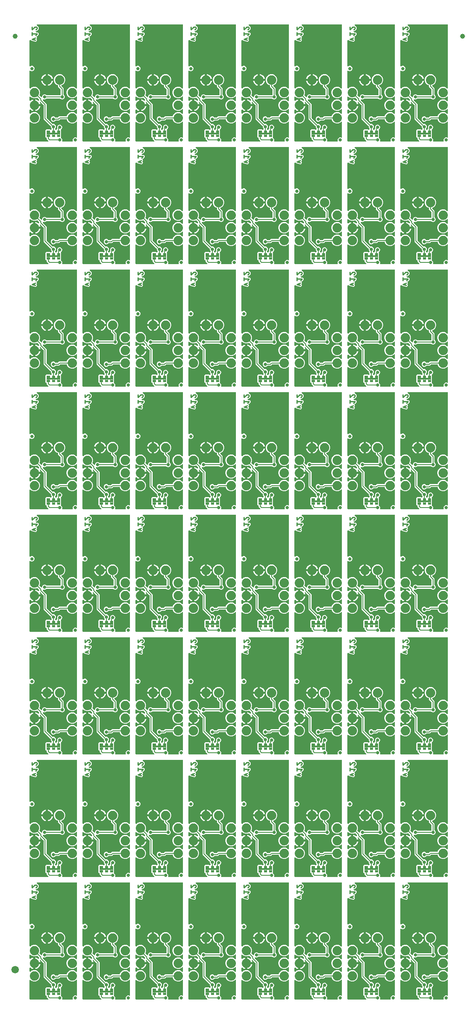
<source format=gbl>
G04 EAGLE Gerber RS-274X export*
G75*
%MOMM*%
%FSLAX34Y34*%
%LPD*%
%INBottom Copper*%
%IPPOS*%
%AMOC8*
5,1,8,0,0,1.08239X$1,22.5*%
G01*
%ADD10C,0.254000*%
%ADD11C,1.879600*%
%ADD12C,0.635000*%
%ADD13C,0.099059*%
%ADD14C,1.000000*%
%ADD15C,1.500000*%
%ADD16C,0.203200*%

G36*
X89216Y1481345D02*
X89216Y1481345D01*
X89330Y1481355D01*
X89356Y1481365D01*
X89383Y1481369D01*
X89488Y1481416D01*
X89595Y1481457D01*
X89618Y1481473D01*
X89643Y1481485D01*
X89730Y1481559D01*
X89822Y1481628D01*
X89839Y1481651D01*
X89860Y1481668D01*
X89924Y1481764D01*
X89992Y1481856D01*
X90002Y1481882D01*
X90017Y1481905D01*
X90052Y1482015D01*
X90093Y1482122D01*
X90095Y1482150D01*
X90103Y1482176D01*
X90106Y1482291D01*
X90115Y1482405D01*
X90110Y1482430D01*
X90111Y1482460D01*
X90043Y1482717D01*
X90040Y1482733D01*
X89788Y1483340D01*
X89788Y1485412D01*
X90581Y1487326D01*
X92046Y1488791D01*
X93960Y1489584D01*
X96032Y1489584D01*
X97147Y1489122D01*
X97259Y1489093D01*
X97368Y1489058D01*
X97396Y1489058D01*
X97423Y1489051D01*
X97537Y1489054D01*
X97652Y1489051D01*
X97679Y1489058D01*
X97707Y1489059D01*
X97816Y1489094D01*
X97927Y1489123D01*
X97951Y1489137D01*
X97978Y1489145D01*
X98073Y1489209D01*
X98172Y1489268D01*
X98191Y1489288D01*
X98214Y1489304D01*
X98288Y1489392D01*
X98366Y1489475D01*
X98379Y1489500D01*
X98397Y1489521D01*
X98443Y1489626D01*
X98496Y1489729D01*
X98500Y1489753D01*
X98512Y1489781D01*
X98549Y1490045D01*
X98551Y1490060D01*
X98551Y1520115D01*
X98547Y1520144D01*
X98550Y1520173D01*
X98527Y1520284D01*
X98511Y1520396D01*
X98499Y1520423D01*
X98494Y1520452D01*
X98441Y1520552D01*
X98395Y1520656D01*
X98376Y1520678D01*
X98363Y1520704D01*
X98285Y1520786D01*
X98212Y1520873D01*
X98187Y1520889D01*
X98167Y1520910D01*
X98069Y1520967D01*
X97975Y1521030D01*
X97947Y1521039D01*
X97922Y1521054D01*
X97812Y1521082D01*
X97704Y1521116D01*
X97674Y1521117D01*
X97646Y1521124D01*
X97533Y1521120D01*
X97420Y1521123D01*
X97391Y1521116D01*
X97362Y1521115D01*
X97254Y1521080D01*
X97145Y1521052D01*
X97119Y1521037D01*
X97091Y1521028D01*
X97027Y1520982D01*
X96900Y1520906D01*
X96857Y1520861D01*
X96818Y1520833D01*
X95375Y1519389D01*
X91174Y1517649D01*
X86626Y1517649D01*
X82425Y1519390D01*
X79210Y1522605D01*
X78050Y1525405D01*
X78049Y1525406D01*
X78049Y1525407D01*
X77979Y1525524D01*
X77905Y1525649D01*
X77904Y1525650D01*
X77903Y1525652D01*
X77800Y1525749D01*
X77699Y1525845D01*
X77697Y1525845D01*
X77696Y1525846D01*
X77570Y1525911D01*
X77446Y1525975D01*
X77444Y1525975D01*
X77443Y1525976D01*
X77428Y1525978D01*
X77167Y1526030D01*
X77137Y1526027D01*
X77112Y1526031D01*
X65183Y1526031D01*
X65097Y1526019D01*
X65009Y1526016D01*
X64957Y1525999D01*
X64902Y1525991D01*
X64822Y1525956D01*
X64739Y1525929D01*
X64700Y1525901D01*
X64642Y1525875D01*
X64529Y1525779D01*
X64465Y1525734D01*
X62223Y1523491D01*
X55537Y1523491D01*
X55450Y1523479D01*
X55363Y1523476D01*
X55310Y1523459D01*
X55255Y1523451D01*
X55175Y1523416D01*
X55092Y1523389D01*
X55053Y1523361D01*
X54996Y1523335D01*
X54882Y1523239D01*
X54819Y1523194D01*
X53750Y1522125D01*
X51836Y1521332D01*
X49764Y1521332D01*
X47850Y1522125D01*
X46385Y1523590D01*
X45592Y1525504D01*
X45592Y1527576D01*
X46385Y1529490D01*
X47850Y1530955D01*
X49764Y1531748D01*
X51836Y1531748D01*
X53750Y1530955D01*
X54819Y1529886D01*
X54889Y1529834D01*
X54952Y1529774D01*
X55002Y1529748D01*
X55046Y1529715D01*
X55128Y1529684D01*
X55206Y1529644D01*
X55253Y1529636D01*
X55312Y1529614D01*
X55459Y1529602D01*
X55537Y1529589D01*
X59277Y1529589D01*
X59363Y1529601D01*
X59451Y1529604D01*
X59503Y1529621D01*
X59558Y1529629D01*
X59638Y1529664D01*
X59721Y1529691D01*
X59760Y1529719D01*
X59818Y1529745D01*
X59931Y1529841D01*
X59995Y1529886D01*
X62237Y1532129D01*
X77112Y1532129D01*
X77113Y1532129D01*
X77115Y1532129D01*
X77255Y1532149D01*
X77393Y1532169D01*
X77395Y1532169D01*
X77396Y1532169D01*
X77522Y1532226D01*
X77653Y1532285D01*
X77654Y1532286D01*
X77655Y1532287D01*
X77763Y1532378D01*
X77870Y1532468D01*
X77871Y1532470D01*
X77872Y1532471D01*
X77880Y1532484D01*
X78027Y1532705D01*
X78037Y1532734D01*
X78050Y1532755D01*
X79210Y1535555D01*
X82425Y1538770D01*
X86626Y1540511D01*
X91174Y1540511D01*
X95375Y1538771D01*
X96818Y1537327D01*
X96842Y1537310D01*
X96861Y1537287D01*
X96955Y1537225D01*
X97045Y1537156D01*
X97073Y1537146D01*
X97097Y1537130D01*
X97205Y1537096D01*
X97311Y1537055D01*
X97340Y1537053D01*
X97368Y1537044D01*
X97482Y1537041D01*
X97594Y1537032D01*
X97623Y1537037D01*
X97652Y1537037D01*
X97762Y1537065D01*
X97873Y1537088D01*
X97899Y1537101D01*
X97927Y1537108D01*
X98025Y1537166D01*
X98125Y1537219D01*
X98147Y1537239D01*
X98172Y1537254D01*
X98249Y1537336D01*
X98331Y1537414D01*
X98346Y1537440D01*
X98366Y1537461D01*
X98418Y1537562D01*
X98475Y1537660D01*
X98482Y1537688D01*
X98496Y1537714D01*
X98509Y1537792D01*
X98545Y1537935D01*
X98543Y1537998D01*
X98551Y1538045D01*
X98551Y1545515D01*
X98547Y1545544D01*
X98550Y1545573D01*
X98527Y1545684D01*
X98511Y1545796D01*
X98499Y1545823D01*
X98494Y1545852D01*
X98441Y1545952D01*
X98395Y1546056D01*
X98376Y1546078D01*
X98363Y1546104D01*
X98285Y1546186D01*
X98212Y1546273D01*
X98187Y1546289D01*
X98167Y1546310D01*
X98069Y1546367D01*
X97975Y1546430D01*
X97947Y1546439D01*
X97922Y1546454D01*
X97812Y1546482D01*
X97704Y1546516D01*
X97674Y1546517D01*
X97646Y1546524D01*
X97533Y1546520D01*
X97420Y1546523D01*
X97391Y1546516D01*
X97362Y1546515D01*
X97254Y1546480D01*
X97145Y1546452D01*
X97119Y1546437D01*
X97091Y1546428D01*
X97027Y1546382D01*
X96900Y1546306D01*
X96857Y1546261D01*
X96818Y1546233D01*
X95375Y1544789D01*
X91174Y1543049D01*
X86626Y1543049D01*
X82425Y1544790D01*
X79210Y1548005D01*
X77469Y1552206D01*
X77469Y1556754D01*
X79210Y1560955D01*
X82425Y1564170D01*
X86626Y1565911D01*
X91174Y1565911D01*
X95375Y1564171D01*
X96818Y1562727D01*
X96842Y1562710D01*
X96861Y1562687D01*
X96955Y1562625D01*
X97045Y1562556D01*
X97073Y1562546D01*
X97097Y1562530D01*
X97205Y1562496D01*
X97311Y1562455D01*
X97340Y1562453D01*
X97368Y1562444D01*
X97482Y1562441D01*
X97594Y1562432D01*
X97623Y1562437D01*
X97652Y1562437D01*
X97762Y1562465D01*
X97873Y1562488D01*
X97899Y1562501D01*
X97927Y1562508D01*
X98025Y1562566D01*
X98125Y1562619D01*
X98147Y1562639D01*
X98172Y1562654D01*
X98249Y1562736D01*
X98331Y1562814D01*
X98346Y1562840D01*
X98366Y1562861D01*
X98418Y1562962D01*
X98475Y1563060D01*
X98482Y1563088D01*
X98496Y1563114D01*
X98509Y1563192D01*
X98545Y1563335D01*
X98543Y1563398D01*
X98551Y1563445D01*
X98551Y1570915D01*
X98547Y1570944D01*
X98550Y1570973D01*
X98527Y1571084D01*
X98511Y1571196D01*
X98499Y1571223D01*
X98494Y1571252D01*
X98441Y1571352D01*
X98395Y1571456D01*
X98376Y1571478D01*
X98363Y1571504D01*
X98285Y1571586D01*
X98212Y1571673D01*
X98187Y1571689D01*
X98167Y1571710D01*
X98069Y1571767D01*
X97975Y1571830D01*
X97947Y1571839D01*
X97922Y1571854D01*
X97812Y1571882D01*
X97704Y1571916D01*
X97674Y1571917D01*
X97646Y1571924D01*
X97533Y1571920D01*
X97420Y1571923D01*
X97391Y1571916D01*
X97362Y1571915D01*
X97254Y1571880D01*
X97145Y1571852D01*
X97119Y1571837D01*
X97091Y1571828D01*
X97027Y1571782D01*
X96900Y1571706D01*
X96857Y1571661D01*
X96818Y1571633D01*
X95375Y1570189D01*
X91174Y1568449D01*
X86626Y1568449D01*
X82425Y1570190D01*
X79210Y1573405D01*
X77469Y1577606D01*
X77469Y1582154D01*
X79210Y1586355D01*
X82425Y1589570D01*
X86626Y1591311D01*
X91174Y1591311D01*
X95375Y1589571D01*
X96818Y1588127D01*
X96842Y1588110D01*
X96861Y1588087D01*
X96955Y1588025D01*
X97045Y1587956D01*
X97073Y1587946D01*
X97097Y1587930D01*
X97205Y1587896D01*
X97311Y1587855D01*
X97340Y1587853D01*
X97368Y1587844D01*
X97482Y1587841D01*
X97594Y1587832D01*
X97623Y1587837D01*
X97652Y1587837D01*
X97762Y1587865D01*
X97873Y1587888D01*
X97899Y1587901D01*
X97927Y1587908D01*
X98025Y1587966D01*
X98125Y1588019D01*
X98147Y1588039D01*
X98172Y1588054D01*
X98249Y1588136D01*
X98331Y1588214D01*
X98346Y1588240D01*
X98366Y1588261D01*
X98418Y1588362D01*
X98475Y1588460D01*
X98482Y1588488D01*
X98496Y1588514D01*
X98509Y1588592D01*
X98545Y1588735D01*
X98543Y1588798D01*
X98551Y1588845D01*
X98551Y1715516D01*
X98543Y1715574D01*
X98545Y1715632D01*
X98523Y1715714D01*
X98511Y1715798D01*
X98488Y1715851D01*
X98473Y1715907D01*
X98430Y1715980D01*
X98395Y1716057D01*
X98357Y1716102D01*
X98328Y1716152D01*
X98266Y1716210D01*
X98212Y1716274D01*
X98163Y1716306D01*
X98120Y1716346D01*
X98045Y1716385D01*
X97975Y1716432D01*
X97919Y1716449D01*
X97867Y1716476D01*
X97799Y1716487D01*
X97704Y1716517D01*
X97604Y1716520D01*
X97536Y1716531D01*
X18397Y1716531D01*
X18378Y1716529D01*
X18358Y1716531D01*
X18237Y1716509D01*
X18116Y1716491D01*
X18098Y1716483D01*
X18079Y1716480D01*
X17968Y1716425D01*
X17856Y1716375D01*
X17841Y1716363D01*
X17824Y1716354D01*
X17733Y1716271D01*
X17639Y1716192D01*
X17629Y1716175D01*
X17614Y1716162D01*
X17550Y1716057D01*
X17482Y1715955D01*
X17476Y1715936D01*
X17466Y1715920D01*
X17433Y1715801D01*
X17396Y1715684D01*
X17396Y1715664D01*
X17390Y1715645D01*
X17392Y1715523D01*
X17389Y1715400D01*
X17394Y1715381D01*
X17394Y1715361D01*
X17430Y1715243D01*
X17461Y1715125D01*
X17471Y1715108D01*
X17476Y1715089D01*
X17543Y1714986D01*
X17606Y1714880D01*
X17620Y1714867D01*
X17631Y1714850D01*
X17687Y1714804D01*
X17813Y1714686D01*
X17859Y1714662D01*
X17890Y1714637D01*
X19517Y1713697D01*
X21083Y1710986D01*
X21083Y1707285D01*
X18571Y1703831D01*
X16540Y1703174D01*
X16540Y1703173D01*
X15978Y1702992D01*
X15865Y1702936D01*
X15750Y1702885D01*
X15737Y1702874D01*
X15723Y1702867D01*
X15629Y1702782D01*
X15533Y1702701D01*
X15524Y1702688D01*
X15512Y1702677D01*
X15445Y1702569D01*
X15375Y1702465D01*
X15370Y1702449D01*
X15362Y1702435D01*
X15328Y1702314D01*
X15290Y1702194D01*
X15289Y1702177D01*
X15285Y1702161D01*
X15286Y1702036D01*
X15282Y1701909D01*
X15287Y1701893D01*
X15287Y1701877D01*
X15322Y1701756D01*
X15354Y1701634D01*
X15363Y1701620D01*
X15367Y1701604D01*
X15435Y1701498D01*
X15499Y1701390D01*
X15511Y1701379D01*
X15520Y1701365D01*
X15615Y1701282D01*
X15707Y1701195D01*
X15721Y1701188D01*
X15734Y1701177D01*
X15848Y1701123D01*
X15960Y1701066D01*
X15975Y1701064D01*
X15991Y1701056D01*
X16272Y1701011D01*
X16281Y1701012D01*
X16291Y1701011D01*
X17541Y1701011D01*
X17604Y1701019D01*
X17653Y1701017D01*
X18809Y1701145D01*
X18905Y1701088D01*
X18936Y1701080D01*
X18964Y1701066D01*
X19041Y1701053D01*
X19128Y1701031D01*
X19946Y1700212D01*
X19997Y1700174D01*
X20030Y1700137D01*
X20938Y1699411D01*
X20938Y1699410D01*
X20966Y1699303D01*
X20982Y1699275D01*
X20992Y1699245D01*
X21037Y1699181D01*
X21083Y1699104D01*
X21083Y1697947D01*
X21092Y1697884D01*
X21089Y1697835D01*
X21217Y1696679D01*
X21217Y1696678D01*
X21160Y1696583D01*
X21153Y1696552D01*
X21138Y1696524D01*
X21125Y1696447D01*
X21103Y1696360D01*
X20284Y1695542D01*
X20246Y1695491D01*
X20210Y1695458D01*
X17547Y1692129D01*
X17520Y1692084D01*
X17486Y1692045D01*
X17448Y1691962D01*
X17402Y1691884D01*
X17389Y1691834D01*
X17367Y1691787D01*
X17353Y1691697D01*
X17345Y1691667D01*
X17341Y1691653D01*
X17341Y1691650D01*
X17331Y1691609D01*
X17332Y1691557D01*
X17324Y1691505D01*
X17335Y1691434D01*
X17336Y1691430D01*
X17334Y1691369D01*
X17338Y1691355D01*
X17338Y1691325D01*
X17366Y1691238D01*
X17376Y1691174D01*
X17959Y1689425D01*
X17184Y1687875D01*
X17182Y1687869D01*
X17178Y1687863D01*
X17175Y1687854D01*
X17169Y1687844D01*
X17133Y1687724D01*
X17094Y1687605D01*
X17093Y1687594D01*
X17093Y1687592D01*
X17092Y1687587D01*
X17088Y1687572D01*
X17087Y1687446D01*
X17082Y1687321D01*
X17086Y1687305D01*
X17086Y1687288D01*
X17106Y1687220D01*
X17149Y1687045D01*
X17173Y1687003D01*
X17184Y1686967D01*
X17959Y1685416D01*
X17094Y1682821D01*
X14647Y1681597D01*
X7941Y1683832D01*
X7926Y1683835D01*
X7912Y1683842D01*
X7786Y1683861D01*
X7661Y1683884D01*
X7646Y1683882D01*
X7631Y1683884D01*
X7563Y1683874D01*
X7379Y1683855D01*
X7371Y1683853D01*
X6418Y1684329D01*
X6338Y1684356D01*
X6285Y1684385D01*
X5266Y1684724D01*
X5220Y1684786D01*
X5148Y1684890D01*
X5136Y1684900D01*
X5127Y1684913D01*
X5071Y1684954D01*
X4928Y1685070D01*
X4885Y1685089D01*
X4856Y1685110D01*
X4774Y1685151D01*
X4739Y1685192D01*
X4722Y1685204D01*
X4708Y1685219D01*
X4604Y1685282D01*
X4503Y1685350D01*
X4483Y1685356D01*
X4465Y1685367D01*
X4348Y1685399D01*
X4232Y1685436D01*
X4211Y1685436D01*
X4191Y1685441D01*
X4070Y1685440D01*
X3948Y1685443D01*
X3928Y1685438D01*
X3907Y1685437D01*
X3790Y1685402D01*
X3673Y1685371D01*
X3655Y1685360D01*
X3635Y1685354D01*
X3532Y1685288D01*
X3428Y1685226D01*
X3414Y1685211D01*
X3397Y1685199D01*
X3317Y1685107D01*
X3234Y1685018D01*
X3224Y1685000D01*
X3211Y1684984D01*
X3160Y1684874D01*
X3104Y1684765D01*
X3101Y1684747D01*
X3092Y1684726D01*
X3066Y1684556D01*
X3063Y1684547D01*
X3062Y1684534D01*
X3049Y1684445D01*
X3050Y1684440D01*
X3049Y1684434D01*
X3049Y1633385D01*
X3053Y1633355D01*
X3050Y1633326D01*
X3073Y1633215D01*
X3089Y1633103D01*
X3101Y1633076D01*
X3106Y1633047D01*
X3159Y1632947D01*
X3205Y1632844D01*
X3224Y1632821D01*
X3238Y1632795D01*
X3316Y1632713D01*
X3388Y1632627D01*
X3413Y1632610D01*
X3433Y1632589D01*
X3531Y1632532D01*
X3625Y1632469D01*
X3653Y1632460D01*
X3679Y1632445D01*
X3788Y1632417D01*
X3896Y1632383D01*
X3926Y1632383D01*
X3954Y1632375D01*
X4067Y1632379D01*
X4180Y1632376D01*
X4209Y1632384D01*
X4239Y1632384D01*
X4346Y1632419D01*
X4455Y1632448D01*
X4481Y1632463D01*
X4509Y1632472D01*
X4563Y1632511D01*
X6584Y1633348D01*
X8656Y1633348D01*
X10570Y1632555D01*
X12035Y1631090D01*
X12828Y1629176D01*
X12828Y1627104D01*
X12035Y1625190D01*
X10570Y1623725D01*
X8656Y1622932D01*
X6584Y1622932D01*
X4588Y1623759D01*
X4555Y1623784D01*
X4528Y1623794D01*
X4503Y1623811D01*
X4395Y1623845D01*
X4290Y1623885D01*
X4260Y1623888D01*
X4232Y1623897D01*
X4119Y1623900D01*
X4006Y1623909D01*
X3977Y1623903D01*
X3948Y1623904D01*
X3838Y1623875D01*
X3727Y1623853D01*
X3701Y1623840D01*
X3673Y1623832D01*
X3576Y1623775D01*
X3475Y1623722D01*
X3454Y1623702D01*
X3428Y1623687D01*
X3351Y1623604D01*
X3269Y1623527D01*
X3254Y1623501D01*
X3234Y1623480D01*
X3182Y1623379D01*
X3125Y1623281D01*
X3118Y1623253D01*
X3104Y1623226D01*
X3091Y1623149D01*
X3055Y1623006D01*
X3057Y1622943D01*
X3049Y1622895D01*
X3049Y1588845D01*
X3053Y1588816D01*
X3050Y1588787D01*
X3073Y1588676D01*
X3089Y1588564D01*
X3101Y1588537D01*
X3106Y1588508D01*
X3159Y1588408D01*
X3205Y1588304D01*
X3224Y1588282D01*
X3237Y1588256D01*
X3315Y1588174D01*
X3388Y1588087D01*
X3413Y1588071D01*
X3433Y1588050D01*
X3531Y1587993D01*
X3625Y1587930D01*
X3653Y1587921D01*
X3678Y1587906D01*
X3788Y1587878D01*
X3896Y1587844D01*
X3926Y1587843D01*
X3954Y1587836D01*
X4067Y1587840D01*
X4180Y1587837D01*
X4209Y1587844D01*
X4238Y1587845D01*
X4346Y1587880D01*
X4455Y1587908D01*
X4481Y1587923D01*
X4509Y1587932D01*
X4573Y1587978D01*
X4700Y1588054D01*
X4743Y1588099D01*
X4782Y1588127D01*
X6225Y1589571D01*
X10426Y1591311D01*
X14974Y1591311D01*
X19175Y1589570D01*
X22390Y1586355D01*
X24131Y1582154D01*
X24131Y1577606D01*
X22971Y1574807D01*
X22971Y1574805D01*
X22970Y1574804D01*
X22935Y1574668D01*
X22900Y1574531D01*
X22900Y1574530D01*
X22900Y1574528D01*
X22905Y1574378D01*
X22908Y1574247D01*
X22909Y1574246D01*
X22909Y1574244D01*
X22953Y1574108D01*
X22995Y1573977D01*
X22996Y1573975D01*
X22996Y1573974D01*
X23005Y1573962D01*
X23153Y1573740D01*
X23177Y1573721D01*
X23191Y1573700D01*
X26079Y1570812D01*
X26103Y1570795D01*
X26122Y1570772D01*
X26216Y1570709D01*
X26306Y1570642D01*
X26334Y1570631D01*
X26358Y1570615D01*
X26466Y1570581D01*
X26572Y1570540D01*
X26601Y1570538D01*
X26629Y1570529D01*
X26743Y1570526D01*
X26855Y1570517D01*
X26884Y1570522D01*
X26913Y1570522D01*
X27023Y1570550D01*
X27134Y1570573D01*
X27160Y1570586D01*
X27188Y1570594D01*
X27286Y1570651D01*
X27386Y1570704D01*
X27408Y1570724D01*
X27433Y1570739D01*
X27510Y1570821D01*
X27592Y1570899D01*
X27607Y1570925D01*
X27627Y1570946D01*
X27679Y1571047D01*
X27736Y1571145D01*
X27743Y1571173D01*
X27757Y1571199D01*
X27770Y1571277D01*
X27806Y1571420D01*
X27804Y1571483D01*
X27812Y1571530D01*
X27812Y1572026D01*
X28605Y1573940D01*
X30070Y1575405D01*
X31984Y1576198D01*
X34056Y1576198D01*
X35970Y1575405D01*
X37039Y1574336D01*
X37109Y1574284D01*
X37172Y1574224D01*
X37222Y1574198D01*
X37266Y1574165D01*
X37348Y1574134D01*
X37426Y1574094D01*
X37473Y1574086D01*
X37532Y1574064D01*
X37679Y1574052D01*
X37757Y1574039D01*
X63843Y1574039D01*
X63930Y1574051D01*
X64017Y1574054D01*
X64070Y1574071D01*
X64125Y1574079D01*
X64205Y1574114D01*
X64288Y1574141D01*
X64327Y1574169D01*
X64384Y1574195D01*
X64498Y1574291D01*
X64561Y1574336D01*
X65234Y1575009D01*
X65286Y1575079D01*
X65346Y1575142D01*
X65372Y1575192D01*
X65405Y1575236D01*
X65436Y1575318D01*
X65476Y1575396D01*
X65484Y1575443D01*
X65506Y1575502D01*
X65511Y1575558D01*
X65517Y1575579D01*
X65519Y1575655D01*
X65531Y1575727D01*
X65531Y1585817D01*
X65519Y1585903D01*
X65516Y1585991D01*
X65499Y1586043D01*
X65491Y1586098D01*
X65456Y1586178D01*
X65429Y1586261D01*
X65401Y1586300D01*
X65375Y1586358D01*
X65279Y1586471D01*
X65234Y1586535D01*
X60451Y1591317D01*
X60451Y1593492D01*
X60451Y1593493D01*
X60451Y1593495D01*
X60432Y1593630D01*
X60411Y1593773D01*
X60411Y1593775D01*
X60411Y1593776D01*
X60354Y1593902D01*
X60295Y1594033D01*
X60294Y1594034D01*
X60293Y1594035D01*
X60203Y1594142D01*
X60112Y1594250D01*
X60110Y1594251D01*
X60109Y1594252D01*
X60096Y1594260D01*
X59875Y1594407D01*
X59846Y1594417D01*
X59825Y1594430D01*
X57025Y1595590D01*
X53810Y1598805D01*
X52069Y1603006D01*
X52069Y1607554D01*
X53810Y1611755D01*
X57025Y1614970D01*
X61226Y1616711D01*
X65774Y1616711D01*
X69975Y1614970D01*
X73190Y1611755D01*
X74931Y1607554D01*
X74931Y1603006D01*
X73190Y1598805D01*
X69975Y1595590D01*
X67721Y1594656D01*
X67622Y1594598D01*
X67520Y1594545D01*
X67500Y1594525D01*
X67476Y1594511D01*
X67397Y1594428D01*
X67314Y1594349D01*
X67300Y1594325D01*
X67281Y1594305D01*
X67228Y1594202D01*
X67170Y1594103D01*
X67163Y1594077D01*
X67151Y1594052D01*
X67128Y1593939D01*
X67100Y1593828D01*
X67101Y1593800D01*
X67096Y1593773D01*
X67106Y1593659D01*
X67109Y1593544D01*
X67118Y1593517D01*
X67120Y1593490D01*
X67161Y1593383D01*
X67197Y1593273D01*
X67211Y1593253D01*
X67222Y1593224D01*
X67383Y1593013D01*
X67392Y1593000D01*
X69545Y1590846D01*
X69546Y1590846D01*
X71629Y1588763D01*
X71629Y1575727D01*
X71636Y1575672D01*
X71635Y1575631D01*
X71642Y1575605D01*
X71644Y1575553D01*
X71661Y1575500D01*
X71669Y1575445D01*
X71704Y1575365D01*
X71706Y1575360D01*
X71707Y1575356D01*
X71708Y1575355D01*
X71731Y1575282D01*
X71759Y1575243D01*
X71785Y1575186D01*
X71881Y1575072D01*
X71926Y1575009D01*
X72995Y1573940D01*
X73788Y1572026D01*
X73788Y1569954D01*
X72995Y1568040D01*
X71530Y1566575D01*
X69616Y1565782D01*
X67544Y1565782D01*
X65630Y1566575D01*
X64561Y1567644D01*
X64491Y1567696D01*
X64428Y1567756D01*
X64378Y1567782D01*
X64334Y1567815D01*
X64252Y1567846D01*
X64174Y1567886D01*
X64127Y1567894D01*
X64068Y1567916D01*
X63921Y1567928D01*
X63843Y1567941D01*
X37757Y1567941D01*
X37670Y1567929D01*
X37583Y1567926D01*
X37530Y1567909D01*
X37475Y1567901D01*
X37395Y1567866D01*
X37312Y1567839D01*
X37273Y1567811D01*
X37216Y1567785D01*
X37102Y1567689D01*
X37039Y1567644D01*
X35970Y1566575D01*
X34056Y1565782D01*
X31984Y1565782D01*
X30870Y1566244D01*
X30787Y1566265D01*
X30707Y1566296D01*
X30650Y1566300D01*
X30595Y1566315D01*
X30509Y1566312D01*
X30423Y1566319D01*
X30368Y1566308D01*
X30311Y1566306D01*
X30229Y1566280D01*
X30145Y1566263D01*
X30094Y1566237D01*
X30040Y1566220D01*
X29968Y1566172D01*
X29892Y1566132D01*
X29851Y1566093D01*
X29804Y1566062D01*
X29748Y1565996D01*
X29686Y1565937D01*
X29657Y1565888D01*
X29621Y1565844D01*
X29586Y1565765D01*
X29542Y1565691D01*
X29528Y1565636D01*
X29505Y1565584D01*
X29493Y1565499D01*
X29472Y1565416D01*
X29474Y1565359D01*
X29466Y1565303D01*
X29479Y1565217D01*
X29481Y1565132D01*
X29499Y1565078D01*
X29507Y1565021D01*
X29542Y1564943D01*
X29569Y1564861D01*
X29598Y1564821D01*
X29624Y1564762D01*
X29718Y1564652D01*
X29764Y1564588D01*
X37339Y1557013D01*
X37339Y1529493D01*
X37351Y1529407D01*
X37354Y1529319D01*
X37371Y1529267D01*
X37379Y1529212D01*
X37414Y1529132D01*
X37441Y1529049D01*
X37469Y1529010D01*
X37495Y1528952D01*
X37591Y1528839D01*
X37636Y1528775D01*
X49606Y1516805D01*
X49676Y1516753D01*
X49740Y1516693D01*
X49789Y1516667D01*
X49834Y1516634D01*
X49915Y1516603D01*
X49993Y1516563D01*
X50041Y1516555D01*
X50099Y1516533D01*
X50247Y1516521D01*
X50324Y1516508D01*
X51836Y1516508D01*
X53750Y1515715D01*
X55215Y1514250D01*
X56008Y1512336D01*
X56008Y1510264D01*
X55215Y1508350D01*
X54311Y1507446D01*
X54293Y1507422D01*
X54271Y1507403D01*
X54208Y1507309D01*
X54140Y1507219D01*
X54129Y1507191D01*
X54113Y1507167D01*
X54079Y1507059D01*
X54039Y1506953D01*
X54036Y1506924D01*
X54027Y1506896D01*
X54024Y1506782D01*
X54015Y1506670D01*
X54021Y1506641D01*
X54020Y1506612D01*
X54049Y1506502D01*
X54071Y1506391D01*
X54084Y1506365D01*
X54092Y1506337D01*
X54150Y1506239D01*
X54202Y1506139D01*
X54222Y1506117D01*
X54237Y1506092D01*
X54320Y1506015D01*
X54398Y1505933D01*
X54423Y1505918D01*
X54444Y1505898D01*
X54495Y1505872D01*
X55289Y1505077D01*
X55336Y1505042D01*
X55376Y1505000D01*
X55449Y1504957D01*
X55516Y1504907D01*
X55571Y1504886D01*
X55621Y1504856D01*
X55703Y1504835D01*
X55782Y1504805D01*
X55840Y1504801D01*
X55897Y1504786D01*
X55981Y1504789D01*
X56065Y1504782D01*
X56123Y1504793D01*
X56181Y1504795D01*
X56261Y1504821D01*
X56344Y1504838D01*
X56396Y1504865D01*
X56452Y1504883D01*
X56508Y1504923D01*
X56596Y1504969D01*
X56669Y1505037D01*
X56725Y1505077D01*
X57395Y1505747D01*
X57432Y1505753D01*
X57485Y1505776D01*
X57541Y1505791D01*
X57614Y1505834D01*
X57691Y1505869D01*
X57736Y1505907D01*
X57786Y1505936D01*
X57844Y1505998D01*
X57908Y1506052D01*
X57940Y1506101D01*
X57980Y1506144D01*
X58019Y1506219D01*
X58066Y1506289D01*
X58083Y1506345D01*
X58110Y1506397D01*
X58121Y1506465D01*
X58151Y1506560D01*
X58154Y1506660D01*
X58165Y1506728D01*
X58165Y1509063D01*
X58166Y1509064D01*
X58197Y1509145D01*
X58237Y1509223D01*
X58245Y1509271D01*
X58267Y1509329D01*
X58279Y1509477D01*
X58292Y1509554D01*
X58292Y1511066D01*
X59085Y1512980D01*
X60550Y1514445D01*
X62464Y1515238D01*
X64536Y1515238D01*
X66450Y1514445D01*
X67915Y1512980D01*
X68708Y1511066D01*
X68708Y1508994D01*
X67915Y1507080D01*
X66526Y1505691D01*
X66490Y1505644D01*
X66448Y1505604D01*
X66405Y1505531D01*
X66355Y1505464D01*
X66334Y1505409D01*
X66304Y1505358D01*
X66284Y1505277D01*
X66253Y1505198D01*
X66249Y1505140D01*
X66234Y1505083D01*
X66237Y1504998D01*
X66230Y1504915D01*
X66241Y1504857D01*
X66243Y1504799D01*
X66269Y1504718D01*
X66286Y1504636D01*
X66313Y1504584D01*
X66331Y1504528D01*
X66371Y1504472D01*
X66417Y1504384D01*
X66486Y1504311D01*
X66526Y1504255D01*
X66549Y1504232D01*
X66549Y1490428D01*
X66526Y1490405D01*
X66490Y1490358D01*
X66448Y1490318D01*
X66405Y1490245D01*
X66355Y1490178D01*
X66334Y1490123D01*
X66304Y1490073D01*
X66284Y1489991D01*
X66254Y1489912D01*
X66249Y1489854D01*
X66234Y1489797D01*
X66237Y1489713D01*
X66230Y1489629D01*
X66241Y1489571D01*
X66243Y1489513D01*
X66269Y1489433D01*
X66286Y1489350D01*
X66313Y1489298D01*
X66331Y1489243D01*
X66371Y1489186D01*
X66417Y1489098D01*
X66486Y1489025D01*
X66526Y1488969D01*
X67915Y1487580D01*
X68708Y1485666D01*
X68708Y1483594D01*
X68351Y1482733D01*
X68322Y1482621D01*
X68288Y1482512D01*
X68287Y1482484D01*
X68280Y1482457D01*
X68283Y1482343D01*
X68280Y1482228D01*
X68287Y1482201D01*
X68288Y1482173D01*
X68323Y1482064D01*
X68352Y1481953D01*
X68366Y1481929D01*
X68375Y1481902D01*
X68439Y1481807D01*
X68497Y1481708D01*
X68518Y1481689D01*
X68533Y1481666D01*
X68621Y1481592D01*
X68705Y1481514D01*
X68729Y1481501D01*
X68751Y1481483D01*
X68855Y1481437D01*
X68958Y1481384D01*
X68982Y1481380D01*
X69010Y1481368D01*
X69274Y1481331D01*
X69289Y1481329D01*
X89102Y1481329D01*
X89216Y1481345D01*
G37*
G36*
X515936Y249445D02*
X515936Y249445D01*
X516050Y249455D01*
X516076Y249465D01*
X516103Y249469D01*
X516208Y249516D01*
X516315Y249557D01*
X516338Y249573D01*
X516363Y249585D01*
X516450Y249659D01*
X516542Y249728D01*
X516559Y249751D01*
X516580Y249768D01*
X516644Y249864D01*
X516712Y249956D01*
X516722Y249982D01*
X516737Y250005D01*
X516772Y250115D01*
X516813Y250222D01*
X516815Y250250D01*
X516823Y250276D01*
X516826Y250391D01*
X516835Y250505D01*
X516830Y250530D01*
X516831Y250560D01*
X516763Y250817D01*
X516760Y250833D01*
X516508Y251440D01*
X516508Y253512D01*
X517301Y255426D01*
X518766Y256891D01*
X520680Y257684D01*
X522752Y257684D01*
X523867Y257222D01*
X523979Y257193D01*
X524088Y257158D01*
X524116Y257158D01*
X524143Y257151D01*
X524257Y257154D01*
X524372Y257151D01*
X524399Y257158D01*
X524427Y257159D01*
X524536Y257194D01*
X524647Y257223D01*
X524671Y257237D01*
X524698Y257245D01*
X524793Y257309D01*
X524892Y257368D01*
X524911Y257388D01*
X524934Y257404D01*
X525008Y257492D01*
X525086Y257575D01*
X525099Y257600D01*
X525117Y257621D01*
X525163Y257726D01*
X525216Y257829D01*
X525220Y257853D01*
X525232Y257881D01*
X525269Y258145D01*
X525271Y258160D01*
X525271Y288215D01*
X525267Y288244D01*
X525270Y288273D01*
X525247Y288384D01*
X525231Y288496D01*
X525219Y288523D01*
X525214Y288552D01*
X525161Y288652D01*
X525115Y288756D01*
X525096Y288778D01*
X525083Y288804D01*
X525005Y288886D01*
X524932Y288973D01*
X524907Y288989D01*
X524887Y289010D01*
X524789Y289067D01*
X524695Y289130D01*
X524667Y289139D01*
X524642Y289154D01*
X524532Y289182D01*
X524424Y289216D01*
X524394Y289217D01*
X524366Y289224D01*
X524253Y289220D01*
X524140Y289223D01*
X524111Y289216D01*
X524082Y289215D01*
X523974Y289180D01*
X523865Y289152D01*
X523839Y289137D01*
X523811Y289128D01*
X523747Y289082D01*
X523620Y289006D01*
X523577Y288961D01*
X523538Y288933D01*
X522095Y287489D01*
X517894Y285749D01*
X513346Y285749D01*
X509145Y287490D01*
X505930Y290705D01*
X504770Y293505D01*
X504769Y293506D01*
X504769Y293507D01*
X504699Y293624D01*
X504625Y293749D01*
X504624Y293750D01*
X504623Y293752D01*
X504520Y293849D01*
X504419Y293945D01*
X504417Y293945D01*
X504416Y293946D01*
X504290Y294011D01*
X504166Y294075D01*
X504164Y294075D01*
X504163Y294076D01*
X504148Y294078D01*
X503887Y294130D01*
X503857Y294127D01*
X503832Y294131D01*
X491903Y294131D01*
X491817Y294119D01*
X491729Y294116D01*
X491677Y294099D01*
X491622Y294091D01*
X491542Y294056D01*
X491459Y294029D01*
X491420Y294001D01*
X491362Y293975D01*
X491249Y293879D01*
X491185Y293834D01*
X488943Y291591D01*
X482257Y291591D01*
X482170Y291579D01*
X482083Y291576D01*
X482030Y291559D01*
X481975Y291551D01*
X481895Y291516D01*
X481812Y291489D01*
X481773Y291461D01*
X481716Y291435D01*
X481602Y291339D01*
X481539Y291294D01*
X480470Y290225D01*
X478556Y289432D01*
X476484Y289432D01*
X474570Y290225D01*
X473105Y291690D01*
X472312Y293604D01*
X472312Y295676D01*
X473105Y297590D01*
X474570Y299055D01*
X476484Y299848D01*
X478556Y299848D01*
X480470Y299055D01*
X481539Y297986D01*
X481609Y297934D01*
X481672Y297874D01*
X481722Y297848D01*
X481766Y297815D01*
X481848Y297784D01*
X481926Y297744D01*
X481973Y297736D01*
X482032Y297714D01*
X482179Y297702D01*
X482257Y297689D01*
X485997Y297689D01*
X486083Y297701D01*
X486171Y297704D01*
X486223Y297721D01*
X486278Y297729D01*
X486358Y297764D01*
X486441Y297791D01*
X486480Y297819D01*
X486538Y297845D01*
X486651Y297941D01*
X486715Y297986D01*
X488957Y300229D01*
X503832Y300229D01*
X503833Y300229D01*
X503835Y300229D01*
X503975Y300249D01*
X504113Y300269D01*
X504115Y300269D01*
X504116Y300269D01*
X504242Y300326D01*
X504373Y300385D01*
X504374Y300386D01*
X504375Y300387D01*
X504483Y300478D01*
X504590Y300568D01*
X504591Y300570D01*
X504592Y300571D01*
X504600Y300584D01*
X504747Y300805D01*
X504757Y300834D01*
X504770Y300855D01*
X505930Y303655D01*
X509145Y306870D01*
X513346Y308611D01*
X517894Y308611D01*
X522095Y306871D01*
X523538Y305427D01*
X523562Y305410D01*
X523581Y305387D01*
X523675Y305325D01*
X523765Y305256D01*
X523793Y305246D01*
X523817Y305230D01*
X523925Y305196D01*
X524031Y305155D01*
X524060Y305153D01*
X524088Y305144D01*
X524202Y305141D01*
X524314Y305132D01*
X524343Y305137D01*
X524372Y305137D01*
X524482Y305165D01*
X524593Y305188D01*
X524619Y305201D01*
X524647Y305208D01*
X524745Y305266D01*
X524845Y305319D01*
X524867Y305339D01*
X524892Y305354D01*
X524969Y305436D01*
X525051Y305514D01*
X525066Y305540D01*
X525086Y305561D01*
X525138Y305662D01*
X525195Y305760D01*
X525202Y305788D01*
X525216Y305814D01*
X525229Y305892D01*
X525265Y306035D01*
X525263Y306098D01*
X525271Y306145D01*
X525271Y313615D01*
X525267Y313644D01*
X525270Y313673D01*
X525247Y313784D01*
X525231Y313896D01*
X525219Y313923D01*
X525214Y313952D01*
X525161Y314052D01*
X525115Y314156D01*
X525096Y314178D01*
X525083Y314204D01*
X525005Y314286D01*
X524932Y314373D01*
X524907Y314389D01*
X524887Y314410D01*
X524789Y314467D01*
X524695Y314530D01*
X524667Y314539D01*
X524642Y314554D01*
X524532Y314582D01*
X524424Y314616D01*
X524394Y314617D01*
X524366Y314624D01*
X524253Y314620D01*
X524140Y314623D01*
X524111Y314616D01*
X524082Y314615D01*
X523974Y314580D01*
X523865Y314552D01*
X523839Y314537D01*
X523811Y314528D01*
X523747Y314482D01*
X523620Y314406D01*
X523577Y314361D01*
X523538Y314333D01*
X522095Y312889D01*
X517894Y311149D01*
X513346Y311149D01*
X509145Y312890D01*
X505930Y316105D01*
X504189Y320306D01*
X504189Y324854D01*
X505930Y329055D01*
X509145Y332270D01*
X513346Y334011D01*
X517894Y334011D01*
X522095Y332271D01*
X523538Y330827D01*
X523562Y330810D01*
X523581Y330787D01*
X523675Y330725D01*
X523765Y330656D01*
X523793Y330646D01*
X523817Y330630D01*
X523925Y330596D01*
X524031Y330555D01*
X524060Y330553D01*
X524088Y330544D01*
X524202Y330541D01*
X524314Y330532D01*
X524343Y330537D01*
X524372Y330537D01*
X524482Y330565D01*
X524593Y330588D01*
X524619Y330601D01*
X524647Y330608D01*
X524745Y330666D01*
X524845Y330719D01*
X524867Y330739D01*
X524892Y330754D01*
X524969Y330836D01*
X525051Y330914D01*
X525066Y330940D01*
X525086Y330961D01*
X525138Y331062D01*
X525195Y331160D01*
X525202Y331188D01*
X525216Y331214D01*
X525229Y331292D01*
X525265Y331435D01*
X525263Y331498D01*
X525271Y331545D01*
X525271Y339015D01*
X525267Y339044D01*
X525270Y339073D01*
X525247Y339184D01*
X525231Y339296D01*
X525219Y339323D01*
X525214Y339352D01*
X525161Y339452D01*
X525115Y339556D01*
X525096Y339578D01*
X525083Y339604D01*
X525005Y339686D01*
X524932Y339773D01*
X524907Y339789D01*
X524887Y339810D01*
X524789Y339867D01*
X524695Y339930D01*
X524667Y339939D01*
X524642Y339954D01*
X524532Y339982D01*
X524424Y340016D01*
X524394Y340017D01*
X524366Y340024D01*
X524253Y340020D01*
X524140Y340023D01*
X524111Y340016D01*
X524082Y340015D01*
X523974Y339980D01*
X523865Y339952D01*
X523839Y339937D01*
X523811Y339928D01*
X523747Y339882D01*
X523620Y339806D01*
X523577Y339761D01*
X523538Y339733D01*
X522095Y338289D01*
X517894Y336549D01*
X513346Y336549D01*
X509145Y338290D01*
X505930Y341505D01*
X504189Y345706D01*
X504189Y350254D01*
X505930Y354455D01*
X509145Y357670D01*
X513346Y359411D01*
X517894Y359411D01*
X522095Y357671D01*
X523538Y356227D01*
X523562Y356210D01*
X523581Y356187D01*
X523675Y356125D01*
X523765Y356056D01*
X523793Y356046D01*
X523817Y356030D01*
X523925Y355996D01*
X524031Y355955D01*
X524060Y355953D01*
X524088Y355944D01*
X524202Y355941D01*
X524314Y355932D01*
X524343Y355937D01*
X524372Y355937D01*
X524482Y355965D01*
X524593Y355988D01*
X524619Y356001D01*
X524647Y356008D01*
X524745Y356066D01*
X524845Y356119D01*
X524867Y356139D01*
X524892Y356154D01*
X524969Y356236D01*
X525051Y356314D01*
X525066Y356340D01*
X525086Y356361D01*
X525138Y356462D01*
X525195Y356560D01*
X525202Y356588D01*
X525216Y356614D01*
X525229Y356692D01*
X525265Y356835D01*
X525263Y356898D01*
X525271Y356945D01*
X525271Y483616D01*
X525263Y483674D01*
X525265Y483732D01*
X525243Y483814D01*
X525231Y483898D01*
X525208Y483951D01*
X525193Y484007D01*
X525150Y484080D01*
X525115Y484157D01*
X525077Y484202D01*
X525048Y484252D01*
X524986Y484310D01*
X524932Y484374D01*
X524883Y484406D01*
X524840Y484446D01*
X524765Y484485D01*
X524695Y484532D01*
X524639Y484549D01*
X524587Y484576D01*
X524519Y484587D01*
X524424Y484617D01*
X524324Y484620D01*
X524256Y484631D01*
X445117Y484631D01*
X445098Y484629D01*
X445078Y484631D01*
X444957Y484609D01*
X444836Y484591D01*
X444818Y484583D01*
X444799Y484580D01*
X444688Y484525D01*
X444576Y484475D01*
X444561Y484463D01*
X444544Y484454D01*
X444453Y484371D01*
X444359Y484292D01*
X444349Y484275D01*
X444334Y484262D01*
X444270Y484157D01*
X444202Y484055D01*
X444196Y484036D01*
X444186Y484020D01*
X444153Y483901D01*
X444116Y483784D01*
X444116Y483764D01*
X444110Y483745D01*
X444112Y483623D01*
X444109Y483500D01*
X444114Y483481D01*
X444114Y483461D01*
X444150Y483343D01*
X444181Y483225D01*
X444191Y483208D01*
X444196Y483189D01*
X444263Y483086D01*
X444326Y482980D01*
X444340Y482967D01*
X444351Y482950D01*
X444407Y482904D01*
X444533Y482786D01*
X444579Y482762D01*
X444610Y482737D01*
X446237Y481797D01*
X447803Y479086D01*
X447803Y475385D01*
X445291Y471931D01*
X443260Y471274D01*
X443260Y471273D01*
X442698Y471092D01*
X442585Y471036D01*
X442470Y470985D01*
X442457Y470974D01*
X442443Y470967D01*
X442349Y470882D01*
X442253Y470801D01*
X442244Y470788D01*
X442232Y470777D01*
X442165Y470669D01*
X442095Y470565D01*
X442090Y470549D01*
X442082Y470535D01*
X442048Y470414D01*
X442010Y470294D01*
X442009Y470277D01*
X442005Y470261D01*
X442006Y470136D01*
X442002Y470009D01*
X442007Y469993D01*
X442007Y469977D01*
X442042Y469856D01*
X442074Y469734D01*
X442083Y469720D01*
X442087Y469704D01*
X442155Y469598D01*
X442219Y469490D01*
X442231Y469479D01*
X442240Y469465D01*
X442335Y469382D01*
X442427Y469295D01*
X442441Y469288D01*
X442454Y469277D01*
X442568Y469223D01*
X442680Y469166D01*
X442695Y469164D01*
X442711Y469156D01*
X442992Y469111D01*
X443001Y469112D01*
X443011Y469111D01*
X444261Y469111D01*
X444324Y469119D01*
X444373Y469117D01*
X445529Y469245D01*
X445625Y469188D01*
X445656Y469180D01*
X445684Y469166D01*
X445761Y469153D01*
X445848Y469131D01*
X446666Y468312D01*
X446717Y468274D01*
X446750Y468237D01*
X447658Y467511D01*
X447658Y467510D01*
X447686Y467403D01*
X447702Y467375D01*
X447712Y467345D01*
X447757Y467281D01*
X447803Y467204D01*
X447803Y466047D01*
X447812Y465984D01*
X447809Y465935D01*
X447937Y464779D01*
X447937Y464778D01*
X447880Y464683D01*
X447873Y464652D01*
X447858Y464624D01*
X447845Y464547D01*
X447823Y464460D01*
X447004Y463642D01*
X446966Y463591D01*
X446930Y463558D01*
X444267Y460229D01*
X444240Y460184D01*
X444206Y460145D01*
X444168Y460062D01*
X444122Y459984D01*
X444109Y459934D01*
X444087Y459887D01*
X444073Y459797D01*
X444065Y459767D01*
X444061Y459753D01*
X444061Y459750D01*
X444051Y459709D01*
X444052Y459657D01*
X444044Y459605D01*
X444055Y459534D01*
X444056Y459530D01*
X444054Y459469D01*
X444058Y459455D01*
X444058Y459425D01*
X444086Y459338D01*
X444096Y459274D01*
X444679Y457525D01*
X443904Y455975D01*
X443902Y455969D01*
X443898Y455963D01*
X443895Y455954D01*
X443889Y455944D01*
X443853Y455824D01*
X443814Y455705D01*
X443813Y455694D01*
X443813Y455692D01*
X443812Y455687D01*
X443808Y455672D01*
X443807Y455546D01*
X443802Y455421D01*
X443806Y455405D01*
X443806Y455388D01*
X443826Y455320D01*
X443869Y455145D01*
X443893Y455103D01*
X443904Y455067D01*
X444679Y453516D01*
X443814Y450921D01*
X441367Y449697D01*
X434661Y451932D01*
X434646Y451935D01*
X434632Y451942D01*
X434506Y451961D01*
X434381Y451984D01*
X434366Y451982D01*
X434351Y451984D01*
X434283Y451974D01*
X434099Y451955D01*
X434091Y451953D01*
X433138Y452429D01*
X433058Y452456D01*
X433005Y452485D01*
X431986Y452824D01*
X431940Y452886D01*
X431868Y452990D01*
X431856Y453000D01*
X431847Y453013D01*
X431791Y453054D01*
X431648Y453170D01*
X431605Y453189D01*
X431576Y453210D01*
X431494Y453251D01*
X431459Y453292D01*
X431442Y453304D01*
X431428Y453319D01*
X431324Y453382D01*
X431223Y453450D01*
X431203Y453456D01*
X431185Y453467D01*
X431068Y453499D01*
X430952Y453536D01*
X430931Y453536D01*
X430911Y453541D01*
X430790Y453540D01*
X430668Y453543D01*
X430648Y453538D01*
X430627Y453537D01*
X430510Y453502D01*
X430393Y453471D01*
X430375Y453460D01*
X430355Y453454D01*
X430252Y453388D01*
X430148Y453326D01*
X430134Y453311D01*
X430117Y453299D01*
X430037Y453207D01*
X429954Y453118D01*
X429944Y453100D01*
X429931Y453084D01*
X429880Y452974D01*
X429824Y452865D01*
X429821Y452847D01*
X429812Y452826D01*
X429786Y452656D01*
X429783Y452647D01*
X429782Y452634D01*
X429769Y452545D01*
X429770Y452540D01*
X429769Y452534D01*
X429769Y401485D01*
X429773Y401455D01*
X429770Y401426D01*
X429793Y401315D01*
X429809Y401203D01*
X429821Y401176D01*
X429826Y401147D01*
X429879Y401047D01*
X429925Y400944D01*
X429944Y400921D01*
X429958Y400895D01*
X430036Y400813D01*
X430108Y400727D01*
X430133Y400710D01*
X430153Y400689D01*
X430251Y400632D01*
X430345Y400569D01*
X430373Y400560D01*
X430399Y400545D01*
X430508Y400517D01*
X430616Y400483D01*
X430646Y400483D01*
X430674Y400475D01*
X430787Y400479D01*
X430900Y400476D01*
X430929Y400484D01*
X430959Y400484D01*
X431066Y400519D01*
X431175Y400548D01*
X431201Y400563D01*
X431229Y400572D01*
X431283Y400611D01*
X433304Y401448D01*
X435376Y401448D01*
X437290Y400655D01*
X438755Y399190D01*
X439548Y397276D01*
X439548Y395204D01*
X438755Y393290D01*
X437290Y391825D01*
X435376Y391032D01*
X433304Y391032D01*
X431308Y391859D01*
X431275Y391884D01*
X431248Y391894D01*
X431223Y391911D01*
X431115Y391945D01*
X431010Y391985D01*
X430980Y391988D01*
X430952Y391997D01*
X430839Y392000D01*
X430726Y392009D01*
X430697Y392003D01*
X430668Y392004D01*
X430558Y391975D01*
X430447Y391953D01*
X430421Y391940D01*
X430393Y391932D01*
X430296Y391875D01*
X430195Y391822D01*
X430174Y391802D01*
X430148Y391787D01*
X430071Y391704D01*
X429989Y391627D01*
X429974Y391601D01*
X429954Y391580D01*
X429902Y391479D01*
X429845Y391381D01*
X429838Y391353D01*
X429824Y391326D01*
X429811Y391249D01*
X429775Y391106D01*
X429777Y391043D01*
X429769Y390995D01*
X429769Y356945D01*
X429773Y356916D01*
X429770Y356887D01*
X429793Y356776D01*
X429809Y356664D01*
X429821Y356637D01*
X429826Y356608D01*
X429879Y356508D01*
X429925Y356404D01*
X429944Y356382D01*
X429957Y356356D01*
X430035Y356274D01*
X430108Y356187D01*
X430133Y356171D01*
X430153Y356150D01*
X430251Y356093D01*
X430345Y356030D01*
X430373Y356021D01*
X430398Y356006D01*
X430508Y355978D01*
X430616Y355944D01*
X430646Y355943D01*
X430674Y355936D01*
X430787Y355940D01*
X430900Y355937D01*
X430929Y355944D01*
X430958Y355945D01*
X431066Y355980D01*
X431175Y356008D01*
X431201Y356023D01*
X431229Y356032D01*
X431293Y356078D01*
X431420Y356154D01*
X431463Y356199D01*
X431502Y356227D01*
X432945Y357671D01*
X437146Y359411D01*
X441694Y359411D01*
X445895Y357670D01*
X449110Y354455D01*
X450851Y350254D01*
X450851Y345706D01*
X449691Y342907D01*
X449691Y342905D01*
X449690Y342904D01*
X449655Y342768D01*
X449620Y342631D01*
X449620Y342630D01*
X449620Y342628D01*
X449625Y342478D01*
X449628Y342347D01*
X449629Y342346D01*
X449629Y342344D01*
X449673Y342208D01*
X449715Y342077D01*
X449716Y342075D01*
X449716Y342074D01*
X449725Y342062D01*
X449873Y341840D01*
X449897Y341821D01*
X449911Y341800D01*
X452799Y338912D01*
X452823Y338895D01*
X452842Y338872D01*
X452936Y338809D01*
X453026Y338742D01*
X453054Y338731D01*
X453078Y338715D01*
X453186Y338681D01*
X453292Y338640D01*
X453321Y338638D01*
X453349Y338629D01*
X453463Y338626D01*
X453575Y338617D01*
X453604Y338622D01*
X453633Y338622D01*
X453743Y338650D01*
X453854Y338673D01*
X453880Y338686D01*
X453908Y338694D01*
X454006Y338751D01*
X454106Y338804D01*
X454128Y338824D01*
X454153Y338839D01*
X454230Y338921D01*
X454312Y338999D01*
X454327Y339025D01*
X454347Y339046D01*
X454399Y339147D01*
X454456Y339245D01*
X454463Y339273D01*
X454477Y339299D01*
X454490Y339377D01*
X454526Y339520D01*
X454524Y339583D01*
X454532Y339630D01*
X454532Y340126D01*
X455325Y342040D01*
X456790Y343505D01*
X458704Y344298D01*
X460776Y344298D01*
X462690Y343505D01*
X463759Y342436D01*
X463829Y342384D01*
X463892Y342324D01*
X463942Y342298D01*
X463986Y342265D01*
X464068Y342234D01*
X464146Y342194D01*
X464193Y342186D01*
X464252Y342164D01*
X464399Y342152D01*
X464477Y342139D01*
X490563Y342139D01*
X490650Y342151D01*
X490737Y342154D01*
X490790Y342171D01*
X490845Y342179D01*
X490925Y342214D01*
X491008Y342241D01*
X491047Y342269D01*
X491104Y342295D01*
X491218Y342391D01*
X491281Y342436D01*
X491954Y343109D01*
X492006Y343179D01*
X492066Y343242D01*
X492092Y343292D01*
X492125Y343336D01*
X492156Y343418D01*
X492196Y343496D01*
X492204Y343543D01*
X492226Y343602D01*
X492231Y343658D01*
X492237Y343679D01*
X492239Y343755D01*
X492251Y343827D01*
X492251Y353917D01*
X492239Y354003D01*
X492236Y354091D01*
X492219Y354143D01*
X492211Y354198D01*
X492176Y354278D01*
X492149Y354361D01*
X492121Y354400D01*
X492095Y354458D01*
X491999Y354571D01*
X491954Y354635D01*
X487171Y359417D01*
X487171Y361592D01*
X487171Y361593D01*
X487171Y361595D01*
X487152Y361730D01*
X487131Y361873D01*
X487131Y361875D01*
X487131Y361876D01*
X487074Y362002D01*
X487015Y362133D01*
X487014Y362134D01*
X487013Y362135D01*
X486923Y362242D01*
X486832Y362350D01*
X486830Y362351D01*
X486829Y362352D01*
X486816Y362360D01*
X486595Y362507D01*
X486566Y362517D01*
X486545Y362530D01*
X483745Y363690D01*
X480530Y366905D01*
X478789Y371106D01*
X478789Y375654D01*
X480530Y379855D01*
X483745Y383070D01*
X487946Y384811D01*
X492494Y384811D01*
X496695Y383070D01*
X499910Y379855D01*
X501651Y375654D01*
X501651Y371106D01*
X499910Y366905D01*
X496695Y363690D01*
X494441Y362756D01*
X494342Y362698D01*
X494240Y362645D01*
X494220Y362625D01*
X494196Y362611D01*
X494117Y362528D01*
X494034Y362449D01*
X494020Y362425D01*
X494001Y362405D01*
X493948Y362302D01*
X493890Y362203D01*
X493883Y362177D01*
X493871Y362152D01*
X493848Y362039D01*
X493820Y361928D01*
X493821Y361900D01*
X493816Y361873D01*
X493826Y361759D01*
X493829Y361644D01*
X493838Y361617D01*
X493840Y361590D01*
X493881Y361483D01*
X493917Y361373D01*
X493931Y361353D01*
X493942Y361324D01*
X494103Y361113D01*
X494112Y361100D01*
X496265Y358946D01*
X496266Y358946D01*
X498349Y356863D01*
X498349Y343827D01*
X498356Y343772D01*
X498355Y343731D01*
X498362Y343705D01*
X498364Y343653D01*
X498381Y343600D01*
X498389Y343545D01*
X498424Y343465D01*
X498426Y343460D01*
X498427Y343456D01*
X498428Y343455D01*
X498451Y343382D01*
X498479Y343343D01*
X498505Y343286D01*
X498601Y343172D01*
X498646Y343109D01*
X499715Y342040D01*
X500508Y340126D01*
X500508Y338054D01*
X499715Y336140D01*
X498250Y334675D01*
X496336Y333882D01*
X494264Y333882D01*
X492350Y334675D01*
X491281Y335744D01*
X491211Y335796D01*
X491148Y335856D01*
X491098Y335882D01*
X491054Y335915D01*
X490972Y335946D01*
X490894Y335986D01*
X490847Y335994D01*
X490788Y336016D01*
X490641Y336028D01*
X490563Y336041D01*
X464477Y336041D01*
X464390Y336029D01*
X464303Y336026D01*
X464250Y336009D01*
X464195Y336001D01*
X464115Y335966D01*
X464032Y335939D01*
X463993Y335911D01*
X463936Y335885D01*
X463822Y335789D01*
X463759Y335744D01*
X462690Y334675D01*
X460776Y333882D01*
X458704Y333882D01*
X457590Y334344D01*
X457507Y334365D01*
X457427Y334396D01*
X457370Y334400D01*
X457315Y334415D01*
X457229Y334412D01*
X457143Y334419D01*
X457088Y334408D01*
X457031Y334406D01*
X456949Y334380D01*
X456865Y334363D01*
X456814Y334337D01*
X456760Y334320D01*
X456688Y334272D01*
X456612Y334232D01*
X456571Y334193D01*
X456524Y334162D01*
X456468Y334096D01*
X456406Y334037D01*
X456377Y333988D01*
X456341Y333944D01*
X456306Y333865D01*
X456262Y333791D01*
X456248Y333736D01*
X456225Y333684D01*
X456213Y333599D01*
X456192Y333516D01*
X456194Y333459D01*
X456186Y333403D01*
X456199Y333317D01*
X456201Y333232D01*
X456219Y333178D01*
X456227Y333121D01*
X456262Y333043D01*
X456289Y332961D01*
X456318Y332921D01*
X456344Y332862D01*
X456438Y332752D01*
X456484Y332688D01*
X464059Y325113D01*
X464059Y297593D01*
X464071Y297507D01*
X464074Y297419D01*
X464091Y297367D01*
X464099Y297312D01*
X464134Y297232D01*
X464161Y297149D01*
X464189Y297110D01*
X464215Y297052D01*
X464311Y296939D01*
X464356Y296875D01*
X476326Y284905D01*
X476396Y284853D01*
X476460Y284793D01*
X476509Y284767D01*
X476554Y284734D01*
X476635Y284703D01*
X476713Y284663D01*
X476761Y284655D01*
X476819Y284633D01*
X476967Y284621D01*
X477044Y284608D01*
X478556Y284608D01*
X480470Y283815D01*
X481935Y282350D01*
X482728Y280436D01*
X482728Y278364D01*
X481935Y276450D01*
X481031Y275546D01*
X481013Y275522D01*
X480991Y275503D01*
X480928Y275409D01*
X480860Y275319D01*
X480849Y275291D01*
X480833Y275267D01*
X480799Y275159D01*
X480759Y275053D01*
X480756Y275024D01*
X480747Y274996D01*
X480744Y274882D01*
X480735Y274770D01*
X480741Y274741D01*
X480740Y274712D01*
X480769Y274602D01*
X480791Y274491D01*
X480804Y274465D01*
X480812Y274437D01*
X480870Y274339D01*
X480922Y274239D01*
X480942Y274217D01*
X480957Y274192D01*
X481040Y274115D01*
X481118Y274033D01*
X481143Y274018D01*
X481164Y273998D01*
X481215Y273972D01*
X482009Y273177D01*
X482056Y273142D01*
X482096Y273100D01*
X482169Y273057D01*
X482236Y273007D01*
X482291Y272986D01*
X482341Y272956D01*
X482423Y272935D01*
X482502Y272905D01*
X482560Y272901D01*
X482617Y272886D01*
X482701Y272889D01*
X482785Y272882D01*
X482843Y272893D01*
X482901Y272895D01*
X482981Y272921D01*
X483064Y272938D01*
X483116Y272965D01*
X483172Y272983D01*
X483228Y273023D01*
X483316Y273069D01*
X483389Y273137D01*
X483445Y273177D01*
X484115Y273847D01*
X484152Y273853D01*
X484205Y273876D01*
X484261Y273891D01*
X484334Y273934D01*
X484411Y273969D01*
X484456Y274007D01*
X484506Y274036D01*
X484564Y274098D01*
X484628Y274152D01*
X484660Y274201D01*
X484700Y274244D01*
X484739Y274319D01*
X484786Y274389D01*
X484803Y274445D01*
X484830Y274497D01*
X484841Y274565D01*
X484871Y274660D01*
X484874Y274760D01*
X484885Y274828D01*
X484885Y277163D01*
X484886Y277164D01*
X484917Y277245D01*
X484957Y277323D01*
X484965Y277371D01*
X484987Y277429D01*
X484999Y277577D01*
X485012Y277654D01*
X485012Y279166D01*
X485805Y281080D01*
X487270Y282545D01*
X489184Y283338D01*
X491256Y283338D01*
X493170Y282545D01*
X494635Y281080D01*
X495428Y279166D01*
X495428Y277094D01*
X494635Y275180D01*
X493246Y273791D01*
X493210Y273744D01*
X493168Y273704D01*
X493125Y273631D01*
X493075Y273564D01*
X493054Y273509D01*
X493024Y273458D01*
X493004Y273377D01*
X492973Y273298D01*
X492969Y273240D01*
X492954Y273183D01*
X492957Y273098D01*
X492950Y273015D01*
X492961Y272957D01*
X492963Y272899D01*
X492989Y272818D01*
X493006Y272736D01*
X493033Y272684D01*
X493051Y272628D01*
X493091Y272572D01*
X493137Y272484D01*
X493206Y272411D01*
X493246Y272355D01*
X493269Y272332D01*
X493269Y258528D01*
X493246Y258505D01*
X493210Y258458D01*
X493168Y258418D01*
X493125Y258345D01*
X493075Y258278D01*
X493054Y258223D01*
X493024Y258173D01*
X493004Y258091D01*
X492974Y258012D01*
X492969Y257954D01*
X492954Y257897D01*
X492957Y257813D01*
X492950Y257729D01*
X492961Y257671D01*
X492963Y257613D01*
X492989Y257533D01*
X493006Y257450D01*
X493033Y257398D01*
X493051Y257343D01*
X493091Y257286D01*
X493137Y257198D01*
X493206Y257125D01*
X493246Y257069D01*
X494635Y255680D01*
X495428Y253766D01*
X495428Y251694D01*
X495071Y250833D01*
X495042Y250721D01*
X495008Y250612D01*
X495007Y250584D01*
X495000Y250557D01*
X495003Y250443D01*
X495000Y250328D01*
X495007Y250301D01*
X495008Y250273D01*
X495043Y250164D01*
X495072Y250053D01*
X495086Y250029D01*
X495095Y250002D01*
X495159Y249907D01*
X495217Y249808D01*
X495238Y249789D01*
X495253Y249766D01*
X495341Y249692D01*
X495425Y249614D01*
X495449Y249601D01*
X495471Y249583D01*
X495575Y249537D01*
X495678Y249484D01*
X495702Y249480D01*
X495730Y249468D01*
X495994Y249431D01*
X496009Y249429D01*
X515822Y249429D01*
X515936Y249445D01*
G37*
G36*
X89216Y988585D02*
X89216Y988585D01*
X89330Y988595D01*
X89356Y988605D01*
X89383Y988609D01*
X89488Y988656D01*
X89595Y988697D01*
X89618Y988713D01*
X89643Y988725D01*
X89730Y988799D01*
X89822Y988868D01*
X89839Y988891D01*
X89860Y988908D01*
X89924Y989004D01*
X89992Y989096D01*
X90002Y989122D01*
X90017Y989145D01*
X90052Y989255D01*
X90093Y989362D01*
X90095Y989390D01*
X90103Y989416D01*
X90106Y989531D01*
X90115Y989645D01*
X90110Y989670D01*
X90111Y989700D01*
X90043Y989957D01*
X90040Y989973D01*
X89788Y990580D01*
X89788Y992652D01*
X90581Y994566D01*
X92046Y996031D01*
X93960Y996824D01*
X96032Y996824D01*
X97147Y996362D01*
X97259Y996333D01*
X97368Y996298D01*
X97396Y996298D01*
X97423Y996291D01*
X97537Y996294D01*
X97652Y996291D01*
X97679Y996298D01*
X97707Y996299D01*
X97816Y996334D01*
X97927Y996363D01*
X97951Y996377D01*
X97978Y996385D01*
X98073Y996449D01*
X98172Y996508D01*
X98191Y996528D01*
X98214Y996544D01*
X98288Y996632D01*
X98366Y996715D01*
X98379Y996740D01*
X98397Y996761D01*
X98443Y996866D01*
X98496Y996969D01*
X98500Y996993D01*
X98512Y997021D01*
X98549Y997285D01*
X98551Y997300D01*
X98551Y1027355D01*
X98547Y1027384D01*
X98550Y1027413D01*
X98527Y1027524D01*
X98511Y1027636D01*
X98499Y1027663D01*
X98494Y1027692D01*
X98441Y1027792D01*
X98395Y1027896D01*
X98376Y1027918D01*
X98363Y1027944D01*
X98285Y1028026D01*
X98212Y1028113D01*
X98187Y1028129D01*
X98167Y1028150D01*
X98069Y1028207D01*
X97975Y1028270D01*
X97947Y1028279D01*
X97922Y1028294D01*
X97812Y1028322D01*
X97704Y1028356D01*
X97674Y1028357D01*
X97646Y1028364D01*
X97533Y1028360D01*
X97420Y1028363D01*
X97391Y1028356D01*
X97362Y1028355D01*
X97254Y1028320D01*
X97145Y1028292D01*
X97119Y1028277D01*
X97091Y1028268D01*
X97027Y1028222D01*
X96900Y1028146D01*
X96857Y1028101D01*
X96818Y1028073D01*
X95375Y1026629D01*
X91174Y1024889D01*
X86626Y1024889D01*
X82425Y1026630D01*
X79210Y1029845D01*
X78050Y1032645D01*
X78049Y1032646D01*
X78049Y1032647D01*
X77979Y1032764D01*
X77905Y1032889D01*
X77904Y1032890D01*
X77903Y1032892D01*
X77800Y1032989D01*
X77699Y1033085D01*
X77697Y1033085D01*
X77696Y1033086D01*
X77570Y1033151D01*
X77446Y1033215D01*
X77444Y1033215D01*
X77443Y1033216D01*
X77428Y1033218D01*
X77167Y1033270D01*
X77137Y1033267D01*
X77112Y1033271D01*
X65183Y1033271D01*
X65097Y1033259D01*
X65009Y1033256D01*
X64957Y1033239D01*
X64902Y1033231D01*
X64822Y1033196D01*
X64739Y1033169D01*
X64700Y1033141D01*
X64642Y1033115D01*
X64529Y1033019D01*
X64465Y1032974D01*
X62223Y1030731D01*
X55537Y1030731D01*
X55450Y1030719D01*
X55363Y1030716D01*
X55310Y1030699D01*
X55255Y1030691D01*
X55175Y1030656D01*
X55092Y1030629D01*
X55053Y1030601D01*
X54996Y1030575D01*
X54882Y1030479D01*
X54819Y1030434D01*
X53750Y1029365D01*
X51836Y1028572D01*
X49764Y1028572D01*
X47850Y1029365D01*
X46385Y1030830D01*
X45592Y1032744D01*
X45592Y1034816D01*
X46385Y1036730D01*
X47850Y1038195D01*
X49764Y1038988D01*
X51836Y1038988D01*
X53750Y1038195D01*
X54819Y1037126D01*
X54889Y1037074D01*
X54952Y1037014D01*
X55002Y1036988D01*
X55046Y1036955D01*
X55128Y1036924D01*
X55206Y1036884D01*
X55253Y1036876D01*
X55312Y1036854D01*
X55459Y1036842D01*
X55537Y1036829D01*
X59277Y1036829D01*
X59363Y1036841D01*
X59451Y1036844D01*
X59503Y1036861D01*
X59558Y1036869D01*
X59638Y1036904D01*
X59721Y1036931D01*
X59760Y1036959D01*
X59818Y1036985D01*
X59931Y1037081D01*
X59995Y1037126D01*
X62237Y1039369D01*
X77112Y1039369D01*
X77113Y1039369D01*
X77115Y1039369D01*
X77255Y1039389D01*
X77393Y1039409D01*
X77395Y1039409D01*
X77396Y1039409D01*
X77522Y1039466D01*
X77653Y1039525D01*
X77654Y1039526D01*
X77655Y1039527D01*
X77763Y1039618D01*
X77870Y1039708D01*
X77871Y1039710D01*
X77872Y1039711D01*
X77880Y1039724D01*
X78027Y1039945D01*
X78037Y1039974D01*
X78050Y1039995D01*
X79210Y1042795D01*
X82425Y1046010D01*
X86626Y1047751D01*
X91174Y1047751D01*
X95375Y1046011D01*
X96818Y1044567D01*
X96842Y1044550D01*
X96861Y1044527D01*
X96955Y1044465D01*
X97045Y1044396D01*
X97073Y1044386D01*
X97097Y1044370D01*
X97205Y1044336D01*
X97311Y1044295D01*
X97340Y1044293D01*
X97368Y1044284D01*
X97482Y1044281D01*
X97594Y1044272D01*
X97623Y1044277D01*
X97652Y1044277D01*
X97762Y1044305D01*
X97873Y1044328D01*
X97899Y1044341D01*
X97927Y1044348D01*
X98025Y1044406D01*
X98125Y1044459D01*
X98147Y1044479D01*
X98172Y1044494D01*
X98249Y1044576D01*
X98331Y1044654D01*
X98346Y1044680D01*
X98366Y1044701D01*
X98418Y1044802D01*
X98475Y1044900D01*
X98482Y1044928D01*
X98496Y1044954D01*
X98509Y1045032D01*
X98545Y1045175D01*
X98543Y1045238D01*
X98551Y1045285D01*
X98551Y1052755D01*
X98547Y1052784D01*
X98550Y1052813D01*
X98527Y1052924D01*
X98511Y1053036D01*
X98499Y1053063D01*
X98494Y1053092D01*
X98441Y1053192D01*
X98395Y1053296D01*
X98376Y1053318D01*
X98363Y1053344D01*
X98285Y1053426D01*
X98212Y1053513D01*
X98187Y1053529D01*
X98167Y1053550D01*
X98069Y1053607D01*
X97975Y1053670D01*
X97947Y1053679D01*
X97922Y1053694D01*
X97812Y1053722D01*
X97704Y1053756D01*
X97674Y1053757D01*
X97646Y1053764D01*
X97533Y1053760D01*
X97420Y1053763D01*
X97391Y1053756D01*
X97362Y1053755D01*
X97254Y1053720D01*
X97145Y1053692D01*
X97119Y1053677D01*
X97091Y1053668D01*
X97027Y1053622D01*
X96900Y1053546D01*
X96857Y1053501D01*
X96818Y1053473D01*
X95375Y1052029D01*
X91174Y1050289D01*
X86626Y1050289D01*
X82425Y1052030D01*
X79210Y1055245D01*
X77469Y1059446D01*
X77469Y1063994D01*
X79210Y1068195D01*
X82425Y1071410D01*
X86626Y1073151D01*
X91174Y1073151D01*
X95375Y1071411D01*
X96818Y1069967D01*
X96842Y1069950D01*
X96861Y1069927D01*
X96955Y1069865D01*
X97045Y1069796D01*
X97073Y1069786D01*
X97097Y1069770D01*
X97205Y1069736D01*
X97311Y1069695D01*
X97340Y1069693D01*
X97368Y1069684D01*
X97482Y1069681D01*
X97594Y1069672D01*
X97623Y1069677D01*
X97652Y1069677D01*
X97762Y1069705D01*
X97873Y1069728D01*
X97899Y1069741D01*
X97927Y1069748D01*
X98025Y1069806D01*
X98125Y1069859D01*
X98147Y1069879D01*
X98172Y1069894D01*
X98249Y1069976D01*
X98331Y1070054D01*
X98346Y1070080D01*
X98366Y1070101D01*
X98418Y1070202D01*
X98475Y1070300D01*
X98482Y1070328D01*
X98496Y1070354D01*
X98509Y1070432D01*
X98545Y1070575D01*
X98543Y1070638D01*
X98551Y1070685D01*
X98551Y1078155D01*
X98547Y1078184D01*
X98550Y1078213D01*
X98527Y1078324D01*
X98511Y1078436D01*
X98499Y1078463D01*
X98494Y1078492D01*
X98441Y1078592D01*
X98395Y1078696D01*
X98376Y1078718D01*
X98363Y1078744D01*
X98285Y1078826D01*
X98212Y1078913D01*
X98187Y1078929D01*
X98167Y1078950D01*
X98069Y1079007D01*
X97975Y1079070D01*
X97947Y1079079D01*
X97922Y1079094D01*
X97812Y1079122D01*
X97704Y1079156D01*
X97674Y1079157D01*
X97646Y1079164D01*
X97533Y1079160D01*
X97420Y1079163D01*
X97391Y1079156D01*
X97362Y1079155D01*
X97254Y1079120D01*
X97145Y1079092D01*
X97119Y1079077D01*
X97091Y1079068D01*
X97027Y1079022D01*
X96900Y1078946D01*
X96857Y1078901D01*
X96818Y1078873D01*
X95375Y1077429D01*
X91174Y1075689D01*
X86626Y1075689D01*
X82425Y1077430D01*
X79210Y1080645D01*
X77469Y1084846D01*
X77469Y1089394D01*
X79210Y1093595D01*
X82425Y1096810D01*
X86626Y1098551D01*
X91174Y1098551D01*
X95375Y1096811D01*
X96818Y1095367D01*
X96842Y1095350D01*
X96861Y1095327D01*
X96955Y1095265D01*
X97045Y1095196D01*
X97073Y1095186D01*
X97097Y1095170D01*
X97205Y1095136D01*
X97311Y1095095D01*
X97340Y1095093D01*
X97368Y1095084D01*
X97482Y1095081D01*
X97594Y1095072D01*
X97623Y1095077D01*
X97652Y1095077D01*
X97762Y1095105D01*
X97873Y1095128D01*
X97899Y1095141D01*
X97927Y1095148D01*
X98025Y1095206D01*
X98125Y1095259D01*
X98147Y1095279D01*
X98172Y1095294D01*
X98249Y1095376D01*
X98331Y1095454D01*
X98346Y1095480D01*
X98366Y1095501D01*
X98418Y1095602D01*
X98475Y1095700D01*
X98482Y1095728D01*
X98496Y1095754D01*
X98509Y1095832D01*
X98545Y1095975D01*
X98543Y1096038D01*
X98551Y1096085D01*
X98551Y1222756D01*
X98543Y1222814D01*
X98545Y1222872D01*
X98523Y1222954D01*
X98511Y1223038D01*
X98488Y1223091D01*
X98473Y1223147D01*
X98430Y1223220D01*
X98395Y1223297D01*
X98357Y1223342D01*
X98328Y1223392D01*
X98266Y1223450D01*
X98212Y1223514D01*
X98163Y1223546D01*
X98120Y1223586D01*
X98045Y1223625D01*
X97975Y1223672D01*
X97919Y1223689D01*
X97867Y1223716D01*
X97799Y1223727D01*
X97704Y1223757D01*
X97604Y1223760D01*
X97536Y1223771D01*
X18397Y1223771D01*
X18378Y1223769D01*
X18358Y1223771D01*
X18237Y1223749D01*
X18116Y1223731D01*
X18098Y1223723D01*
X18079Y1223720D01*
X17968Y1223665D01*
X17856Y1223615D01*
X17841Y1223603D01*
X17824Y1223594D01*
X17733Y1223511D01*
X17639Y1223432D01*
X17629Y1223415D01*
X17614Y1223402D01*
X17550Y1223297D01*
X17482Y1223195D01*
X17476Y1223176D01*
X17466Y1223160D01*
X17433Y1223041D01*
X17396Y1222924D01*
X17396Y1222904D01*
X17390Y1222885D01*
X17392Y1222763D01*
X17389Y1222640D01*
X17394Y1222621D01*
X17394Y1222601D01*
X17430Y1222483D01*
X17461Y1222365D01*
X17471Y1222348D01*
X17476Y1222329D01*
X17543Y1222226D01*
X17606Y1222120D01*
X17620Y1222107D01*
X17631Y1222090D01*
X17687Y1222044D01*
X17813Y1221926D01*
X17859Y1221902D01*
X17890Y1221877D01*
X19517Y1220937D01*
X21083Y1218226D01*
X21083Y1214525D01*
X18571Y1211071D01*
X16540Y1210414D01*
X16540Y1210413D01*
X15978Y1210232D01*
X15865Y1210176D01*
X15750Y1210125D01*
X15737Y1210114D01*
X15723Y1210107D01*
X15629Y1210022D01*
X15533Y1209941D01*
X15524Y1209928D01*
X15512Y1209917D01*
X15445Y1209809D01*
X15375Y1209705D01*
X15370Y1209689D01*
X15362Y1209675D01*
X15328Y1209554D01*
X15290Y1209434D01*
X15289Y1209417D01*
X15285Y1209401D01*
X15286Y1209276D01*
X15282Y1209149D01*
X15287Y1209133D01*
X15287Y1209117D01*
X15322Y1208996D01*
X15354Y1208874D01*
X15363Y1208860D01*
X15367Y1208844D01*
X15435Y1208738D01*
X15499Y1208630D01*
X15511Y1208619D01*
X15520Y1208605D01*
X15615Y1208522D01*
X15707Y1208435D01*
X15721Y1208428D01*
X15734Y1208417D01*
X15848Y1208363D01*
X15960Y1208306D01*
X15975Y1208304D01*
X15991Y1208296D01*
X16272Y1208251D01*
X16281Y1208252D01*
X16291Y1208251D01*
X17541Y1208251D01*
X17604Y1208259D01*
X17653Y1208257D01*
X18809Y1208385D01*
X18905Y1208328D01*
X18936Y1208320D01*
X18964Y1208306D01*
X19041Y1208293D01*
X19128Y1208271D01*
X19946Y1207452D01*
X19997Y1207414D01*
X20030Y1207377D01*
X20938Y1206651D01*
X20938Y1206650D01*
X20966Y1206543D01*
X20982Y1206515D01*
X20992Y1206485D01*
X21037Y1206421D01*
X21083Y1206344D01*
X21083Y1205187D01*
X21092Y1205124D01*
X21089Y1205075D01*
X21217Y1203919D01*
X21217Y1203918D01*
X21160Y1203823D01*
X21153Y1203792D01*
X21138Y1203764D01*
X21125Y1203687D01*
X21103Y1203600D01*
X20284Y1202782D01*
X20246Y1202731D01*
X20210Y1202698D01*
X17547Y1199369D01*
X17520Y1199324D01*
X17486Y1199285D01*
X17448Y1199202D01*
X17402Y1199124D01*
X17389Y1199074D01*
X17367Y1199027D01*
X17353Y1198937D01*
X17345Y1198907D01*
X17341Y1198893D01*
X17341Y1198890D01*
X17331Y1198849D01*
X17332Y1198797D01*
X17324Y1198745D01*
X17335Y1198674D01*
X17336Y1198670D01*
X17334Y1198609D01*
X17338Y1198595D01*
X17338Y1198565D01*
X17366Y1198478D01*
X17376Y1198414D01*
X17959Y1196665D01*
X17184Y1195115D01*
X17182Y1195109D01*
X17178Y1195103D01*
X17175Y1195094D01*
X17169Y1195084D01*
X17133Y1194964D01*
X17094Y1194845D01*
X17093Y1194834D01*
X17093Y1194832D01*
X17092Y1194827D01*
X17088Y1194812D01*
X17087Y1194686D01*
X17082Y1194561D01*
X17086Y1194545D01*
X17086Y1194528D01*
X17106Y1194460D01*
X17149Y1194285D01*
X17173Y1194243D01*
X17184Y1194207D01*
X17959Y1192656D01*
X17094Y1190061D01*
X14647Y1188837D01*
X7941Y1191072D01*
X7926Y1191075D01*
X7912Y1191082D01*
X7786Y1191101D01*
X7661Y1191124D01*
X7646Y1191122D01*
X7631Y1191124D01*
X7563Y1191114D01*
X7379Y1191095D01*
X7371Y1191093D01*
X6418Y1191569D01*
X6338Y1191596D01*
X6285Y1191625D01*
X5266Y1191964D01*
X5220Y1192026D01*
X5148Y1192130D01*
X5136Y1192140D01*
X5127Y1192153D01*
X5071Y1192194D01*
X4928Y1192310D01*
X4885Y1192329D01*
X4856Y1192350D01*
X4774Y1192391D01*
X4739Y1192432D01*
X4722Y1192444D01*
X4708Y1192459D01*
X4604Y1192522D01*
X4503Y1192590D01*
X4483Y1192596D01*
X4465Y1192607D01*
X4348Y1192639D01*
X4232Y1192676D01*
X4211Y1192676D01*
X4191Y1192681D01*
X4070Y1192680D01*
X3948Y1192683D01*
X3928Y1192678D01*
X3907Y1192677D01*
X3790Y1192642D01*
X3673Y1192611D01*
X3655Y1192600D01*
X3635Y1192594D01*
X3532Y1192528D01*
X3428Y1192466D01*
X3414Y1192451D01*
X3397Y1192439D01*
X3317Y1192347D01*
X3234Y1192258D01*
X3224Y1192240D01*
X3211Y1192224D01*
X3160Y1192114D01*
X3104Y1192005D01*
X3101Y1191987D01*
X3092Y1191966D01*
X3066Y1191796D01*
X3063Y1191787D01*
X3062Y1191774D01*
X3049Y1191685D01*
X3050Y1191680D01*
X3049Y1191674D01*
X3049Y1140625D01*
X3053Y1140595D01*
X3050Y1140566D01*
X3073Y1140455D01*
X3089Y1140343D01*
X3101Y1140316D01*
X3106Y1140287D01*
X3159Y1140187D01*
X3205Y1140084D01*
X3224Y1140061D01*
X3238Y1140035D01*
X3316Y1139953D01*
X3388Y1139867D01*
X3413Y1139850D01*
X3433Y1139829D01*
X3531Y1139772D01*
X3625Y1139709D01*
X3653Y1139700D01*
X3679Y1139685D01*
X3788Y1139657D01*
X3896Y1139623D01*
X3926Y1139623D01*
X3954Y1139615D01*
X4067Y1139619D01*
X4180Y1139616D01*
X4209Y1139624D01*
X4239Y1139624D01*
X4346Y1139659D01*
X4455Y1139688D01*
X4481Y1139703D01*
X4509Y1139712D01*
X4563Y1139751D01*
X6584Y1140588D01*
X8656Y1140588D01*
X10570Y1139795D01*
X12035Y1138330D01*
X12828Y1136416D01*
X12828Y1134344D01*
X12035Y1132430D01*
X10570Y1130965D01*
X8656Y1130172D01*
X6584Y1130172D01*
X4588Y1130999D01*
X4555Y1131024D01*
X4528Y1131034D01*
X4503Y1131051D01*
X4395Y1131085D01*
X4290Y1131125D01*
X4260Y1131128D01*
X4232Y1131137D01*
X4119Y1131140D01*
X4006Y1131149D01*
X3977Y1131143D01*
X3948Y1131144D01*
X3838Y1131115D01*
X3727Y1131093D01*
X3701Y1131080D01*
X3673Y1131072D01*
X3576Y1131015D01*
X3475Y1130962D01*
X3454Y1130942D01*
X3428Y1130927D01*
X3351Y1130844D01*
X3269Y1130767D01*
X3254Y1130741D01*
X3234Y1130720D01*
X3182Y1130619D01*
X3125Y1130521D01*
X3118Y1130493D01*
X3104Y1130466D01*
X3091Y1130389D01*
X3055Y1130246D01*
X3057Y1130183D01*
X3049Y1130135D01*
X3049Y1096085D01*
X3053Y1096056D01*
X3050Y1096027D01*
X3073Y1095916D01*
X3089Y1095804D01*
X3101Y1095777D01*
X3106Y1095748D01*
X3159Y1095648D01*
X3205Y1095544D01*
X3224Y1095522D01*
X3237Y1095496D01*
X3315Y1095414D01*
X3388Y1095327D01*
X3413Y1095311D01*
X3433Y1095290D01*
X3531Y1095233D01*
X3625Y1095170D01*
X3653Y1095161D01*
X3678Y1095146D01*
X3788Y1095118D01*
X3896Y1095084D01*
X3926Y1095083D01*
X3954Y1095076D01*
X4067Y1095080D01*
X4180Y1095077D01*
X4209Y1095084D01*
X4238Y1095085D01*
X4346Y1095120D01*
X4455Y1095148D01*
X4481Y1095163D01*
X4509Y1095172D01*
X4573Y1095218D01*
X4700Y1095294D01*
X4743Y1095339D01*
X4782Y1095367D01*
X6225Y1096811D01*
X10426Y1098551D01*
X14974Y1098551D01*
X19175Y1096810D01*
X22390Y1093595D01*
X24131Y1089394D01*
X24131Y1084846D01*
X22971Y1082047D01*
X22971Y1082045D01*
X22970Y1082044D01*
X22935Y1081908D01*
X22900Y1081771D01*
X22900Y1081770D01*
X22900Y1081768D01*
X22905Y1081618D01*
X22908Y1081487D01*
X22909Y1081486D01*
X22909Y1081484D01*
X22953Y1081348D01*
X22995Y1081217D01*
X22996Y1081215D01*
X22996Y1081214D01*
X23005Y1081202D01*
X23153Y1080980D01*
X23177Y1080961D01*
X23191Y1080940D01*
X26079Y1078052D01*
X26103Y1078035D01*
X26122Y1078012D01*
X26216Y1077949D01*
X26306Y1077882D01*
X26334Y1077871D01*
X26358Y1077855D01*
X26466Y1077821D01*
X26572Y1077780D01*
X26601Y1077778D01*
X26629Y1077769D01*
X26743Y1077766D01*
X26855Y1077757D01*
X26884Y1077762D01*
X26913Y1077762D01*
X27023Y1077790D01*
X27134Y1077813D01*
X27160Y1077826D01*
X27188Y1077834D01*
X27286Y1077891D01*
X27386Y1077944D01*
X27408Y1077964D01*
X27433Y1077979D01*
X27510Y1078061D01*
X27592Y1078139D01*
X27607Y1078165D01*
X27627Y1078186D01*
X27679Y1078287D01*
X27736Y1078385D01*
X27743Y1078413D01*
X27757Y1078439D01*
X27770Y1078517D01*
X27806Y1078660D01*
X27804Y1078723D01*
X27812Y1078770D01*
X27812Y1079266D01*
X28605Y1081180D01*
X30070Y1082645D01*
X31984Y1083438D01*
X34056Y1083438D01*
X35970Y1082645D01*
X37039Y1081576D01*
X37109Y1081524D01*
X37172Y1081464D01*
X37222Y1081438D01*
X37266Y1081405D01*
X37348Y1081374D01*
X37426Y1081334D01*
X37473Y1081326D01*
X37532Y1081304D01*
X37679Y1081292D01*
X37757Y1081279D01*
X63843Y1081279D01*
X63930Y1081291D01*
X64017Y1081294D01*
X64070Y1081311D01*
X64125Y1081319D01*
X64205Y1081354D01*
X64288Y1081381D01*
X64327Y1081409D01*
X64384Y1081435D01*
X64498Y1081531D01*
X64561Y1081576D01*
X65234Y1082249D01*
X65286Y1082319D01*
X65346Y1082382D01*
X65372Y1082432D01*
X65405Y1082476D01*
X65436Y1082558D01*
X65476Y1082636D01*
X65484Y1082683D01*
X65506Y1082742D01*
X65511Y1082798D01*
X65517Y1082819D01*
X65519Y1082895D01*
X65531Y1082967D01*
X65531Y1093057D01*
X65519Y1093143D01*
X65516Y1093231D01*
X65499Y1093283D01*
X65491Y1093338D01*
X65456Y1093418D01*
X65429Y1093501D01*
X65401Y1093540D01*
X65375Y1093598D01*
X65279Y1093711D01*
X65234Y1093775D01*
X60451Y1098557D01*
X60451Y1100732D01*
X60451Y1100733D01*
X60451Y1100735D01*
X60432Y1100870D01*
X60411Y1101013D01*
X60411Y1101015D01*
X60411Y1101016D01*
X60354Y1101142D01*
X60295Y1101273D01*
X60294Y1101274D01*
X60293Y1101275D01*
X60203Y1101382D01*
X60112Y1101490D01*
X60110Y1101491D01*
X60109Y1101492D01*
X60096Y1101500D01*
X59875Y1101647D01*
X59846Y1101657D01*
X59825Y1101670D01*
X57025Y1102830D01*
X53810Y1106045D01*
X52069Y1110246D01*
X52069Y1114794D01*
X53810Y1118995D01*
X57025Y1122210D01*
X61226Y1123951D01*
X65774Y1123951D01*
X69975Y1122210D01*
X73190Y1118995D01*
X74931Y1114794D01*
X74931Y1110246D01*
X73190Y1106045D01*
X69975Y1102830D01*
X67721Y1101896D01*
X67622Y1101838D01*
X67520Y1101785D01*
X67500Y1101765D01*
X67476Y1101751D01*
X67397Y1101668D01*
X67314Y1101589D01*
X67300Y1101565D01*
X67281Y1101545D01*
X67228Y1101442D01*
X67170Y1101343D01*
X67163Y1101317D01*
X67151Y1101292D01*
X67128Y1101179D01*
X67100Y1101068D01*
X67101Y1101040D01*
X67096Y1101013D01*
X67106Y1100899D01*
X67109Y1100784D01*
X67118Y1100757D01*
X67120Y1100730D01*
X67161Y1100623D01*
X67197Y1100513D01*
X67211Y1100493D01*
X67222Y1100464D01*
X67383Y1100253D01*
X67392Y1100240D01*
X69545Y1098086D01*
X69546Y1098086D01*
X71629Y1096003D01*
X71629Y1082967D01*
X71636Y1082912D01*
X71635Y1082871D01*
X71642Y1082845D01*
X71644Y1082793D01*
X71661Y1082740D01*
X71669Y1082685D01*
X71704Y1082605D01*
X71706Y1082599D01*
X71707Y1082596D01*
X71708Y1082595D01*
X71731Y1082522D01*
X71759Y1082483D01*
X71785Y1082426D01*
X71881Y1082313D01*
X71926Y1082249D01*
X72995Y1081180D01*
X73788Y1079266D01*
X73788Y1077194D01*
X72995Y1075280D01*
X71530Y1073815D01*
X69616Y1073022D01*
X67544Y1073022D01*
X65630Y1073815D01*
X64561Y1074884D01*
X64491Y1074936D01*
X64428Y1074996D01*
X64378Y1075022D01*
X64334Y1075055D01*
X64252Y1075086D01*
X64174Y1075126D01*
X64127Y1075134D01*
X64068Y1075156D01*
X63921Y1075168D01*
X63843Y1075181D01*
X37757Y1075181D01*
X37670Y1075169D01*
X37583Y1075166D01*
X37530Y1075149D01*
X37475Y1075141D01*
X37395Y1075106D01*
X37312Y1075079D01*
X37273Y1075051D01*
X37216Y1075025D01*
X37102Y1074929D01*
X37039Y1074884D01*
X35970Y1073815D01*
X34056Y1073022D01*
X31984Y1073022D01*
X30870Y1073484D01*
X30787Y1073505D01*
X30707Y1073536D01*
X30650Y1073540D01*
X30595Y1073555D01*
X30509Y1073552D01*
X30423Y1073559D01*
X30368Y1073548D01*
X30311Y1073546D01*
X30229Y1073520D01*
X30145Y1073503D01*
X30094Y1073477D01*
X30040Y1073460D01*
X29968Y1073412D01*
X29892Y1073372D01*
X29851Y1073333D01*
X29804Y1073302D01*
X29748Y1073236D01*
X29686Y1073177D01*
X29657Y1073128D01*
X29621Y1073084D01*
X29586Y1073005D01*
X29542Y1072931D01*
X29528Y1072876D01*
X29505Y1072824D01*
X29493Y1072739D01*
X29472Y1072656D01*
X29474Y1072599D01*
X29466Y1072543D01*
X29479Y1072457D01*
X29481Y1072372D01*
X29499Y1072318D01*
X29507Y1072261D01*
X29542Y1072183D01*
X29569Y1072101D01*
X29598Y1072061D01*
X29624Y1072002D01*
X29718Y1071892D01*
X29764Y1071828D01*
X35255Y1066336D01*
X35256Y1066336D01*
X37339Y1064253D01*
X37339Y1036733D01*
X37351Y1036647D01*
X37354Y1036559D01*
X37371Y1036507D01*
X37379Y1036452D01*
X37414Y1036372D01*
X37441Y1036289D01*
X37469Y1036250D01*
X37495Y1036192D01*
X37591Y1036079D01*
X37636Y1036015D01*
X49606Y1024045D01*
X49676Y1023993D01*
X49740Y1023933D01*
X49790Y1023907D01*
X49834Y1023874D01*
X49915Y1023843D01*
X49993Y1023803D01*
X50041Y1023795D01*
X50099Y1023773D01*
X50247Y1023761D01*
X50324Y1023748D01*
X51836Y1023748D01*
X53750Y1022955D01*
X55215Y1021490D01*
X56008Y1019576D01*
X56008Y1017504D01*
X55215Y1015590D01*
X54311Y1014686D01*
X54293Y1014662D01*
X54271Y1014643D01*
X54208Y1014549D01*
X54140Y1014459D01*
X54129Y1014431D01*
X54113Y1014407D01*
X54079Y1014299D01*
X54039Y1014193D01*
X54036Y1014164D01*
X54027Y1014136D01*
X54024Y1014022D01*
X54015Y1013910D01*
X54021Y1013881D01*
X54020Y1013852D01*
X54049Y1013742D01*
X54071Y1013631D01*
X54084Y1013605D01*
X54092Y1013577D01*
X54150Y1013479D01*
X54202Y1013379D01*
X54222Y1013357D01*
X54237Y1013332D01*
X54320Y1013255D01*
X54398Y1013173D01*
X54423Y1013158D01*
X54444Y1013138D01*
X54495Y1013112D01*
X55289Y1012317D01*
X55336Y1012282D01*
X55376Y1012240D01*
X55449Y1012197D01*
X55516Y1012147D01*
X55571Y1012126D01*
X55621Y1012096D01*
X55703Y1012075D01*
X55782Y1012045D01*
X55840Y1012041D01*
X55897Y1012026D01*
X55981Y1012029D01*
X56065Y1012022D01*
X56123Y1012033D01*
X56181Y1012035D01*
X56261Y1012061D01*
X56344Y1012078D01*
X56396Y1012105D01*
X56452Y1012123D01*
X56508Y1012163D01*
X56596Y1012209D01*
X56669Y1012277D01*
X56725Y1012317D01*
X57395Y1012987D01*
X57432Y1012993D01*
X57485Y1013016D01*
X57541Y1013031D01*
X57614Y1013074D01*
X57691Y1013109D01*
X57736Y1013147D01*
X57786Y1013176D01*
X57844Y1013238D01*
X57908Y1013292D01*
X57940Y1013341D01*
X57980Y1013384D01*
X58019Y1013459D01*
X58066Y1013529D01*
X58083Y1013585D01*
X58110Y1013637D01*
X58121Y1013705D01*
X58151Y1013800D01*
X58154Y1013900D01*
X58165Y1013968D01*
X58165Y1016303D01*
X58166Y1016304D01*
X58197Y1016385D01*
X58237Y1016463D01*
X58245Y1016511D01*
X58267Y1016569D01*
X58279Y1016717D01*
X58292Y1016794D01*
X58292Y1018306D01*
X59085Y1020220D01*
X60550Y1021685D01*
X62464Y1022478D01*
X64536Y1022478D01*
X66450Y1021685D01*
X67915Y1020220D01*
X68708Y1018306D01*
X68708Y1016234D01*
X67915Y1014320D01*
X66526Y1012931D01*
X66490Y1012884D01*
X66448Y1012844D01*
X66405Y1012771D01*
X66355Y1012704D01*
X66334Y1012649D01*
X66304Y1012598D01*
X66284Y1012517D01*
X66253Y1012438D01*
X66249Y1012380D01*
X66234Y1012323D01*
X66237Y1012238D01*
X66230Y1012155D01*
X66241Y1012097D01*
X66243Y1012039D01*
X66269Y1011958D01*
X66286Y1011876D01*
X66313Y1011824D01*
X66331Y1011768D01*
X66371Y1011712D01*
X66417Y1011624D01*
X66486Y1011551D01*
X66526Y1011495D01*
X66549Y1011472D01*
X66549Y997668D01*
X66526Y997645D01*
X66490Y997598D01*
X66448Y997558D01*
X66405Y997485D01*
X66355Y997418D01*
X66334Y997363D01*
X66304Y997313D01*
X66284Y997231D01*
X66254Y997152D01*
X66249Y997094D01*
X66234Y997037D01*
X66237Y996953D01*
X66230Y996869D01*
X66241Y996811D01*
X66243Y996753D01*
X66269Y996673D01*
X66286Y996590D01*
X66313Y996538D01*
X66331Y996483D01*
X66371Y996426D01*
X66417Y996338D01*
X66486Y996265D01*
X66526Y996209D01*
X67915Y994820D01*
X68708Y992906D01*
X68708Y990834D01*
X68351Y989973D01*
X68322Y989861D01*
X68288Y989752D01*
X68287Y989724D01*
X68280Y989697D01*
X68283Y989583D01*
X68280Y989468D01*
X68287Y989441D01*
X68288Y989413D01*
X68323Y989304D01*
X68352Y989193D01*
X68366Y989169D01*
X68375Y989142D01*
X68439Y989047D01*
X68497Y988948D01*
X68518Y988929D01*
X68533Y988906D01*
X68621Y988832D01*
X68705Y988754D01*
X68729Y988741D01*
X68751Y988723D01*
X68855Y988677D01*
X68958Y988624D01*
X68982Y988620D01*
X69010Y988608D01*
X69274Y988571D01*
X69289Y988569D01*
X89102Y988569D01*
X89216Y988585D01*
G37*
G36*
X835976Y988585D02*
X835976Y988585D01*
X836090Y988595D01*
X836116Y988605D01*
X836143Y988609D01*
X836248Y988656D01*
X836355Y988697D01*
X836378Y988713D01*
X836403Y988725D01*
X836490Y988799D01*
X836582Y988868D01*
X836599Y988891D01*
X836620Y988908D01*
X836684Y989004D01*
X836752Y989096D01*
X836762Y989122D01*
X836777Y989145D01*
X836812Y989255D01*
X836853Y989362D01*
X836855Y989390D01*
X836863Y989416D01*
X836866Y989531D01*
X836875Y989645D01*
X836870Y989670D01*
X836871Y989700D01*
X836803Y989957D01*
X836800Y989973D01*
X836548Y990580D01*
X836548Y992652D01*
X837341Y994566D01*
X838806Y996031D01*
X840720Y996824D01*
X842792Y996824D01*
X843908Y996362D01*
X844018Y996333D01*
X844128Y996298D01*
X844156Y996298D01*
X844183Y996291D01*
X844297Y996294D01*
X844412Y996291D01*
X844439Y996298D01*
X844467Y996299D01*
X844576Y996334D01*
X844687Y996363D01*
X844711Y996377D01*
X844738Y996385D01*
X844833Y996450D01*
X844932Y996508D01*
X844951Y996528D01*
X844974Y996544D01*
X845048Y996632D01*
X845126Y996715D01*
X845139Y996740D01*
X845157Y996761D01*
X845204Y996866D01*
X845256Y996969D01*
X845260Y996993D01*
X845272Y997021D01*
X845309Y997285D01*
X845311Y997300D01*
X845311Y1027355D01*
X845307Y1027384D01*
X845310Y1027413D01*
X845287Y1027524D01*
X845271Y1027636D01*
X845259Y1027663D01*
X845254Y1027692D01*
X845201Y1027792D01*
X845155Y1027896D01*
X845136Y1027918D01*
X845123Y1027944D01*
X845045Y1028026D01*
X844972Y1028113D01*
X844947Y1028129D01*
X844927Y1028150D01*
X844829Y1028207D01*
X844735Y1028270D01*
X844707Y1028279D01*
X844682Y1028294D01*
X844572Y1028322D01*
X844464Y1028356D01*
X844434Y1028357D01*
X844406Y1028364D01*
X844293Y1028360D01*
X844180Y1028363D01*
X844151Y1028356D01*
X844122Y1028355D01*
X844014Y1028320D01*
X843905Y1028292D01*
X843879Y1028277D01*
X843851Y1028268D01*
X843787Y1028222D01*
X843660Y1028146D01*
X843617Y1028101D01*
X843578Y1028073D01*
X842135Y1026629D01*
X837934Y1024889D01*
X833386Y1024889D01*
X829185Y1026630D01*
X825970Y1029845D01*
X824810Y1032645D01*
X824809Y1032646D01*
X824809Y1032647D01*
X824739Y1032764D01*
X824665Y1032889D01*
X824664Y1032890D01*
X824663Y1032892D01*
X824560Y1032989D01*
X824459Y1033085D01*
X824457Y1033085D01*
X824456Y1033086D01*
X824330Y1033151D01*
X824206Y1033215D01*
X824204Y1033215D01*
X824203Y1033216D01*
X824188Y1033218D01*
X823927Y1033270D01*
X823897Y1033267D01*
X823872Y1033271D01*
X811943Y1033271D01*
X811857Y1033259D01*
X811769Y1033256D01*
X811717Y1033239D01*
X811662Y1033231D01*
X811582Y1033196D01*
X811499Y1033169D01*
X811460Y1033141D01*
X811402Y1033115D01*
X811289Y1033019D01*
X811225Y1032974D01*
X808983Y1030731D01*
X802297Y1030731D01*
X802210Y1030719D01*
X802123Y1030716D01*
X802070Y1030699D01*
X802015Y1030691D01*
X801935Y1030656D01*
X801852Y1030629D01*
X801813Y1030601D01*
X801756Y1030575D01*
X801642Y1030479D01*
X801579Y1030434D01*
X800510Y1029365D01*
X798596Y1028572D01*
X796524Y1028572D01*
X794610Y1029365D01*
X793145Y1030830D01*
X792352Y1032744D01*
X792352Y1034816D01*
X793145Y1036730D01*
X794610Y1038195D01*
X796524Y1038988D01*
X798596Y1038988D01*
X800510Y1038195D01*
X801579Y1037126D01*
X801649Y1037074D01*
X801712Y1037014D01*
X801762Y1036988D01*
X801806Y1036955D01*
X801888Y1036924D01*
X801966Y1036884D01*
X802013Y1036876D01*
X802072Y1036854D01*
X802219Y1036842D01*
X802297Y1036829D01*
X806037Y1036829D01*
X806123Y1036841D01*
X806211Y1036844D01*
X806263Y1036861D01*
X806318Y1036869D01*
X806398Y1036904D01*
X806481Y1036931D01*
X806520Y1036959D01*
X806578Y1036985D01*
X806691Y1037081D01*
X806755Y1037126D01*
X808997Y1039369D01*
X823872Y1039369D01*
X823873Y1039369D01*
X823875Y1039369D01*
X824015Y1039389D01*
X824153Y1039409D01*
X824155Y1039409D01*
X824156Y1039409D01*
X824282Y1039466D01*
X824413Y1039525D01*
X824414Y1039526D01*
X824415Y1039527D01*
X824523Y1039618D01*
X824630Y1039708D01*
X824631Y1039710D01*
X824632Y1039711D01*
X824640Y1039724D01*
X824787Y1039945D01*
X824797Y1039974D01*
X824810Y1039995D01*
X825970Y1042795D01*
X829185Y1046010D01*
X833386Y1047751D01*
X837934Y1047751D01*
X842135Y1046011D01*
X843578Y1044567D01*
X843602Y1044550D01*
X843621Y1044527D01*
X843715Y1044465D01*
X843805Y1044396D01*
X843833Y1044386D01*
X843857Y1044370D01*
X843965Y1044336D01*
X844071Y1044295D01*
X844100Y1044293D01*
X844128Y1044284D01*
X844242Y1044281D01*
X844354Y1044272D01*
X844383Y1044277D01*
X844412Y1044277D01*
X844522Y1044305D01*
X844633Y1044328D01*
X844659Y1044341D01*
X844687Y1044348D01*
X844785Y1044406D01*
X844885Y1044459D01*
X844907Y1044479D01*
X844932Y1044494D01*
X845009Y1044576D01*
X845091Y1044654D01*
X845106Y1044680D01*
X845126Y1044701D01*
X845178Y1044802D01*
X845235Y1044900D01*
X845242Y1044928D01*
X845256Y1044954D01*
X845269Y1045032D01*
X845305Y1045175D01*
X845303Y1045238D01*
X845311Y1045285D01*
X845311Y1052755D01*
X845307Y1052784D01*
X845310Y1052813D01*
X845287Y1052924D01*
X845271Y1053036D01*
X845259Y1053063D01*
X845254Y1053092D01*
X845201Y1053192D01*
X845155Y1053296D01*
X845136Y1053318D01*
X845123Y1053344D01*
X845045Y1053426D01*
X844972Y1053513D01*
X844947Y1053529D01*
X844927Y1053550D01*
X844829Y1053607D01*
X844735Y1053670D01*
X844707Y1053679D01*
X844682Y1053694D01*
X844572Y1053722D01*
X844464Y1053756D01*
X844434Y1053757D01*
X844406Y1053764D01*
X844293Y1053760D01*
X844180Y1053763D01*
X844151Y1053756D01*
X844122Y1053755D01*
X844014Y1053720D01*
X843905Y1053692D01*
X843879Y1053677D01*
X843851Y1053668D01*
X843787Y1053622D01*
X843660Y1053546D01*
X843617Y1053501D01*
X843578Y1053473D01*
X842135Y1052029D01*
X837934Y1050289D01*
X833386Y1050289D01*
X829185Y1052030D01*
X825970Y1055245D01*
X824229Y1059446D01*
X824229Y1063994D01*
X825970Y1068195D01*
X829185Y1071410D01*
X833386Y1073151D01*
X837934Y1073151D01*
X842135Y1071411D01*
X843578Y1069967D01*
X843602Y1069950D01*
X843621Y1069927D01*
X843715Y1069865D01*
X843805Y1069796D01*
X843833Y1069786D01*
X843857Y1069770D01*
X843965Y1069736D01*
X844071Y1069695D01*
X844100Y1069693D01*
X844128Y1069684D01*
X844242Y1069681D01*
X844354Y1069672D01*
X844383Y1069677D01*
X844412Y1069677D01*
X844522Y1069705D01*
X844633Y1069728D01*
X844659Y1069741D01*
X844687Y1069748D01*
X844785Y1069806D01*
X844885Y1069859D01*
X844907Y1069879D01*
X844932Y1069894D01*
X845009Y1069976D01*
X845091Y1070054D01*
X845106Y1070080D01*
X845126Y1070101D01*
X845178Y1070202D01*
X845235Y1070300D01*
X845242Y1070328D01*
X845256Y1070354D01*
X845269Y1070432D01*
X845305Y1070575D01*
X845303Y1070638D01*
X845311Y1070685D01*
X845311Y1078155D01*
X845307Y1078184D01*
X845310Y1078213D01*
X845287Y1078324D01*
X845271Y1078436D01*
X845259Y1078463D01*
X845254Y1078492D01*
X845201Y1078592D01*
X845155Y1078696D01*
X845136Y1078718D01*
X845123Y1078744D01*
X845045Y1078826D01*
X844972Y1078913D01*
X844947Y1078929D01*
X844927Y1078950D01*
X844829Y1079007D01*
X844735Y1079070D01*
X844707Y1079079D01*
X844682Y1079094D01*
X844572Y1079122D01*
X844464Y1079156D01*
X844434Y1079157D01*
X844406Y1079164D01*
X844293Y1079160D01*
X844180Y1079163D01*
X844151Y1079156D01*
X844122Y1079155D01*
X844014Y1079120D01*
X843905Y1079092D01*
X843879Y1079077D01*
X843851Y1079068D01*
X843787Y1079022D01*
X843660Y1078946D01*
X843617Y1078901D01*
X843578Y1078873D01*
X842135Y1077429D01*
X837934Y1075689D01*
X833386Y1075689D01*
X829185Y1077430D01*
X825970Y1080645D01*
X824229Y1084846D01*
X824229Y1089394D01*
X825970Y1093595D01*
X829185Y1096810D01*
X833386Y1098551D01*
X837934Y1098551D01*
X842135Y1096811D01*
X843578Y1095367D01*
X843602Y1095350D01*
X843621Y1095327D01*
X843715Y1095265D01*
X843805Y1095196D01*
X843833Y1095186D01*
X843857Y1095170D01*
X843965Y1095136D01*
X844071Y1095095D01*
X844100Y1095093D01*
X844128Y1095084D01*
X844242Y1095081D01*
X844354Y1095072D01*
X844383Y1095077D01*
X844412Y1095077D01*
X844522Y1095105D01*
X844633Y1095128D01*
X844659Y1095141D01*
X844687Y1095148D01*
X844785Y1095206D01*
X844885Y1095259D01*
X844907Y1095279D01*
X844932Y1095294D01*
X845009Y1095376D01*
X845091Y1095454D01*
X845106Y1095480D01*
X845126Y1095501D01*
X845178Y1095602D01*
X845235Y1095700D01*
X845242Y1095728D01*
X845256Y1095754D01*
X845269Y1095832D01*
X845305Y1095975D01*
X845303Y1096038D01*
X845311Y1096085D01*
X845311Y1222756D01*
X845303Y1222814D01*
X845305Y1222872D01*
X845283Y1222954D01*
X845271Y1223038D01*
X845248Y1223091D01*
X845233Y1223147D01*
X845190Y1223220D01*
X845155Y1223297D01*
X845117Y1223342D01*
X845088Y1223392D01*
X845026Y1223450D01*
X844972Y1223514D01*
X844923Y1223546D01*
X844880Y1223586D01*
X844805Y1223625D01*
X844735Y1223672D01*
X844679Y1223689D01*
X844627Y1223716D01*
X844559Y1223727D01*
X844464Y1223757D01*
X844364Y1223760D01*
X844296Y1223771D01*
X765157Y1223771D01*
X765138Y1223769D01*
X765118Y1223771D01*
X764997Y1223749D01*
X764876Y1223731D01*
X764858Y1223723D01*
X764839Y1223720D01*
X764728Y1223665D01*
X764616Y1223615D01*
X764601Y1223603D01*
X764584Y1223594D01*
X764493Y1223511D01*
X764399Y1223432D01*
X764389Y1223415D01*
X764374Y1223402D01*
X764310Y1223297D01*
X764242Y1223195D01*
X764236Y1223176D01*
X764226Y1223160D01*
X764193Y1223041D01*
X764156Y1222924D01*
X764156Y1222904D01*
X764150Y1222885D01*
X764152Y1222763D01*
X764149Y1222640D01*
X764154Y1222621D01*
X764154Y1222601D01*
X764190Y1222483D01*
X764221Y1222365D01*
X764231Y1222348D01*
X764236Y1222329D01*
X764303Y1222226D01*
X764366Y1222120D01*
X764380Y1222107D01*
X764391Y1222090D01*
X764447Y1222044D01*
X764573Y1221926D01*
X764619Y1221902D01*
X764650Y1221877D01*
X766277Y1220937D01*
X767843Y1218226D01*
X767843Y1214525D01*
X765331Y1211071D01*
X763300Y1210414D01*
X762738Y1210232D01*
X762625Y1210176D01*
X762510Y1210125D01*
X762497Y1210114D01*
X762483Y1210107D01*
X762389Y1210022D01*
X762293Y1209941D01*
X762284Y1209928D01*
X762272Y1209917D01*
X762205Y1209809D01*
X762135Y1209705D01*
X762130Y1209689D01*
X762122Y1209675D01*
X762088Y1209554D01*
X762050Y1209434D01*
X762049Y1209417D01*
X762045Y1209401D01*
X762046Y1209276D01*
X762042Y1209149D01*
X762047Y1209133D01*
X762047Y1209117D01*
X762082Y1208996D01*
X762114Y1208874D01*
X762123Y1208860D01*
X762127Y1208844D01*
X762195Y1208738D01*
X762259Y1208630D01*
X762271Y1208619D01*
X762280Y1208605D01*
X762375Y1208522D01*
X762467Y1208435D01*
X762481Y1208428D01*
X762494Y1208417D01*
X762608Y1208363D01*
X762720Y1208306D01*
X762735Y1208304D01*
X762751Y1208296D01*
X763032Y1208251D01*
X763041Y1208252D01*
X763051Y1208251D01*
X764301Y1208251D01*
X764364Y1208259D01*
X764413Y1208257D01*
X765569Y1208385D01*
X765665Y1208328D01*
X765696Y1208320D01*
X765724Y1208306D01*
X765801Y1208293D01*
X765888Y1208271D01*
X766706Y1207452D01*
X766757Y1207414D01*
X766790Y1207377D01*
X767698Y1206651D01*
X767698Y1206650D01*
X767726Y1206543D01*
X767742Y1206515D01*
X767752Y1206485D01*
X767797Y1206422D01*
X767843Y1206344D01*
X767843Y1205187D01*
X767852Y1205124D01*
X767849Y1205075D01*
X767977Y1203919D01*
X767977Y1203918D01*
X767920Y1203823D01*
X767913Y1203792D01*
X767898Y1203764D01*
X767885Y1203687D01*
X767863Y1203600D01*
X767044Y1202781D01*
X767006Y1202731D01*
X766970Y1202698D01*
X764307Y1199369D01*
X764280Y1199324D01*
X764246Y1199285D01*
X764208Y1199202D01*
X764162Y1199124D01*
X764149Y1199074D01*
X764127Y1199027D01*
X764113Y1198937D01*
X764105Y1198907D01*
X764101Y1198893D01*
X764101Y1198890D01*
X764091Y1198849D01*
X764092Y1198797D01*
X764084Y1198745D01*
X764095Y1198674D01*
X764096Y1198670D01*
X764094Y1198609D01*
X764098Y1198595D01*
X764098Y1198565D01*
X764126Y1198478D01*
X764136Y1198414D01*
X764719Y1196665D01*
X763944Y1195115D01*
X763942Y1195109D01*
X763938Y1195103D01*
X763935Y1195094D01*
X763929Y1195084D01*
X763893Y1194964D01*
X763854Y1194845D01*
X763853Y1194834D01*
X763853Y1194832D01*
X763852Y1194827D01*
X763848Y1194812D01*
X763847Y1194686D01*
X763842Y1194561D01*
X763846Y1194545D01*
X763846Y1194528D01*
X763866Y1194460D01*
X763909Y1194285D01*
X763933Y1194243D01*
X763944Y1194207D01*
X764719Y1192656D01*
X763854Y1190061D01*
X761407Y1188837D01*
X754701Y1191072D01*
X754686Y1191075D01*
X754672Y1191082D01*
X754546Y1191101D01*
X754421Y1191124D01*
X754406Y1191122D01*
X754391Y1191124D01*
X754323Y1191114D01*
X754139Y1191095D01*
X754131Y1191093D01*
X753178Y1191569D01*
X753098Y1191596D01*
X753045Y1191625D01*
X752026Y1191964D01*
X751980Y1192026D01*
X751908Y1192130D01*
X751896Y1192140D01*
X751887Y1192153D01*
X751831Y1192193D01*
X751688Y1192310D01*
X751645Y1192329D01*
X751616Y1192350D01*
X751534Y1192391D01*
X751499Y1192432D01*
X751482Y1192444D01*
X751468Y1192459D01*
X751364Y1192522D01*
X751263Y1192590D01*
X751243Y1192596D01*
X751225Y1192607D01*
X751108Y1192639D01*
X750992Y1192676D01*
X750971Y1192676D01*
X750951Y1192682D01*
X750829Y1192680D01*
X750708Y1192683D01*
X750688Y1192678D01*
X750667Y1192677D01*
X750550Y1192642D01*
X750433Y1192611D01*
X750415Y1192601D01*
X750395Y1192594D01*
X750293Y1192528D01*
X750188Y1192466D01*
X750174Y1192451D01*
X750157Y1192439D01*
X750077Y1192347D01*
X749994Y1192258D01*
X749984Y1192240D01*
X749971Y1192224D01*
X749920Y1192114D01*
X749864Y1192005D01*
X749861Y1191987D01*
X749852Y1191966D01*
X749826Y1191796D01*
X749823Y1191787D01*
X749822Y1191774D01*
X749809Y1191685D01*
X749810Y1191680D01*
X749809Y1191674D01*
X749809Y1140625D01*
X749813Y1140595D01*
X749810Y1140566D01*
X749833Y1140455D01*
X749849Y1140343D01*
X749861Y1140316D01*
X749866Y1140287D01*
X749919Y1140187D01*
X749965Y1140084D01*
X749984Y1140061D01*
X749998Y1140035D01*
X750076Y1139953D01*
X750148Y1139867D01*
X750173Y1139850D01*
X750193Y1139829D01*
X750291Y1139772D01*
X750385Y1139709D01*
X750413Y1139700D01*
X750439Y1139685D01*
X750548Y1139657D01*
X750656Y1139623D01*
X750686Y1139623D01*
X750714Y1139615D01*
X750827Y1139619D01*
X750940Y1139616D01*
X750969Y1139624D01*
X750999Y1139624D01*
X751106Y1139659D01*
X751215Y1139688D01*
X751241Y1139703D01*
X751269Y1139712D01*
X751323Y1139751D01*
X753344Y1140588D01*
X755416Y1140588D01*
X757330Y1139795D01*
X758795Y1138330D01*
X759588Y1136416D01*
X759588Y1134344D01*
X758795Y1132430D01*
X757330Y1130965D01*
X755416Y1130172D01*
X753344Y1130172D01*
X751348Y1130999D01*
X751315Y1131024D01*
X751288Y1131034D01*
X751263Y1131051D01*
X751155Y1131085D01*
X751050Y1131125D01*
X751020Y1131128D01*
X750992Y1131137D01*
X750879Y1131140D01*
X750766Y1131149D01*
X750737Y1131143D01*
X750708Y1131144D01*
X750598Y1131115D01*
X750487Y1131093D01*
X750461Y1131080D01*
X750433Y1131072D01*
X750336Y1131015D01*
X750235Y1130962D01*
X750214Y1130942D01*
X750188Y1130927D01*
X750111Y1130844D01*
X750029Y1130767D01*
X750014Y1130741D01*
X749994Y1130720D01*
X749942Y1130619D01*
X749885Y1130521D01*
X749878Y1130493D01*
X749864Y1130466D01*
X749851Y1130389D01*
X749815Y1130246D01*
X749817Y1130183D01*
X749809Y1130135D01*
X749809Y1096085D01*
X749813Y1096056D01*
X749810Y1096027D01*
X749833Y1095916D01*
X749849Y1095804D01*
X749861Y1095777D01*
X749866Y1095748D01*
X749919Y1095648D01*
X749965Y1095544D01*
X749984Y1095522D01*
X749997Y1095496D01*
X750075Y1095414D01*
X750148Y1095327D01*
X750173Y1095311D01*
X750193Y1095290D01*
X750291Y1095233D01*
X750385Y1095170D01*
X750413Y1095161D01*
X750438Y1095146D01*
X750548Y1095118D01*
X750656Y1095084D01*
X750686Y1095083D01*
X750714Y1095076D01*
X750827Y1095080D01*
X750940Y1095077D01*
X750969Y1095084D01*
X750998Y1095085D01*
X751106Y1095120D01*
X751215Y1095148D01*
X751241Y1095163D01*
X751269Y1095172D01*
X751333Y1095218D01*
X751460Y1095294D01*
X751503Y1095339D01*
X751542Y1095367D01*
X752985Y1096811D01*
X757186Y1098551D01*
X761734Y1098551D01*
X765935Y1096810D01*
X769150Y1093595D01*
X770891Y1089394D01*
X770891Y1084846D01*
X769731Y1082047D01*
X769731Y1082045D01*
X769730Y1082044D01*
X769695Y1081908D01*
X769660Y1081771D01*
X769660Y1081770D01*
X769660Y1081768D01*
X769665Y1081618D01*
X769668Y1081487D01*
X769669Y1081486D01*
X769669Y1081484D01*
X769713Y1081348D01*
X769755Y1081217D01*
X769756Y1081215D01*
X769756Y1081214D01*
X769765Y1081202D01*
X769913Y1080980D01*
X769937Y1080961D01*
X769951Y1080940D01*
X772839Y1078052D01*
X772863Y1078035D01*
X772882Y1078012D01*
X772976Y1077949D01*
X773066Y1077882D01*
X773094Y1077871D01*
X773118Y1077855D01*
X773226Y1077821D01*
X773332Y1077780D01*
X773361Y1077778D01*
X773389Y1077769D01*
X773503Y1077766D01*
X773615Y1077757D01*
X773644Y1077762D01*
X773673Y1077762D01*
X773783Y1077790D01*
X773894Y1077813D01*
X773920Y1077826D01*
X773948Y1077834D01*
X774046Y1077891D01*
X774146Y1077944D01*
X774168Y1077964D01*
X774193Y1077979D01*
X774270Y1078061D01*
X774352Y1078139D01*
X774367Y1078165D01*
X774387Y1078186D01*
X774439Y1078287D01*
X774496Y1078385D01*
X774503Y1078413D01*
X774517Y1078439D01*
X774530Y1078517D01*
X774566Y1078660D01*
X774564Y1078723D01*
X774572Y1078770D01*
X774572Y1079266D01*
X775365Y1081180D01*
X776830Y1082645D01*
X778744Y1083438D01*
X780816Y1083438D01*
X782730Y1082645D01*
X783799Y1081576D01*
X783869Y1081524D01*
X783932Y1081464D01*
X783982Y1081438D01*
X784026Y1081405D01*
X784108Y1081374D01*
X784186Y1081334D01*
X784233Y1081326D01*
X784292Y1081304D01*
X784439Y1081292D01*
X784517Y1081279D01*
X810603Y1081279D01*
X810690Y1081291D01*
X810777Y1081294D01*
X810830Y1081311D01*
X810885Y1081319D01*
X810965Y1081354D01*
X811048Y1081381D01*
X811087Y1081409D01*
X811144Y1081435D01*
X811258Y1081531D01*
X811321Y1081576D01*
X811994Y1082249D01*
X812046Y1082319D01*
X812106Y1082382D01*
X812132Y1082432D01*
X812165Y1082476D01*
X812196Y1082558D01*
X812236Y1082636D01*
X812244Y1082683D01*
X812266Y1082742D01*
X812271Y1082798D01*
X812277Y1082819D01*
X812279Y1082895D01*
X812291Y1082967D01*
X812291Y1093057D01*
X812279Y1093143D01*
X812276Y1093231D01*
X812259Y1093283D01*
X812251Y1093338D01*
X812216Y1093418D01*
X812189Y1093501D01*
X812161Y1093540D01*
X812135Y1093598D01*
X812039Y1093711D01*
X811994Y1093775D01*
X807211Y1098557D01*
X807211Y1100732D01*
X807211Y1100733D01*
X807211Y1100735D01*
X807192Y1100870D01*
X807171Y1101013D01*
X807171Y1101015D01*
X807171Y1101016D01*
X807114Y1101142D01*
X807055Y1101273D01*
X807054Y1101274D01*
X807053Y1101275D01*
X806963Y1101382D01*
X806872Y1101490D01*
X806870Y1101491D01*
X806869Y1101492D01*
X806856Y1101500D01*
X806635Y1101647D01*
X806606Y1101657D01*
X806585Y1101670D01*
X803785Y1102830D01*
X800570Y1106045D01*
X798829Y1110246D01*
X798829Y1114794D01*
X800570Y1118995D01*
X803785Y1122210D01*
X807986Y1123951D01*
X812534Y1123951D01*
X816735Y1122210D01*
X819950Y1118995D01*
X821691Y1114794D01*
X821691Y1110246D01*
X819950Y1106045D01*
X816735Y1102830D01*
X814481Y1101896D01*
X814382Y1101838D01*
X814280Y1101785D01*
X814260Y1101765D01*
X814236Y1101751D01*
X814157Y1101668D01*
X814074Y1101589D01*
X814060Y1101565D01*
X814041Y1101545D01*
X813988Y1101442D01*
X813930Y1101343D01*
X813923Y1101317D01*
X813911Y1101292D01*
X813888Y1101179D01*
X813860Y1101068D01*
X813861Y1101040D01*
X813856Y1101013D01*
X813866Y1100899D01*
X813869Y1100784D01*
X813878Y1100757D01*
X813880Y1100730D01*
X813921Y1100623D01*
X813957Y1100513D01*
X813971Y1100493D01*
X813982Y1100464D01*
X814143Y1100253D01*
X814152Y1100240D01*
X816305Y1098086D01*
X816306Y1098086D01*
X818389Y1096003D01*
X818389Y1082967D01*
X818396Y1082912D01*
X818395Y1082871D01*
X818402Y1082845D01*
X818404Y1082793D01*
X818421Y1082740D01*
X818429Y1082685D01*
X818464Y1082605D01*
X818466Y1082600D01*
X818467Y1082596D01*
X818468Y1082595D01*
X818491Y1082522D01*
X818519Y1082483D01*
X818545Y1082426D01*
X818641Y1082312D01*
X818686Y1082249D01*
X819755Y1081180D01*
X820548Y1079266D01*
X820548Y1077194D01*
X819755Y1075280D01*
X818290Y1073815D01*
X816376Y1073022D01*
X814304Y1073022D01*
X812390Y1073815D01*
X811321Y1074884D01*
X811251Y1074936D01*
X811188Y1074996D01*
X811138Y1075022D01*
X811094Y1075055D01*
X811012Y1075086D01*
X810934Y1075126D01*
X810887Y1075134D01*
X810828Y1075156D01*
X810681Y1075168D01*
X810603Y1075181D01*
X784517Y1075181D01*
X784430Y1075169D01*
X784343Y1075166D01*
X784290Y1075149D01*
X784235Y1075141D01*
X784155Y1075106D01*
X784072Y1075079D01*
X784033Y1075051D01*
X783976Y1075025D01*
X783862Y1074929D01*
X783799Y1074884D01*
X782730Y1073815D01*
X780816Y1073022D01*
X778744Y1073022D01*
X777630Y1073484D01*
X777547Y1073505D01*
X777467Y1073536D01*
X777410Y1073540D01*
X777355Y1073555D01*
X777269Y1073552D01*
X777183Y1073559D01*
X777128Y1073548D01*
X777071Y1073546D01*
X776989Y1073520D01*
X776905Y1073503D01*
X776854Y1073477D01*
X776800Y1073460D01*
X776728Y1073412D01*
X776652Y1073372D01*
X776611Y1073333D01*
X776564Y1073302D01*
X776508Y1073236D01*
X776446Y1073177D01*
X776417Y1073128D01*
X776381Y1073084D01*
X776346Y1073005D01*
X776302Y1072931D01*
X776288Y1072876D01*
X776265Y1072824D01*
X776253Y1072739D01*
X776232Y1072656D01*
X776234Y1072599D01*
X776226Y1072543D01*
X776239Y1072457D01*
X776241Y1072372D01*
X776259Y1072318D01*
X776267Y1072261D01*
X776302Y1072183D01*
X776329Y1072101D01*
X776358Y1072061D01*
X776384Y1072002D01*
X776478Y1071892D01*
X776524Y1071828D01*
X784099Y1064253D01*
X784099Y1036733D01*
X784111Y1036647D01*
X784114Y1036559D01*
X784131Y1036507D01*
X784139Y1036452D01*
X784174Y1036372D01*
X784201Y1036289D01*
X784229Y1036250D01*
X784255Y1036192D01*
X784351Y1036079D01*
X784396Y1036015D01*
X796366Y1024045D01*
X796436Y1023993D01*
X796500Y1023933D01*
X796549Y1023907D01*
X796594Y1023874D01*
X796675Y1023843D01*
X796753Y1023803D01*
X796801Y1023795D01*
X796859Y1023773D01*
X797007Y1023761D01*
X797084Y1023748D01*
X798596Y1023748D01*
X800510Y1022955D01*
X801975Y1021490D01*
X802768Y1019576D01*
X802768Y1017504D01*
X801975Y1015590D01*
X801071Y1014686D01*
X801053Y1014662D01*
X801031Y1014643D01*
X800968Y1014549D01*
X800900Y1014459D01*
X800889Y1014431D01*
X800873Y1014407D01*
X800839Y1014299D01*
X800799Y1014193D01*
X800796Y1014164D01*
X800787Y1014136D01*
X800784Y1014022D01*
X800775Y1013910D01*
X800781Y1013881D01*
X800780Y1013852D01*
X800809Y1013742D01*
X800831Y1013631D01*
X800844Y1013605D01*
X800852Y1013577D01*
X800910Y1013479D01*
X800962Y1013379D01*
X800982Y1013357D01*
X800997Y1013332D01*
X801080Y1013255D01*
X801158Y1013173D01*
X801183Y1013158D01*
X801204Y1013138D01*
X801255Y1013112D01*
X802049Y1012317D01*
X802096Y1012282D01*
X802136Y1012240D01*
X802209Y1012197D01*
X802276Y1012147D01*
X802331Y1012126D01*
X802381Y1012096D01*
X802463Y1012075D01*
X802542Y1012045D01*
X802600Y1012041D01*
X802657Y1012026D01*
X802741Y1012029D01*
X802825Y1012022D01*
X802883Y1012033D01*
X802941Y1012035D01*
X803021Y1012061D01*
X803104Y1012078D01*
X803156Y1012105D01*
X803212Y1012123D01*
X803268Y1012163D01*
X803356Y1012209D01*
X803429Y1012277D01*
X803485Y1012317D01*
X804155Y1012987D01*
X804192Y1012993D01*
X804245Y1013016D01*
X804301Y1013031D01*
X804374Y1013074D01*
X804451Y1013109D01*
X804496Y1013147D01*
X804546Y1013176D01*
X804604Y1013238D01*
X804668Y1013292D01*
X804700Y1013341D01*
X804740Y1013384D01*
X804779Y1013459D01*
X804826Y1013529D01*
X804843Y1013585D01*
X804870Y1013637D01*
X804881Y1013705D01*
X804911Y1013800D01*
X804914Y1013900D01*
X804925Y1013968D01*
X804925Y1016303D01*
X804926Y1016304D01*
X804957Y1016385D01*
X804997Y1016463D01*
X805005Y1016511D01*
X805027Y1016569D01*
X805039Y1016717D01*
X805052Y1016794D01*
X805052Y1018306D01*
X805845Y1020220D01*
X807310Y1021685D01*
X809224Y1022478D01*
X811296Y1022478D01*
X813210Y1021685D01*
X814675Y1020220D01*
X815468Y1018306D01*
X815468Y1016234D01*
X814675Y1014320D01*
X813286Y1012931D01*
X813250Y1012884D01*
X813208Y1012844D01*
X813165Y1012771D01*
X813115Y1012704D01*
X813094Y1012649D01*
X813064Y1012598D01*
X813044Y1012517D01*
X813013Y1012438D01*
X813009Y1012380D01*
X812994Y1012323D01*
X812997Y1012238D01*
X812990Y1012155D01*
X813001Y1012097D01*
X813003Y1012039D01*
X813029Y1011958D01*
X813046Y1011876D01*
X813073Y1011824D01*
X813091Y1011768D01*
X813131Y1011712D01*
X813177Y1011624D01*
X813246Y1011551D01*
X813286Y1011495D01*
X813309Y1011472D01*
X813309Y997668D01*
X813286Y997645D01*
X813250Y997598D01*
X813208Y997558D01*
X813165Y997485D01*
X813115Y997418D01*
X813094Y997363D01*
X813064Y997313D01*
X813044Y997231D01*
X813014Y997152D01*
X813009Y997094D01*
X812994Y997037D01*
X812997Y996953D01*
X812990Y996869D01*
X813001Y996811D01*
X813003Y996753D01*
X813029Y996673D01*
X813046Y996590D01*
X813073Y996538D01*
X813091Y996483D01*
X813131Y996426D01*
X813177Y996338D01*
X813246Y996265D01*
X813286Y996209D01*
X814675Y994820D01*
X815468Y992906D01*
X815468Y990834D01*
X815111Y989973D01*
X815082Y989861D01*
X815048Y989752D01*
X815047Y989724D01*
X815040Y989697D01*
X815043Y989583D01*
X815040Y989468D01*
X815047Y989441D01*
X815048Y989413D01*
X815083Y989304D01*
X815112Y989193D01*
X815126Y989169D01*
X815135Y989142D01*
X815199Y989047D01*
X815257Y988948D01*
X815278Y988929D01*
X815293Y988906D01*
X815381Y988832D01*
X815465Y988754D01*
X815489Y988741D01*
X815511Y988723D01*
X815615Y988677D01*
X815718Y988624D01*
X815742Y988620D01*
X815770Y988608D01*
X816034Y988571D01*
X816049Y988569D01*
X835862Y988569D01*
X835976Y988585D01*
G37*
G36*
X409256Y3065D02*
X409256Y3065D01*
X409370Y3075D01*
X409396Y3085D01*
X409423Y3089D01*
X409528Y3136D01*
X409635Y3177D01*
X409658Y3193D01*
X409683Y3205D01*
X409770Y3279D01*
X409862Y3348D01*
X409879Y3371D01*
X409900Y3388D01*
X409964Y3484D01*
X410032Y3576D01*
X410042Y3602D01*
X410057Y3625D01*
X410092Y3735D01*
X410133Y3842D01*
X410135Y3870D01*
X410143Y3896D01*
X410146Y4011D01*
X410155Y4125D01*
X410150Y4150D01*
X410151Y4180D01*
X410083Y4437D01*
X410080Y4453D01*
X409828Y5060D01*
X409828Y7132D01*
X410621Y9046D01*
X412086Y10511D01*
X414000Y11304D01*
X416072Y11304D01*
X417188Y10842D01*
X417298Y10813D01*
X417408Y10778D01*
X417436Y10778D01*
X417463Y10771D01*
X417577Y10774D01*
X417692Y10771D01*
X417719Y10778D01*
X417747Y10779D01*
X417856Y10814D01*
X417967Y10843D01*
X417991Y10857D01*
X418018Y10865D01*
X418113Y10930D01*
X418212Y10988D01*
X418231Y11008D01*
X418254Y11024D01*
X418328Y11112D01*
X418406Y11195D01*
X418419Y11220D01*
X418437Y11241D01*
X418484Y11346D01*
X418536Y11449D01*
X418540Y11473D01*
X418552Y11501D01*
X418589Y11765D01*
X418591Y11780D01*
X418591Y41835D01*
X418587Y41864D01*
X418590Y41893D01*
X418567Y42004D01*
X418551Y42116D01*
X418539Y42143D01*
X418534Y42172D01*
X418481Y42272D01*
X418435Y42376D01*
X418416Y42398D01*
X418403Y42424D01*
X418325Y42506D01*
X418252Y42593D01*
X418227Y42609D01*
X418207Y42630D01*
X418109Y42687D01*
X418015Y42750D01*
X417987Y42759D01*
X417962Y42774D01*
X417852Y42802D01*
X417744Y42836D01*
X417714Y42837D01*
X417686Y42844D01*
X417573Y42840D01*
X417460Y42843D01*
X417431Y42836D01*
X417402Y42835D01*
X417294Y42800D01*
X417185Y42772D01*
X417159Y42757D01*
X417131Y42748D01*
X417067Y42702D01*
X416940Y42626D01*
X416897Y42581D01*
X416858Y42553D01*
X415415Y41109D01*
X411214Y39369D01*
X406666Y39369D01*
X402465Y41110D01*
X399250Y44325D01*
X398090Y47125D01*
X398089Y47126D01*
X398089Y47127D01*
X398019Y47244D01*
X397945Y47369D01*
X397944Y47370D01*
X397943Y47372D01*
X397840Y47469D01*
X397739Y47565D01*
X397737Y47565D01*
X397736Y47566D01*
X397610Y47631D01*
X397486Y47695D01*
X397484Y47695D01*
X397483Y47696D01*
X397468Y47698D01*
X397207Y47750D01*
X397177Y47747D01*
X397152Y47751D01*
X385223Y47751D01*
X385137Y47739D01*
X385049Y47736D01*
X384997Y47719D01*
X384942Y47711D01*
X384862Y47676D01*
X384779Y47649D01*
X384740Y47621D01*
X384682Y47595D01*
X384569Y47499D01*
X384505Y47454D01*
X382263Y45211D01*
X375577Y45211D01*
X375490Y45199D01*
X375403Y45196D01*
X375350Y45179D01*
X375295Y45171D01*
X375215Y45136D01*
X375132Y45109D01*
X375093Y45081D01*
X375036Y45055D01*
X374922Y44959D01*
X374859Y44914D01*
X373790Y43845D01*
X371876Y43052D01*
X369804Y43052D01*
X367890Y43845D01*
X366425Y45310D01*
X365632Y47224D01*
X365632Y49296D01*
X366425Y51210D01*
X367890Y52675D01*
X369804Y53468D01*
X371876Y53468D01*
X373790Y52675D01*
X374859Y51606D01*
X374929Y51554D01*
X374992Y51494D01*
X375042Y51468D01*
X375086Y51435D01*
X375168Y51404D01*
X375246Y51364D01*
X375293Y51356D01*
X375352Y51334D01*
X375499Y51322D01*
X375577Y51309D01*
X379317Y51309D01*
X379403Y51321D01*
X379491Y51324D01*
X379543Y51341D01*
X379598Y51349D01*
X379678Y51384D01*
X379761Y51411D01*
X379800Y51439D01*
X379858Y51465D01*
X379971Y51561D01*
X380035Y51606D01*
X382277Y53849D01*
X397152Y53849D01*
X397153Y53849D01*
X397155Y53849D01*
X397295Y53869D01*
X397433Y53889D01*
X397435Y53889D01*
X397436Y53889D01*
X397562Y53946D01*
X397693Y54005D01*
X397694Y54006D01*
X397695Y54007D01*
X397803Y54098D01*
X397910Y54188D01*
X397911Y54190D01*
X397912Y54191D01*
X397920Y54204D01*
X398067Y54425D01*
X398077Y54454D01*
X398090Y54475D01*
X399250Y57275D01*
X402465Y60490D01*
X406666Y62231D01*
X411214Y62231D01*
X415415Y60491D01*
X416858Y59047D01*
X416882Y59030D01*
X416901Y59007D01*
X416995Y58945D01*
X417085Y58876D01*
X417113Y58866D01*
X417137Y58850D01*
X417245Y58816D01*
X417351Y58775D01*
X417380Y58773D01*
X417408Y58764D01*
X417522Y58761D01*
X417634Y58752D01*
X417663Y58757D01*
X417692Y58757D01*
X417802Y58785D01*
X417913Y58808D01*
X417939Y58821D01*
X417967Y58828D01*
X418065Y58886D01*
X418165Y58939D01*
X418187Y58959D01*
X418212Y58974D01*
X418289Y59056D01*
X418371Y59134D01*
X418386Y59160D01*
X418406Y59181D01*
X418458Y59282D01*
X418515Y59380D01*
X418522Y59408D01*
X418536Y59434D01*
X418549Y59512D01*
X418585Y59655D01*
X418583Y59718D01*
X418591Y59765D01*
X418591Y67235D01*
X418587Y67264D01*
X418590Y67293D01*
X418567Y67404D01*
X418551Y67516D01*
X418539Y67543D01*
X418534Y67572D01*
X418481Y67672D01*
X418435Y67776D01*
X418416Y67798D01*
X418403Y67824D01*
X418325Y67906D01*
X418252Y67993D01*
X418227Y68009D01*
X418207Y68030D01*
X418109Y68087D01*
X418015Y68150D01*
X417987Y68159D01*
X417962Y68174D01*
X417852Y68202D01*
X417744Y68236D01*
X417714Y68237D01*
X417686Y68244D01*
X417573Y68240D01*
X417460Y68243D01*
X417431Y68236D01*
X417402Y68235D01*
X417294Y68200D01*
X417185Y68172D01*
X417159Y68157D01*
X417131Y68148D01*
X417067Y68102D01*
X416940Y68026D01*
X416897Y67981D01*
X416858Y67953D01*
X415415Y66509D01*
X411214Y64769D01*
X406666Y64769D01*
X402465Y66510D01*
X399250Y69725D01*
X397509Y73926D01*
X397509Y78474D01*
X399250Y82675D01*
X402465Y85890D01*
X406666Y87631D01*
X411214Y87631D01*
X415415Y85891D01*
X416858Y84447D01*
X416882Y84430D01*
X416901Y84407D01*
X416995Y84345D01*
X417085Y84276D01*
X417113Y84266D01*
X417137Y84250D01*
X417245Y84216D01*
X417351Y84175D01*
X417380Y84173D01*
X417408Y84164D01*
X417522Y84161D01*
X417634Y84152D01*
X417663Y84157D01*
X417692Y84157D01*
X417802Y84185D01*
X417913Y84208D01*
X417939Y84221D01*
X417967Y84228D01*
X418065Y84286D01*
X418165Y84339D01*
X418187Y84359D01*
X418212Y84374D01*
X418289Y84456D01*
X418371Y84534D01*
X418386Y84560D01*
X418406Y84581D01*
X418458Y84682D01*
X418515Y84780D01*
X418522Y84808D01*
X418536Y84834D01*
X418549Y84912D01*
X418585Y85055D01*
X418583Y85118D01*
X418591Y85165D01*
X418591Y92635D01*
X418587Y92664D01*
X418590Y92693D01*
X418567Y92804D01*
X418551Y92916D01*
X418539Y92943D01*
X418534Y92972D01*
X418481Y93072D01*
X418435Y93176D01*
X418416Y93198D01*
X418403Y93224D01*
X418325Y93306D01*
X418252Y93393D01*
X418227Y93409D01*
X418207Y93430D01*
X418109Y93487D01*
X418015Y93550D01*
X417987Y93559D01*
X417962Y93574D01*
X417852Y93602D01*
X417744Y93636D01*
X417714Y93637D01*
X417686Y93644D01*
X417573Y93640D01*
X417460Y93643D01*
X417431Y93636D01*
X417402Y93635D01*
X417294Y93600D01*
X417185Y93572D01*
X417159Y93557D01*
X417131Y93548D01*
X417067Y93502D01*
X416940Y93426D01*
X416897Y93381D01*
X416858Y93353D01*
X415415Y91909D01*
X411214Y90169D01*
X406666Y90169D01*
X402465Y91910D01*
X399250Y95125D01*
X397509Y99326D01*
X397509Y103874D01*
X399250Y108075D01*
X402465Y111290D01*
X406666Y113031D01*
X411214Y113031D01*
X415415Y111291D01*
X416858Y109847D01*
X416882Y109830D01*
X416901Y109807D01*
X416995Y109745D01*
X417085Y109676D01*
X417113Y109666D01*
X417137Y109650D01*
X417245Y109616D01*
X417351Y109575D01*
X417380Y109573D01*
X417408Y109564D01*
X417522Y109561D01*
X417634Y109552D01*
X417663Y109557D01*
X417692Y109557D01*
X417802Y109585D01*
X417913Y109608D01*
X417939Y109621D01*
X417967Y109628D01*
X418065Y109686D01*
X418165Y109739D01*
X418187Y109759D01*
X418212Y109774D01*
X418289Y109856D01*
X418371Y109934D01*
X418386Y109960D01*
X418406Y109981D01*
X418458Y110082D01*
X418515Y110180D01*
X418522Y110208D01*
X418536Y110234D01*
X418549Y110312D01*
X418585Y110455D01*
X418583Y110518D01*
X418591Y110565D01*
X418591Y237236D01*
X418583Y237294D01*
X418585Y237352D01*
X418563Y237434D01*
X418551Y237518D01*
X418528Y237571D01*
X418513Y237627D01*
X418470Y237700D01*
X418435Y237777D01*
X418397Y237822D01*
X418368Y237872D01*
X418306Y237930D01*
X418252Y237994D01*
X418203Y238026D01*
X418160Y238066D01*
X418085Y238105D01*
X418015Y238152D01*
X417959Y238169D01*
X417907Y238196D01*
X417839Y238207D01*
X417744Y238237D01*
X417644Y238240D01*
X417576Y238251D01*
X338437Y238251D01*
X338418Y238249D01*
X338398Y238251D01*
X338277Y238229D01*
X338156Y238211D01*
X338138Y238203D01*
X338119Y238200D01*
X338008Y238145D01*
X337896Y238095D01*
X337881Y238083D01*
X337864Y238074D01*
X337773Y237991D01*
X337679Y237912D01*
X337669Y237895D01*
X337654Y237882D01*
X337590Y237777D01*
X337522Y237675D01*
X337516Y237656D01*
X337506Y237640D01*
X337473Y237521D01*
X337436Y237404D01*
X337436Y237384D01*
X337430Y237365D01*
X337432Y237243D01*
X337429Y237120D01*
X337434Y237101D01*
X337434Y237081D01*
X337470Y236963D01*
X337501Y236845D01*
X337511Y236828D01*
X337516Y236809D01*
X337583Y236706D01*
X337646Y236600D01*
X337660Y236587D01*
X337671Y236570D01*
X337727Y236524D01*
X337853Y236406D01*
X337899Y236382D01*
X337930Y236357D01*
X339557Y235417D01*
X341123Y232706D01*
X341123Y229005D01*
X338611Y225551D01*
X336580Y224894D01*
X336018Y224712D01*
X335905Y224656D01*
X335790Y224605D01*
X335777Y224594D01*
X335763Y224587D01*
X335669Y224502D01*
X335573Y224421D01*
X335564Y224408D01*
X335552Y224397D01*
X335485Y224289D01*
X335415Y224185D01*
X335410Y224169D01*
X335402Y224155D01*
X335368Y224034D01*
X335330Y223914D01*
X335329Y223897D01*
X335325Y223881D01*
X335326Y223756D01*
X335322Y223629D01*
X335327Y223613D01*
X335327Y223597D01*
X335362Y223476D01*
X335394Y223354D01*
X335403Y223340D01*
X335407Y223324D01*
X335475Y223218D01*
X335539Y223110D01*
X335551Y223099D01*
X335560Y223085D01*
X335655Y223002D01*
X335747Y222915D01*
X335761Y222908D01*
X335774Y222897D01*
X335888Y222843D01*
X336000Y222786D01*
X336015Y222784D01*
X336031Y222776D01*
X336312Y222731D01*
X336321Y222732D01*
X336331Y222731D01*
X337581Y222731D01*
X337644Y222739D01*
X337693Y222737D01*
X338849Y222865D01*
X338945Y222808D01*
X338976Y222800D01*
X339004Y222786D01*
X339081Y222773D01*
X339168Y222751D01*
X339986Y221932D01*
X340037Y221894D01*
X340070Y221857D01*
X340978Y221131D01*
X340978Y221130D01*
X341006Y221023D01*
X341022Y220995D01*
X341032Y220965D01*
X341077Y220902D01*
X341123Y220824D01*
X341123Y219667D01*
X341132Y219604D01*
X341129Y219555D01*
X341257Y218399D01*
X341257Y218398D01*
X341200Y218303D01*
X341193Y218272D01*
X341178Y218244D01*
X341165Y218167D01*
X341143Y218080D01*
X340324Y217261D01*
X340286Y217211D01*
X340250Y217178D01*
X337587Y213849D01*
X337560Y213804D01*
X337526Y213765D01*
X337488Y213682D01*
X337442Y213604D01*
X337429Y213554D01*
X337407Y213507D01*
X337393Y213417D01*
X337385Y213387D01*
X337381Y213373D01*
X337381Y213370D01*
X337371Y213329D01*
X337372Y213277D01*
X337364Y213225D01*
X337375Y213154D01*
X337376Y213150D01*
X337374Y213089D01*
X337378Y213075D01*
X337378Y213045D01*
X337406Y212958D01*
X337416Y212894D01*
X337999Y211145D01*
X337224Y209595D01*
X337222Y209589D01*
X337218Y209583D01*
X337215Y209574D01*
X337209Y209564D01*
X337173Y209444D01*
X337134Y209325D01*
X337133Y209314D01*
X337133Y209312D01*
X337132Y209307D01*
X337128Y209292D01*
X337127Y209166D01*
X337122Y209041D01*
X337126Y209025D01*
X337126Y209008D01*
X337146Y208940D01*
X337189Y208765D01*
X337213Y208723D01*
X337224Y208687D01*
X337999Y207136D01*
X337134Y204541D01*
X334687Y203317D01*
X327981Y205552D01*
X327966Y205555D01*
X327952Y205562D01*
X327826Y205581D01*
X327701Y205604D01*
X327686Y205602D01*
X327671Y205604D01*
X327603Y205594D01*
X327419Y205575D01*
X327411Y205573D01*
X326458Y206049D01*
X326378Y206076D01*
X326325Y206105D01*
X325306Y206444D01*
X325260Y206506D01*
X325188Y206610D01*
X325176Y206620D01*
X325167Y206633D01*
X325111Y206673D01*
X324968Y206790D01*
X324925Y206809D01*
X324896Y206830D01*
X324814Y206871D01*
X324779Y206912D01*
X324762Y206924D01*
X324748Y206939D01*
X324644Y207002D01*
X324543Y207070D01*
X324523Y207076D01*
X324505Y207087D01*
X324388Y207119D01*
X324272Y207156D01*
X324251Y207156D01*
X324231Y207162D01*
X324109Y207160D01*
X323988Y207163D01*
X323968Y207158D01*
X323947Y207157D01*
X323830Y207122D01*
X323713Y207091D01*
X323695Y207081D01*
X323675Y207074D01*
X323573Y207008D01*
X323468Y206946D01*
X323454Y206931D01*
X323437Y206919D01*
X323357Y206827D01*
X323274Y206738D01*
X323264Y206720D01*
X323251Y206704D01*
X323200Y206594D01*
X323144Y206485D01*
X323141Y206467D01*
X323132Y206446D01*
X323106Y206276D01*
X323103Y206267D01*
X323102Y206254D01*
X323089Y206165D01*
X323090Y206160D01*
X323089Y206154D01*
X323089Y155105D01*
X323093Y155075D01*
X323090Y155046D01*
X323113Y154935D01*
X323129Y154823D01*
X323141Y154796D01*
X323146Y154767D01*
X323199Y154667D01*
X323245Y154564D01*
X323264Y154541D01*
X323278Y154515D01*
X323356Y154433D01*
X323428Y154347D01*
X323453Y154330D01*
X323473Y154309D01*
X323571Y154252D01*
X323665Y154189D01*
X323693Y154180D01*
X323719Y154165D01*
X323828Y154137D01*
X323936Y154103D01*
X323966Y154103D01*
X323994Y154095D01*
X324107Y154099D01*
X324220Y154096D01*
X324249Y154104D01*
X324279Y154104D01*
X324386Y154139D01*
X324495Y154168D01*
X324521Y154183D01*
X324549Y154192D01*
X324603Y154231D01*
X326624Y155068D01*
X328696Y155068D01*
X330610Y154275D01*
X332075Y152810D01*
X332868Y150896D01*
X332868Y148824D01*
X332075Y146910D01*
X330610Y145445D01*
X328696Y144652D01*
X326624Y144652D01*
X324628Y145479D01*
X324595Y145504D01*
X324568Y145514D01*
X324543Y145531D01*
X324435Y145565D01*
X324330Y145605D01*
X324300Y145608D01*
X324272Y145617D01*
X324159Y145620D01*
X324046Y145629D01*
X324017Y145623D01*
X323988Y145624D01*
X323878Y145595D01*
X323767Y145573D01*
X323741Y145560D01*
X323713Y145552D01*
X323616Y145495D01*
X323515Y145442D01*
X323494Y145422D01*
X323468Y145407D01*
X323391Y145324D01*
X323309Y145247D01*
X323294Y145221D01*
X323274Y145200D01*
X323222Y145099D01*
X323165Y145001D01*
X323158Y144973D01*
X323144Y144946D01*
X323131Y144869D01*
X323095Y144726D01*
X323097Y144663D01*
X323089Y144615D01*
X323089Y110565D01*
X323093Y110536D01*
X323090Y110507D01*
X323113Y110396D01*
X323129Y110284D01*
X323141Y110257D01*
X323146Y110228D01*
X323199Y110128D01*
X323245Y110024D01*
X323264Y110002D01*
X323277Y109976D01*
X323355Y109894D01*
X323428Y109807D01*
X323453Y109791D01*
X323473Y109770D01*
X323571Y109713D01*
X323665Y109650D01*
X323693Y109641D01*
X323718Y109626D01*
X323828Y109598D01*
X323936Y109564D01*
X323966Y109563D01*
X323994Y109556D01*
X324107Y109560D01*
X324220Y109557D01*
X324249Y109564D01*
X324278Y109565D01*
X324386Y109600D01*
X324495Y109628D01*
X324521Y109643D01*
X324549Y109652D01*
X324613Y109698D01*
X324740Y109774D01*
X324783Y109819D01*
X324822Y109847D01*
X326265Y111291D01*
X330466Y113031D01*
X335014Y113031D01*
X339215Y111290D01*
X342430Y108075D01*
X344171Y103874D01*
X344171Y99326D01*
X343011Y96527D01*
X343011Y96525D01*
X343010Y96524D01*
X342975Y96388D01*
X342940Y96251D01*
X342940Y96250D01*
X342940Y96248D01*
X342945Y96098D01*
X342948Y95967D01*
X342949Y95966D01*
X342949Y95964D01*
X342993Y95828D01*
X343035Y95697D01*
X343036Y95695D01*
X343036Y95694D01*
X343045Y95682D01*
X343193Y95460D01*
X343217Y95441D01*
X343231Y95420D01*
X346119Y92532D01*
X346143Y92515D01*
X346162Y92492D01*
X346256Y92429D01*
X346346Y92362D01*
X346374Y92351D01*
X346398Y92335D01*
X346506Y92301D01*
X346612Y92260D01*
X346641Y92258D01*
X346669Y92249D01*
X346783Y92246D01*
X346895Y92237D01*
X346924Y92242D01*
X346953Y92242D01*
X347063Y92270D01*
X347174Y92293D01*
X347200Y92306D01*
X347228Y92314D01*
X347326Y92371D01*
X347426Y92424D01*
X347448Y92444D01*
X347473Y92459D01*
X347550Y92541D01*
X347632Y92619D01*
X347647Y92645D01*
X347667Y92666D01*
X347719Y92767D01*
X347776Y92865D01*
X347783Y92893D01*
X347797Y92919D01*
X347810Y92997D01*
X347846Y93140D01*
X347844Y93203D01*
X347852Y93250D01*
X347852Y93746D01*
X348645Y95660D01*
X350110Y97125D01*
X352024Y97918D01*
X354096Y97918D01*
X356010Y97125D01*
X357079Y96056D01*
X357149Y96004D01*
X357212Y95944D01*
X357262Y95918D01*
X357306Y95885D01*
X357388Y95854D01*
X357466Y95814D01*
X357513Y95806D01*
X357572Y95784D01*
X357719Y95772D01*
X357797Y95759D01*
X383883Y95759D01*
X383970Y95771D01*
X384057Y95774D01*
X384110Y95791D01*
X384165Y95799D01*
X384245Y95834D01*
X384328Y95861D01*
X384367Y95889D01*
X384424Y95915D01*
X384538Y96011D01*
X384601Y96056D01*
X385274Y96729D01*
X385326Y96799D01*
X385386Y96862D01*
X385412Y96912D01*
X385445Y96956D01*
X385476Y97038D01*
X385516Y97116D01*
X385524Y97163D01*
X385546Y97222D01*
X385551Y97278D01*
X385557Y97299D01*
X385559Y97375D01*
X385571Y97447D01*
X385571Y107537D01*
X385559Y107623D01*
X385556Y107711D01*
X385539Y107763D01*
X385531Y107818D01*
X385496Y107898D01*
X385469Y107981D01*
X385441Y108020D01*
X385415Y108078D01*
X385319Y108191D01*
X385274Y108255D01*
X380491Y113037D01*
X380491Y115212D01*
X380491Y115213D01*
X380491Y115215D01*
X380472Y115350D01*
X380451Y115493D01*
X380451Y115495D01*
X380451Y115496D01*
X380394Y115622D01*
X380335Y115753D01*
X380334Y115754D01*
X380333Y115755D01*
X380243Y115862D01*
X380152Y115970D01*
X380150Y115971D01*
X380149Y115972D01*
X380136Y115980D01*
X379915Y116127D01*
X379886Y116137D01*
X379865Y116150D01*
X377065Y117310D01*
X373850Y120525D01*
X372109Y124726D01*
X372109Y129274D01*
X373850Y133475D01*
X377065Y136690D01*
X381266Y138431D01*
X385814Y138431D01*
X390015Y136690D01*
X393230Y133475D01*
X394971Y129274D01*
X394971Y124726D01*
X393230Y120525D01*
X390015Y117310D01*
X387761Y116376D01*
X387662Y116318D01*
X387560Y116265D01*
X387540Y116245D01*
X387516Y116231D01*
X387437Y116148D01*
X387354Y116069D01*
X387340Y116045D01*
X387321Y116025D01*
X387268Y115922D01*
X387210Y115823D01*
X387203Y115797D01*
X387191Y115772D01*
X387168Y115659D01*
X387140Y115548D01*
X387141Y115520D01*
X387136Y115493D01*
X387146Y115379D01*
X387149Y115264D01*
X387158Y115237D01*
X387160Y115210D01*
X387201Y115103D01*
X387237Y114993D01*
X387251Y114973D01*
X387262Y114944D01*
X387423Y114733D01*
X387432Y114720D01*
X389585Y112566D01*
X389586Y112566D01*
X391669Y110483D01*
X391669Y97447D01*
X391676Y97392D01*
X391675Y97351D01*
X391682Y97325D01*
X391684Y97273D01*
X391701Y97220D01*
X391709Y97165D01*
X391744Y97085D01*
X391746Y97080D01*
X391747Y97076D01*
X391748Y97075D01*
X391771Y97002D01*
X391799Y96963D01*
X391825Y96906D01*
X391921Y96792D01*
X391966Y96729D01*
X393035Y95660D01*
X393828Y93746D01*
X393828Y91674D01*
X393035Y89760D01*
X391570Y88295D01*
X389656Y87502D01*
X387584Y87502D01*
X385670Y88295D01*
X384601Y89364D01*
X384531Y89416D01*
X384468Y89476D01*
X384418Y89502D01*
X384374Y89535D01*
X384292Y89566D01*
X384214Y89606D01*
X384167Y89614D01*
X384108Y89636D01*
X383961Y89648D01*
X383883Y89661D01*
X357797Y89661D01*
X357710Y89649D01*
X357623Y89646D01*
X357570Y89629D01*
X357515Y89621D01*
X357435Y89586D01*
X357352Y89559D01*
X357313Y89531D01*
X357256Y89505D01*
X357142Y89409D01*
X357079Y89364D01*
X356010Y88295D01*
X354096Y87502D01*
X352024Y87502D01*
X350910Y87964D01*
X350827Y87985D01*
X350747Y88016D01*
X350690Y88020D01*
X350635Y88035D01*
X350549Y88032D01*
X350463Y88039D01*
X350408Y88028D01*
X350351Y88026D01*
X350269Y88000D01*
X350185Y87983D01*
X350134Y87957D01*
X350080Y87940D01*
X350008Y87892D01*
X349932Y87852D01*
X349891Y87813D01*
X349844Y87782D01*
X349788Y87716D01*
X349726Y87657D01*
X349697Y87608D01*
X349661Y87564D01*
X349626Y87485D01*
X349582Y87411D01*
X349568Y87356D01*
X349545Y87304D01*
X349533Y87219D01*
X349512Y87136D01*
X349514Y87079D01*
X349506Y87023D01*
X349519Y86937D01*
X349521Y86852D01*
X349539Y86798D01*
X349547Y86741D01*
X349582Y86663D01*
X349609Y86581D01*
X349638Y86541D01*
X349664Y86482D01*
X349758Y86372D01*
X349804Y86308D01*
X357379Y78733D01*
X357379Y51213D01*
X357391Y51127D01*
X357394Y51039D01*
X357411Y50987D01*
X357419Y50932D01*
X357454Y50852D01*
X357481Y50769D01*
X357509Y50730D01*
X357535Y50672D01*
X357631Y50559D01*
X357676Y50495D01*
X369646Y38525D01*
X369716Y38473D01*
X369780Y38413D01*
X369829Y38387D01*
X369874Y38354D01*
X369955Y38323D01*
X370033Y38283D01*
X370081Y38275D01*
X370139Y38253D01*
X370287Y38241D01*
X370364Y38228D01*
X371876Y38228D01*
X373790Y37435D01*
X375255Y35970D01*
X376048Y34056D01*
X376048Y31984D01*
X375255Y30070D01*
X374351Y29166D01*
X374333Y29142D01*
X374311Y29123D01*
X374248Y29029D01*
X374180Y28939D01*
X374169Y28911D01*
X374153Y28887D01*
X374119Y28779D01*
X374079Y28673D01*
X374076Y28644D01*
X374067Y28616D01*
X374064Y28502D01*
X374055Y28390D01*
X374061Y28361D01*
X374060Y28332D01*
X374089Y28222D01*
X374111Y28111D01*
X374124Y28085D01*
X374132Y28057D01*
X374190Y27959D01*
X374242Y27859D01*
X374262Y27837D01*
X374277Y27812D01*
X374360Y27735D01*
X374438Y27653D01*
X374463Y27638D01*
X374484Y27618D01*
X374535Y27592D01*
X375329Y26797D01*
X375376Y26762D01*
X375416Y26720D01*
X375489Y26677D01*
X375556Y26627D01*
X375611Y26606D01*
X375661Y26576D01*
X375743Y26555D01*
X375822Y26525D01*
X375880Y26521D01*
X375937Y26506D01*
X376021Y26509D01*
X376105Y26502D01*
X376163Y26513D01*
X376221Y26515D01*
X376301Y26541D01*
X376384Y26558D01*
X376436Y26585D01*
X376492Y26603D01*
X376548Y26643D01*
X376636Y26689D01*
X376709Y26757D01*
X376765Y26797D01*
X377435Y27467D01*
X377472Y27473D01*
X377525Y27496D01*
X377581Y27511D01*
X377654Y27554D01*
X377731Y27589D01*
X377776Y27627D01*
X377826Y27656D01*
X377884Y27718D01*
X377948Y27772D01*
X377980Y27821D01*
X378020Y27864D01*
X378059Y27939D01*
X378106Y28009D01*
X378123Y28065D01*
X378150Y28117D01*
X378161Y28185D01*
X378191Y28280D01*
X378194Y28380D01*
X378205Y28448D01*
X378205Y30783D01*
X378206Y30784D01*
X378237Y30865D01*
X378277Y30943D01*
X378285Y30991D01*
X378307Y31049D01*
X378319Y31197D01*
X378332Y31274D01*
X378332Y32786D01*
X379125Y34700D01*
X380590Y36165D01*
X382504Y36958D01*
X384576Y36958D01*
X386490Y36165D01*
X387955Y34700D01*
X388748Y32786D01*
X388748Y30714D01*
X387955Y28800D01*
X386566Y27411D01*
X386530Y27364D01*
X386488Y27324D01*
X386445Y27251D01*
X386395Y27184D01*
X386374Y27129D01*
X386344Y27078D01*
X386324Y26997D01*
X386293Y26918D01*
X386289Y26860D01*
X386274Y26803D01*
X386277Y26718D01*
X386270Y26635D01*
X386281Y26577D01*
X386283Y26519D01*
X386309Y26438D01*
X386326Y26356D01*
X386353Y26304D01*
X386371Y26248D01*
X386411Y26192D01*
X386457Y26104D01*
X386526Y26031D01*
X386566Y25975D01*
X386589Y25952D01*
X386589Y12148D01*
X386566Y12125D01*
X386530Y12078D01*
X386488Y12038D01*
X386445Y11965D01*
X386395Y11898D01*
X386374Y11843D01*
X386344Y11793D01*
X386324Y11711D01*
X386294Y11632D01*
X386289Y11574D01*
X386274Y11517D01*
X386277Y11433D01*
X386270Y11349D01*
X386281Y11291D01*
X386283Y11233D01*
X386309Y11153D01*
X386326Y11070D01*
X386353Y11018D01*
X386371Y10963D01*
X386411Y10906D01*
X386457Y10818D01*
X386526Y10745D01*
X386566Y10689D01*
X387955Y9300D01*
X388748Y7386D01*
X388748Y5314D01*
X388391Y4453D01*
X388362Y4341D01*
X388328Y4232D01*
X388327Y4204D01*
X388320Y4177D01*
X388323Y4063D01*
X388320Y3948D01*
X388327Y3921D01*
X388328Y3893D01*
X388363Y3784D01*
X388392Y3673D01*
X388406Y3649D01*
X388415Y3622D01*
X388479Y3527D01*
X388537Y3428D01*
X388558Y3409D01*
X388573Y3386D01*
X388661Y3312D01*
X388745Y3234D01*
X388769Y3221D01*
X388791Y3203D01*
X388895Y3157D01*
X388998Y3104D01*
X389022Y3100D01*
X389050Y3088D01*
X389314Y3051D01*
X389329Y3049D01*
X409142Y3049D01*
X409256Y3065D01*
G37*
G36*
X622616Y495825D02*
X622616Y495825D01*
X622730Y495835D01*
X622756Y495845D01*
X622783Y495849D01*
X622888Y495896D01*
X622995Y495937D01*
X623018Y495953D01*
X623043Y495965D01*
X623130Y496039D01*
X623222Y496108D01*
X623239Y496131D01*
X623260Y496148D01*
X623324Y496244D01*
X623392Y496336D01*
X623402Y496362D01*
X623417Y496385D01*
X623452Y496495D01*
X623493Y496602D01*
X623495Y496630D01*
X623503Y496656D01*
X623506Y496771D01*
X623515Y496885D01*
X623510Y496910D01*
X623511Y496940D01*
X623443Y497197D01*
X623440Y497213D01*
X623188Y497820D01*
X623188Y499892D01*
X623981Y501806D01*
X625446Y503271D01*
X627360Y504064D01*
X629432Y504064D01*
X630548Y503602D01*
X630658Y503573D01*
X630768Y503538D01*
X630796Y503538D01*
X630823Y503531D01*
X630937Y503534D01*
X631052Y503531D01*
X631079Y503538D01*
X631107Y503539D01*
X631216Y503574D01*
X631327Y503603D01*
X631351Y503617D01*
X631378Y503625D01*
X631473Y503690D01*
X631572Y503748D01*
X631591Y503768D01*
X631614Y503784D01*
X631688Y503872D01*
X631766Y503955D01*
X631779Y503980D01*
X631797Y504001D01*
X631844Y504106D01*
X631896Y504209D01*
X631900Y504233D01*
X631912Y504261D01*
X631949Y504525D01*
X631951Y504540D01*
X631951Y534595D01*
X631947Y534624D01*
X631950Y534653D01*
X631927Y534764D01*
X631911Y534876D01*
X631899Y534903D01*
X631894Y534932D01*
X631841Y535032D01*
X631795Y535136D01*
X631776Y535158D01*
X631763Y535184D01*
X631685Y535266D01*
X631612Y535353D01*
X631587Y535369D01*
X631567Y535390D01*
X631469Y535447D01*
X631375Y535510D01*
X631347Y535519D01*
X631322Y535534D01*
X631212Y535562D01*
X631104Y535596D01*
X631074Y535597D01*
X631046Y535604D01*
X630933Y535600D01*
X630820Y535603D01*
X630791Y535596D01*
X630762Y535595D01*
X630654Y535560D01*
X630545Y535532D01*
X630519Y535517D01*
X630491Y535508D01*
X630427Y535462D01*
X630300Y535386D01*
X630257Y535341D01*
X630218Y535313D01*
X628775Y533869D01*
X624574Y532129D01*
X620026Y532129D01*
X615825Y533870D01*
X612610Y537085D01*
X611450Y539885D01*
X611449Y539886D01*
X611449Y539887D01*
X611379Y540004D01*
X611305Y540129D01*
X611304Y540130D01*
X611303Y540132D01*
X611200Y540229D01*
X611099Y540325D01*
X611097Y540325D01*
X611096Y540326D01*
X610970Y540391D01*
X610846Y540455D01*
X610844Y540455D01*
X610843Y540456D01*
X610828Y540458D01*
X610567Y540510D01*
X610537Y540507D01*
X610512Y540511D01*
X598583Y540511D01*
X598497Y540499D01*
X598409Y540496D01*
X598357Y540479D01*
X598302Y540471D01*
X598222Y540436D01*
X598139Y540409D01*
X598100Y540381D01*
X598042Y540355D01*
X597929Y540259D01*
X597865Y540214D01*
X595623Y537971D01*
X588937Y537971D01*
X588850Y537959D01*
X588763Y537956D01*
X588710Y537939D01*
X588655Y537931D01*
X588575Y537896D01*
X588492Y537869D01*
X588453Y537841D01*
X588396Y537815D01*
X588282Y537719D01*
X588219Y537674D01*
X587150Y536605D01*
X585236Y535812D01*
X583164Y535812D01*
X581250Y536605D01*
X579785Y538070D01*
X578992Y539984D01*
X578992Y542056D01*
X579785Y543970D01*
X581250Y545435D01*
X583164Y546228D01*
X585236Y546228D01*
X587150Y545435D01*
X588219Y544366D01*
X588289Y544314D01*
X588352Y544254D01*
X588402Y544228D01*
X588446Y544195D01*
X588528Y544164D01*
X588606Y544124D01*
X588653Y544116D01*
X588712Y544094D01*
X588859Y544082D01*
X588937Y544069D01*
X592677Y544069D01*
X592763Y544081D01*
X592851Y544084D01*
X592903Y544101D01*
X592958Y544109D01*
X593038Y544144D01*
X593121Y544171D01*
X593160Y544199D01*
X593218Y544225D01*
X593331Y544321D01*
X593395Y544366D01*
X595637Y546609D01*
X610512Y546609D01*
X610513Y546609D01*
X610515Y546609D01*
X610655Y546629D01*
X610793Y546649D01*
X610795Y546649D01*
X610796Y546649D01*
X610922Y546706D01*
X611053Y546765D01*
X611054Y546766D01*
X611055Y546767D01*
X611163Y546858D01*
X611270Y546948D01*
X611271Y546950D01*
X611272Y546951D01*
X611280Y546964D01*
X611427Y547185D01*
X611437Y547214D01*
X611450Y547235D01*
X612610Y550035D01*
X615825Y553250D01*
X620026Y554991D01*
X624574Y554991D01*
X628775Y553251D01*
X630218Y551807D01*
X630242Y551790D01*
X630261Y551767D01*
X630355Y551705D01*
X630445Y551636D01*
X630473Y551626D01*
X630497Y551610D01*
X630605Y551576D01*
X630711Y551535D01*
X630740Y551533D01*
X630768Y551524D01*
X630882Y551521D01*
X630994Y551512D01*
X631023Y551517D01*
X631052Y551517D01*
X631162Y551545D01*
X631273Y551568D01*
X631299Y551581D01*
X631327Y551588D01*
X631425Y551646D01*
X631525Y551699D01*
X631547Y551719D01*
X631572Y551734D01*
X631649Y551816D01*
X631731Y551894D01*
X631746Y551920D01*
X631766Y551941D01*
X631818Y552042D01*
X631875Y552140D01*
X631882Y552168D01*
X631896Y552194D01*
X631909Y552272D01*
X631945Y552415D01*
X631943Y552478D01*
X631951Y552525D01*
X631951Y559995D01*
X631947Y560024D01*
X631950Y560053D01*
X631927Y560164D01*
X631911Y560276D01*
X631899Y560303D01*
X631894Y560332D01*
X631841Y560432D01*
X631795Y560536D01*
X631776Y560558D01*
X631763Y560584D01*
X631685Y560666D01*
X631612Y560753D01*
X631587Y560769D01*
X631567Y560790D01*
X631469Y560847D01*
X631375Y560910D01*
X631347Y560919D01*
X631322Y560934D01*
X631212Y560962D01*
X631104Y560996D01*
X631074Y560997D01*
X631046Y561004D01*
X630933Y561000D01*
X630820Y561003D01*
X630791Y560996D01*
X630762Y560995D01*
X630654Y560960D01*
X630545Y560932D01*
X630519Y560917D01*
X630491Y560908D01*
X630427Y560862D01*
X630300Y560786D01*
X630257Y560741D01*
X630218Y560713D01*
X628775Y559269D01*
X624574Y557529D01*
X620026Y557529D01*
X615825Y559270D01*
X612610Y562485D01*
X610869Y566686D01*
X610869Y571234D01*
X612610Y575435D01*
X615825Y578650D01*
X620026Y580391D01*
X624574Y580391D01*
X628775Y578651D01*
X630218Y577207D01*
X630242Y577190D01*
X630261Y577167D01*
X630355Y577105D01*
X630445Y577036D01*
X630473Y577026D01*
X630497Y577010D01*
X630605Y576976D01*
X630711Y576935D01*
X630740Y576933D01*
X630768Y576924D01*
X630882Y576921D01*
X630994Y576912D01*
X631023Y576917D01*
X631052Y576917D01*
X631162Y576945D01*
X631273Y576968D01*
X631299Y576981D01*
X631327Y576988D01*
X631425Y577046D01*
X631525Y577099D01*
X631547Y577119D01*
X631572Y577134D01*
X631649Y577216D01*
X631731Y577294D01*
X631746Y577320D01*
X631766Y577341D01*
X631818Y577442D01*
X631875Y577540D01*
X631882Y577568D01*
X631896Y577594D01*
X631909Y577672D01*
X631945Y577815D01*
X631943Y577878D01*
X631951Y577925D01*
X631951Y585395D01*
X631947Y585424D01*
X631950Y585453D01*
X631927Y585564D01*
X631911Y585676D01*
X631899Y585703D01*
X631894Y585732D01*
X631841Y585832D01*
X631795Y585936D01*
X631776Y585958D01*
X631763Y585984D01*
X631685Y586066D01*
X631612Y586153D01*
X631587Y586169D01*
X631567Y586190D01*
X631469Y586247D01*
X631375Y586310D01*
X631347Y586319D01*
X631322Y586334D01*
X631212Y586362D01*
X631104Y586396D01*
X631074Y586397D01*
X631046Y586404D01*
X630933Y586400D01*
X630820Y586403D01*
X630791Y586396D01*
X630762Y586395D01*
X630654Y586360D01*
X630545Y586332D01*
X630519Y586317D01*
X630491Y586308D01*
X630427Y586262D01*
X630300Y586186D01*
X630257Y586141D01*
X630218Y586113D01*
X628775Y584669D01*
X624574Y582929D01*
X620026Y582929D01*
X615825Y584670D01*
X612610Y587885D01*
X610869Y592086D01*
X610869Y596634D01*
X612610Y600835D01*
X615825Y604050D01*
X620026Y605791D01*
X624574Y605791D01*
X628775Y604051D01*
X630218Y602607D01*
X630242Y602590D01*
X630261Y602567D01*
X630355Y602505D01*
X630445Y602436D01*
X630473Y602426D01*
X630497Y602410D01*
X630605Y602376D01*
X630711Y602335D01*
X630740Y602333D01*
X630768Y602324D01*
X630882Y602321D01*
X630994Y602312D01*
X631023Y602317D01*
X631052Y602317D01*
X631162Y602345D01*
X631273Y602368D01*
X631299Y602381D01*
X631327Y602388D01*
X631425Y602446D01*
X631525Y602499D01*
X631547Y602519D01*
X631572Y602534D01*
X631649Y602616D01*
X631731Y602694D01*
X631746Y602720D01*
X631766Y602741D01*
X631818Y602842D01*
X631875Y602940D01*
X631882Y602968D01*
X631896Y602994D01*
X631909Y603072D01*
X631945Y603215D01*
X631943Y603278D01*
X631951Y603325D01*
X631951Y729996D01*
X631943Y730054D01*
X631945Y730112D01*
X631923Y730194D01*
X631911Y730278D01*
X631888Y730331D01*
X631873Y730387D01*
X631830Y730460D01*
X631795Y730537D01*
X631757Y730582D01*
X631728Y730632D01*
X631666Y730690D01*
X631612Y730754D01*
X631563Y730786D01*
X631520Y730826D01*
X631445Y730865D01*
X631375Y730912D01*
X631319Y730929D01*
X631267Y730956D01*
X631199Y730967D01*
X631104Y730997D01*
X631004Y731000D01*
X630936Y731011D01*
X551797Y731011D01*
X551778Y731009D01*
X551758Y731011D01*
X551637Y730989D01*
X551516Y730971D01*
X551498Y730963D01*
X551479Y730960D01*
X551368Y730905D01*
X551256Y730855D01*
X551241Y730843D01*
X551224Y730834D01*
X551133Y730751D01*
X551039Y730672D01*
X551029Y730655D01*
X551014Y730642D01*
X550950Y730537D01*
X550882Y730435D01*
X550876Y730416D01*
X550866Y730400D01*
X550833Y730281D01*
X550796Y730164D01*
X550796Y730144D01*
X550790Y730125D01*
X550792Y730003D01*
X550789Y729880D01*
X550794Y729861D01*
X550794Y729841D01*
X550830Y729723D01*
X550861Y729605D01*
X550871Y729588D01*
X550876Y729569D01*
X550943Y729466D01*
X551006Y729360D01*
X551020Y729347D01*
X551031Y729330D01*
X551088Y729284D01*
X551213Y729166D01*
X551259Y729142D01*
X551290Y729117D01*
X552917Y728177D01*
X554483Y725466D01*
X554483Y721765D01*
X551971Y718311D01*
X549940Y717654D01*
X549940Y717653D01*
X549378Y717472D01*
X549265Y717416D01*
X549150Y717365D01*
X549137Y717354D01*
X549123Y717347D01*
X549029Y717263D01*
X548933Y717181D01*
X548924Y717168D01*
X548912Y717156D01*
X548845Y717050D01*
X548775Y716945D01*
X548770Y716929D01*
X548762Y716915D01*
X548728Y716794D01*
X548690Y716674D01*
X548689Y716657D01*
X548685Y716641D01*
X548686Y716516D01*
X548682Y716389D01*
X548687Y716373D01*
X548687Y716357D01*
X548722Y716236D01*
X548754Y716114D01*
X548763Y716100D01*
X548767Y716084D01*
X548835Y715978D01*
X548899Y715870D01*
X548912Y715859D01*
X548920Y715845D01*
X549015Y715762D01*
X549107Y715675D01*
X549122Y715668D01*
X549134Y715657D01*
X549248Y715603D01*
X549360Y715546D01*
X549375Y715544D01*
X549391Y715536D01*
X549672Y715491D01*
X549681Y715492D01*
X549691Y715491D01*
X550941Y715491D01*
X551004Y715499D01*
X551053Y715497D01*
X552209Y715625D01*
X552305Y715568D01*
X552336Y715560D01*
X552364Y715546D01*
X552441Y715533D01*
X552528Y715510D01*
X553346Y714692D01*
X553397Y714654D01*
X553430Y714617D01*
X554338Y713891D01*
X554338Y713890D01*
X554366Y713783D01*
X554382Y713755D01*
X554392Y713725D01*
X554437Y713662D01*
X554483Y713584D01*
X554483Y712427D01*
X554492Y712364D01*
X554489Y712315D01*
X554617Y711159D01*
X554617Y711158D01*
X554560Y711063D01*
X554553Y711032D01*
X554538Y711004D01*
X554525Y710927D01*
X554503Y710840D01*
X553684Y710021D01*
X553646Y709971D01*
X553610Y709938D01*
X550947Y706609D01*
X550920Y706564D01*
X550886Y706525D01*
X550848Y706442D01*
X550802Y706364D01*
X550789Y706314D01*
X550767Y706267D01*
X550753Y706177D01*
X550745Y706147D01*
X550741Y706133D01*
X550741Y706130D01*
X550731Y706089D01*
X550732Y706037D01*
X550724Y705985D01*
X550735Y705914D01*
X550736Y705910D01*
X550734Y705849D01*
X550738Y705835D01*
X550738Y705805D01*
X550766Y705718D01*
X550776Y705654D01*
X551359Y703905D01*
X550584Y702355D01*
X550582Y702349D01*
X550578Y702343D01*
X550575Y702334D01*
X550569Y702324D01*
X550533Y702204D01*
X550494Y702085D01*
X550493Y702074D01*
X550493Y702072D01*
X550492Y702067D01*
X550488Y702052D01*
X550487Y701926D01*
X550482Y701801D01*
X550486Y701785D01*
X550486Y701768D01*
X550506Y701700D01*
X550549Y701525D01*
X550573Y701483D01*
X550584Y701447D01*
X551359Y699896D01*
X550494Y697301D01*
X548047Y696077D01*
X541341Y698312D01*
X541326Y698315D01*
X541312Y698322D01*
X541186Y698341D01*
X541061Y698364D01*
X541046Y698362D01*
X541031Y698364D01*
X540963Y698354D01*
X540779Y698335D01*
X540771Y698333D01*
X539818Y698809D01*
X539738Y698836D01*
X539685Y698865D01*
X538666Y699204D01*
X538620Y699266D01*
X538548Y699370D01*
X538536Y699380D01*
X538527Y699393D01*
X538471Y699433D01*
X538328Y699550D01*
X538285Y699569D01*
X538256Y699590D01*
X538174Y699631D01*
X538139Y699672D01*
X538122Y699684D01*
X538108Y699699D01*
X538004Y699762D01*
X537903Y699830D01*
X537883Y699836D01*
X537865Y699847D01*
X537748Y699879D01*
X537632Y699916D01*
X537611Y699916D01*
X537591Y699921D01*
X537470Y699920D01*
X537348Y699923D01*
X537328Y699918D01*
X537307Y699917D01*
X537190Y699882D01*
X537073Y699851D01*
X537055Y699840D01*
X537035Y699834D01*
X536932Y699768D01*
X536828Y699706D01*
X536814Y699691D01*
X536797Y699679D01*
X536717Y699587D01*
X536634Y699498D01*
X536624Y699480D01*
X536611Y699464D01*
X536560Y699354D01*
X536504Y699245D01*
X536501Y699227D01*
X536492Y699206D01*
X536466Y699036D01*
X536463Y699027D01*
X536462Y699014D01*
X536449Y698925D01*
X536450Y698920D01*
X536449Y698914D01*
X536449Y647865D01*
X536453Y647835D01*
X536450Y647806D01*
X536473Y647695D01*
X536489Y647583D01*
X536501Y647556D01*
X536506Y647527D01*
X536559Y647427D01*
X536605Y647324D01*
X536624Y647301D01*
X536638Y647275D01*
X536716Y647193D01*
X536788Y647107D01*
X536813Y647090D01*
X536833Y647069D01*
X536931Y647012D01*
X537025Y646949D01*
X537053Y646940D01*
X537079Y646925D01*
X537188Y646897D01*
X537296Y646863D01*
X537326Y646863D01*
X537354Y646855D01*
X537467Y646859D01*
X537580Y646856D01*
X537609Y646864D01*
X537639Y646864D01*
X537746Y646899D01*
X537855Y646928D01*
X537881Y646943D01*
X537909Y646952D01*
X537963Y646991D01*
X539984Y647828D01*
X542056Y647828D01*
X543970Y647035D01*
X545435Y645570D01*
X546228Y643656D01*
X546228Y641584D01*
X545435Y639670D01*
X543970Y638205D01*
X542056Y637412D01*
X539984Y637412D01*
X537988Y638239D01*
X537955Y638264D01*
X537928Y638274D01*
X537903Y638291D01*
X537795Y638325D01*
X537690Y638365D01*
X537660Y638368D01*
X537632Y638377D01*
X537519Y638380D01*
X537406Y638389D01*
X537377Y638383D01*
X537348Y638384D01*
X537238Y638355D01*
X537127Y638333D01*
X537101Y638320D01*
X537073Y638312D01*
X536976Y638255D01*
X536875Y638202D01*
X536854Y638182D01*
X536828Y638167D01*
X536751Y638084D01*
X536669Y638007D01*
X536654Y637981D01*
X536634Y637960D01*
X536582Y637859D01*
X536525Y637761D01*
X536518Y637733D01*
X536504Y637706D01*
X536491Y637629D01*
X536455Y637486D01*
X536457Y637423D01*
X536449Y637375D01*
X536449Y603325D01*
X536453Y603296D01*
X536450Y603267D01*
X536473Y603156D01*
X536489Y603044D01*
X536501Y603017D01*
X536506Y602988D01*
X536559Y602888D01*
X536605Y602784D01*
X536624Y602762D01*
X536637Y602736D01*
X536715Y602654D01*
X536788Y602567D01*
X536813Y602551D01*
X536833Y602530D01*
X536931Y602473D01*
X537025Y602410D01*
X537053Y602401D01*
X537078Y602386D01*
X537188Y602358D01*
X537296Y602324D01*
X537326Y602323D01*
X537354Y602316D01*
X537467Y602320D01*
X537580Y602317D01*
X537609Y602324D01*
X537638Y602325D01*
X537746Y602360D01*
X537855Y602388D01*
X537881Y602403D01*
X537909Y602412D01*
X537973Y602458D01*
X538100Y602534D01*
X538143Y602579D01*
X538182Y602607D01*
X539625Y604051D01*
X543826Y605791D01*
X548374Y605791D01*
X552575Y604050D01*
X555790Y600835D01*
X557531Y596634D01*
X557531Y592086D01*
X556371Y589287D01*
X556371Y589285D01*
X556370Y589284D01*
X556335Y589148D01*
X556300Y589011D01*
X556300Y589010D01*
X556300Y589008D01*
X556305Y588858D01*
X556308Y588727D01*
X556309Y588726D01*
X556309Y588724D01*
X556353Y588588D01*
X556395Y588457D01*
X556396Y588455D01*
X556396Y588454D01*
X556405Y588442D01*
X556553Y588220D01*
X556577Y588201D01*
X556591Y588180D01*
X559479Y585292D01*
X559503Y585275D01*
X559522Y585252D01*
X559616Y585189D01*
X559706Y585122D01*
X559734Y585111D01*
X559758Y585095D01*
X559866Y585061D01*
X559972Y585020D01*
X560001Y585018D01*
X560029Y585009D01*
X560143Y585006D01*
X560255Y584997D01*
X560284Y585002D01*
X560313Y585002D01*
X560423Y585030D01*
X560534Y585053D01*
X560560Y585066D01*
X560588Y585074D01*
X560686Y585131D01*
X560786Y585184D01*
X560808Y585204D01*
X560833Y585219D01*
X560910Y585301D01*
X560992Y585379D01*
X561007Y585405D01*
X561027Y585426D01*
X561079Y585527D01*
X561136Y585625D01*
X561143Y585653D01*
X561157Y585679D01*
X561170Y585757D01*
X561206Y585900D01*
X561204Y585963D01*
X561212Y586010D01*
X561212Y586506D01*
X562005Y588420D01*
X563470Y589885D01*
X565384Y590678D01*
X567456Y590678D01*
X569370Y589885D01*
X570439Y588816D01*
X570509Y588764D01*
X570572Y588704D01*
X570622Y588678D01*
X570666Y588645D01*
X570748Y588614D01*
X570826Y588574D01*
X570873Y588566D01*
X570932Y588544D01*
X571079Y588532D01*
X571157Y588519D01*
X597243Y588519D01*
X597330Y588531D01*
X597417Y588534D01*
X597470Y588551D01*
X597525Y588559D01*
X597605Y588594D01*
X597688Y588621D01*
X597727Y588649D01*
X597784Y588675D01*
X597898Y588771D01*
X597961Y588816D01*
X598634Y589489D01*
X598686Y589559D01*
X598746Y589622D01*
X598772Y589672D01*
X598805Y589716D01*
X598836Y589798D01*
X598876Y589876D01*
X598884Y589923D01*
X598906Y589982D01*
X598911Y590038D01*
X598917Y590059D01*
X598919Y590135D01*
X598931Y590207D01*
X598931Y600297D01*
X598919Y600383D01*
X598916Y600471D01*
X598899Y600523D01*
X598891Y600578D01*
X598856Y600658D01*
X598829Y600741D01*
X598801Y600780D01*
X598775Y600838D01*
X598679Y600951D01*
X598634Y601015D01*
X593851Y605797D01*
X593851Y607972D01*
X593851Y607973D01*
X593851Y607975D01*
X593832Y608110D01*
X593811Y608253D01*
X593811Y608255D01*
X593811Y608256D01*
X593754Y608382D01*
X593695Y608513D01*
X593694Y608514D01*
X593693Y608515D01*
X593603Y608622D01*
X593512Y608730D01*
X593510Y608731D01*
X593509Y608732D01*
X593496Y608740D01*
X593275Y608887D01*
X593246Y608897D01*
X593225Y608910D01*
X590425Y610070D01*
X587210Y613285D01*
X585469Y617486D01*
X585469Y622034D01*
X587210Y626235D01*
X590425Y629450D01*
X594626Y631191D01*
X599174Y631191D01*
X603375Y629450D01*
X606590Y626235D01*
X608331Y622034D01*
X608331Y617486D01*
X606590Y613285D01*
X603375Y610070D01*
X601121Y609136D01*
X601022Y609078D01*
X600920Y609025D01*
X600900Y609005D01*
X600876Y608991D01*
X600797Y608908D01*
X600714Y608829D01*
X600700Y608805D01*
X600681Y608785D01*
X600628Y608682D01*
X600570Y608583D01*
X600563Y608557D01*
X600551Y608532D01*
X600528Y608419D01*
X600500Y608308D01*
X600501Y608280D01*
X600496Y608253D01*
X600506Y608139D01*
X600509Y608024D01*
X600518Y607997D01*
X600520Y607970D01*
X600561Y607863D01*
X600597Y607753D01*
X600611Y607733D01*
X600622Y607704D01*
X600783Y607493D01*
X600792Y607480D01*
X602945Y605326D01*
X602946Y605326D01*
X605029Y603243D01*
X605029Y590207D01*
X605036Y590152D01*
X605035Y590111D01*
X605042Y590085D01*
X605044Y590033D01*
X605061Y589980D01*
X605069Y589925D01*
X605104Y589845D01*
X605106Y589840D01*
X605107Y589836D01*
X605108Y589835D01*
X605131Y589762D01*
X605159Y589723D01*
X605185Y589666D01*
X605281Y589552D01*
X605326Y589489D01*
X606395Y588420D01*
X607188Y586506D01*
X607188Y584434D01*
X606395Y582520D01*
X604930Y581055D01*
X603016Y580262D01*
X600944Y580262D01*
X599030Y581055D01*
X597961Y582124D01*
X597891Y582176D01*
X597828Y582236D01*
X597778Y582262D01*
X597734Y582295D01*
X597652Y582326D01*
X597574Y582366D01*
X597527Y582374D01*
X597468Y582396D01*
X597321Y582408D01*
X597243Y582421D01*
X571157Y582421D01*
X571070Y582409D01*
X570983Y582406D01*
X570930Y582389D01*
X570875Y582381D01*
X570795Y582346D01*
X570712Y582319D01*
X570673Y582291D01*
X570616Y582265D01*
X570502Y582169D01*
X570439Y582124D01*
X569370Y581055D01*
X567456Y580262D01*
X565384Y580262D01*
X564270Y580724D01*
X564187Y580745D01*
X564107Y580776D01*
X564050Y580780D01*
X563995Y580795D01*
X563909Y580792D01*
X563823Y580799D01*
X563768Y580788D01*
X563711Y580786D01*
X563629Y580760D01*
X563545Y580743D01*
X563494Y580717D01*
X563440Y580700D01*
X563368Y580652D01*
X563292Y580612D01*
X563251Y580573D01*
X563204Y580542D01*
X563148Y580476D01*
X563086Y580417D01*
X563057Y580368D01*
X563021Y580324D01*
X562986Y580245D01*
X562942Y580171D01*
X562928Y580116D01*
X562905Y580064D01*
X562893Y579979D01*
X562872Y579896D01*
X562874Y579839D01*
X562866Y579783D01*
X562879Y579697D01*
X562881Y579612D01*
X562899Y579558D01*
X562907Y579501D01*
X562942Y579423D01*
X562969Y579341D01*
X562998Y579301D01*
X563024Y579242D01*
X563118Y579132D01*
X563164Y579068D01*
X570739Y571493D01*
X570739Y543973D01*
X570751Y543887D01*
X570754Y543799D01*
X570771Y543747D01*
X570779Y543692D01*
X570814Y543612D01*
X570841Y543529D01*
X570869Y543490D01*
X570895Y543432D01*
X570991Y543319D01*
X571036Y543255D01*
X583006Y531285D01*
X583076Y531233D01*
X583140Y531173D01*
X583189Y531147D01*
X583234Y531114D01*
X583315Y531083D01*
X583393Y531043D01*
X583441Y531035D01*
X583499Y531013D01*
X583647Y531001D01*
X583724Y530988D01*
X585236Y530988D01*
X587150Y530195D01*
X588615Y528730D01*
X589408Y526816D01*
X589408Y524744D01*
X588615Y522830D01*
X587711Y521926D01*
X587693Y521902D01*
X587671Y521883D01*
X587608Y521789D01*
X587540Y521699D01*
X587529Y521671D01*
X587513Y521647D01*
X587479Y521539D01*
X587439Y521433D01*
X587436Y521404D01*
X587427Y521376D01*
X587424Y521262D01*
X587415Y521150D01*
X587421Y521121D01*
X587420Y521092D01*
X587449Y520982D01*
X587471Y520871D01*
X587484Y520845D01*
X587492Y520817D01*
X587550Y520719D01*
X587602Y520619D01*
X587622Y520597D01*
X587637Y520572D01*
X587720Y520495D01*
X587798Y520413D01*
X587823Y520398D01*
X587844Y520378D01*
X587895Y520352D01*
X588689Y519557D01*
X588736Y519522D01*
X588776Y519480D01*
X588849Y519437D01*
X588916Y519387D01*
X588971Y519366D01*
X589021Y519336D01*
X589103Y519315D01*
X589182Y519285D01*
X589240Y519281D01*
X589297Y519266D01*
X589381Y519269D01*
X589465Y519262D01*
X589523Y519273D01*
X589581Y519275D01*
X589661Y519301D01*
X589744Y519318D01*
X589796Y519345D01*
X589852Y519363D01*
X589908Y519403D01*
X589996Y519449D01*
X590069Y519517D01*
X590125Y519557D01*
X590795Y520227D01*
X590832Y520233D01*
X590885Y520256D01*
X590941Y520271D01*
X591014Y520314D01*
X591091Y520349D01*
X591136Y520387D01*
X591186Y520416D01*
X591244Y520478D01*
X591308Y520532D01*
X591340Y520581D01*
X591380Y520624D01*
X591419Y520699D01*
X591466Y520769D01*
X591483Y520825D01*
X591510Y520877D01*
X591521Y520945D01*
X591551Y521040D01*
X591554Y521140D01*
X591565Y521208D01*
X591565Y523543D01*
X591566Y523544D01*
X591597Y523625D01*
X591637Y523703D01*
X591645Y523751D01*
X591667Y523809D01*
X591679Y523957D01*
X591692Y524034D01*
X591692Y525546D01*
X592485Y527460D01*
X593950Y528925D01*
X595864Y529718D01*
X597936Y529718D01*
X599850Y528925D01*
X601315Y527460D01*
X602108Y525546D01*
X602108Y523474D01*
X601315Y521560D01*
X599926Y520171D01*
X599890Y520124D01*
X599848Y520084D01*
X599805Y520011D01*
X599755Y519944D01*
X599734Y519889D01*
X599704Y519838D01*
X599684Y519757D01*
X599653Y519678D01*
X599649Y519620D01*
X599634Y519563D01*
X599637Y519478D01*
X599630Y519395D01*
X599641Y519337D01*
X599643Y519279D01*
X599669Y519198D01*
X599686Y519116D01*
X599713Y519064D01*
X599731Y519008D01*
X599771Y518952D01*
X599817Y518864D01*
X599886Y518791D01*
X599926Y518735D01*
X599949Y518712D01*
X599949Y504908D01*
X599926Y504885D01*
X599890Y504838D01*
X599848Y504798D01*
X599805Y504725D01*
X599755Y504658D01*
X599734Y504603D01*
X599704Y504553D01*
X599684Y504471D01*
X599654Y504392D01*
X599649Y504334D01*
X599634Y504277D01*
X599637Y504193D01*
X599630Y504109D01*
X599641Y504051D01*
X599643Y503993D01*
X599669Y503913D01*
X599686Y503830D01*
X599713Y503778D01*
X599731Y503723D01*
X599771Y503666D01*
X599817Y503578D01*
X599886Y503505D01*
X599926Y503449D01*
X601315Y502060D01*
X602108Y500146D01*
X602108Y498074D01*
X601751Y497213D01*
X601722Y497101D01*
X601688Y496992D01*
X601687Y496964D01*
X601680Y496937D01*
X601683Y496823D01*
X601680Y496708D01*
X601687Y496681D01*
X601688Y496653D01*
X601723Y496544D01*
X601752Y496433D01*
X601766Y496409D01*
X601775Y496382D01*
X601839Y496287D01*
X601897Y496188D01*
X601918Y496169D01*
X601933Y496146D01*
X602021Y496072D01*
X602105Y495994D01*
X602129Y495981D01*
X602151Y495963D01*
X602255Y495917D01*
X602358Y495864D01*
X602382Y495860D01*
X602410Y495848D01*
X602674Y495811D01*
X602689Y495809D01*
X622502Y495809D01*
X622616Y495825D01*
G37*
G36*
X195896Y1727725D02*
X195896Y1727725D01*
X196010Y1727735D01*
X196036Y1727745D01*
X196063Y1727749D01*
X196168Y1727796D01*
X196275Y1727837D01*
X196298Y1727853D01*
X196323Y1727865D01*
X196410Y1727939D01*
X196502Y1728008D01*
X196519Y1728031D01*
X196540Y1728048D01*
X196604Y1728144D01*
X196672Y1728236D01*
X196682Y1728262D01*
X196697Y1728285D01*
X196732Y1728395D01*
X196773Y1728502D01*
X196775Y1728530D01*
X196783Y1728556D01*
X196786Y1728671D01*
X196795Y1728785D01*
X196790Y1728810D01*
X196791Y1728840D01*
X196723Y1729097D01*
X196720Y1729113D01*
X196468Y1729720D01*
X196468Y1731792D01*
X197261Y1733706D01*
X198726Y1735171D01*
X200640Y1735964D01*
X202712Y1735964D01*
X203828Y1735502D01*
X203938Y1735473D01*
X204048Y1735438D01*
X204076Y1735438D01*
X204103Y1735431D01*
X204217Y1735434D01*
X204332Y1735431D01*
X204359Y1735438D01*
X204387Y1735439D01*
X204496Y1735474D01*
X204607Y1735503D01*
X204631Y1735517D01*
X204658Y1735525D01*
X204753Y1735590D01*
X204852Y1735648D01*
X204871Y1735668D01*
X204894Y1735684D01*
X204968Y1735772D01*
X205046Y1735855D01*
X205059Y1735880D01*
X205077Y1735901D01*
X205124Y1736006D01*
X205176Y1736109D01*
X205180Y1736133D01*
X205192Y1736161D01*
X205229Y1736425D01*
X205231Y1736440D01*
X205231Y1766495D01*
X205227Y1766524D01*
X205230Y1766553D01*
X205207Y1766664D01*
X205191Y1766776D01*
X205179Y1766803D01*
X205174Y1766832D01*
X205121Y1766932D01*
X205075Y1767036D01*
X205056Y1767058D01*
X205043Y1767084D01*
X204965Y1767166D01*
X204892Y1767253D01*
X204867Y1767269D01*
X204847Y1767290D01*
X204749Y1767347D01*
X204655Y1767410D01*
X204627Y1767419D01*
X204602Y1767434D01*
X204492Y1767462D01*
X204384Y1767496D01*
X204354Y1767497D01*
X204326Y1767504D01*
X204213Y1767500D01*
X204100Y1767503D01*
X204071Y1767496D01*
X204042Y1767495D01*
X203934Y1767460D01*
X203825Y1767432D01*
X203799Y1767417D01*
X203771Y1767408D01*
X203707Y1767362D01*
X203580Y1767286D01*
X203537Y1767241D01*
X203498Y1767213D01*
X202055Y1765769D01*
X197854Y1764029D01*
X193306Y1764029D01*
X189105Y1765770D01*
X185890Y1768985D01*
X184730Y1771785D01*
X184729Y1771786D01*
X184729Y1771787D01*
X184659Y1771904D01*
X184585Y1772029D01*
X184584Y1772030D01*
X184583Y1772032D01*
X184480Y1772129D01*
X184379Y1772225D01*
X184377Y1772225D01*
X184376Y1772226D01*
X184250Y1772291D01*
X184126Y1772355D01*
X184124Y1772355D01*
X184123Y1772356D01*
X184108Y1772358D01*
X183847Y1772410D01*
X183817Y1772407D01*
X183792Y1772411D01*
X171863Y1772411D01*
X171777Y1772399D01*
X171689Y1772396D01*
X171637Y1772379D01*
X171582Y1772371D01*
X171502Y1772336D01*
X171419Y1772309D01*
X171380Y1772281D01*
X171322Y1772255D01*
X171209Y1772159D01*
X171145Y1772114D01*
X168903Y1769871D01*
X162217Y1769871D01*
X162130Y1769859D01*
X162043Y1769856D01*
X161990Y1769839D01*
X161935Y1769831D01*
X161855Y1769796D01*
X161772Y1769769D01*
X161733Y1769741D01*
X161676Y1769715D01*
X161562Y1769619D01*
X161499Y1769574D01*
X160430Y1768505D01*
X158516Y1767712D01*
X156444Y1767712D01*
X154530Y1768505D01*
X153065Y1769970D01*
X152272Y1771884D01*
X152272Y1773956D01*
X153065Y1775870D01*
X154530Y1777335D01*
X156444Y1778128D01*
X158516Y1778128D01*
X160430Y1777335D01*
X161499Y1776266D01*
X161569Y1776214D01*
X161632Y1776154D01*
X161682Y1776128D01*
X161726Y1776095D01*
X161808Y1776064D01*
X161886Y1776024D01*
X161933Y1776016D01*
X161992Y1775994D01*
X162139Y1775982D01*
X162217Y1775969D01*
X165957Y1775969D01*
X166043Y1775981D01*
X166131Y1775984D01*
X166183Y1776001D01*
X166238Y1776009D01*
X166318Y1776044D01*
X166401Y1776071D01*
X166440Y1776099D01*
X166498Y1776125D01*
X166611Y1776221D01*
X166675Y1776266D01*
X168917Y1778509D01*
X183792Y1778509D01*
X183793Y1778509D01*
X183795Y1778509D01*
X183935Y1778529D01*
X184073Y1778549D01*
X184075Y1778549D01*
X184076Y1778549D01*
X184202Y1778606D01*
X184333Y1778665D01*
X184334Y1778666D01*
X184335Y1778667D01*
X184443Y1778758D01*
X184550Y1778848D01*
X184551Y1778850D01*
X184552Y1778851D01*
X184560Y1778864D01*
X184707Y1779085D01*
X184717Y1779114D01*
X184730Y1779135D01*
X185890Y1781935D01*
X189105Y1785150D01*
X193306Y1786891D01*
X197854Y1786891D01*
X202055Y1785151D01*
X203498Y1783707D01*
X203522Y1783690D01*
X203541Y1783667D01*
X203635Y1783605D01*
X203725Y1783536D01*
X203753Y1783526D01*
X203777Y1783510D01*
X203885Y1783476D01*
X203991Y1783435D01*
X204020Y1783433D01*
X204048Y1783424D01*
X204162Y1783421D01*
X204274Y1783412D01*
X204303Y1783417D01*
X204332Y1783417D01*
X204442Y1783445D01*
X204553Y1783468D01*
X204579Y1783481D01*
X204607Y1783488D01*
X204705Y1783546D01*
X204805Y1783599D01*
X204827Y1783619D01*
X204852Y1783634D01*
X204929Y1783716D01*
X205011Y1783794D01*
X205026Y1783820D01*
X205046Y1783841D01*
X205098Y1783942D01*
X205155Y1784040D01*
X205162Y1784068D01*
X205176Y1784094D01*
X205189Y1784172D01*
X205225Y1784315D01*
X205223Y1784378D01*
X205231Y1784425D01*
X205231Y1791895D01*
X205227Y1791924D01*
X205230Y1791953D01*
X205207Y1792064D01*
X205191Y1792176D01*
X205179Y1792203D01*
X205174Y1792232D01*
X205121Y1792332D01*
X205075Y1792436D01*
X205056Y1792458D01*
X205043Y1792484D01*
X204965Y1792566D01*
X204892Y1792653D01*
X204867Y1792669D01*
X204847Y1792690D01*
X204749Y1792747D01*
X204655Y1792810D01*
X204627Y1792819D01*
X204602Y1792834D01*
X204492Y1792862D01*
X204384Y1792896D01*
X204354Y1792897D01*
X204326Y1792904D01*
X204213Y1792900D01*
X204100Y1792903D01*
X204071Y1792896D01*
X204042Y1792895D01*
X203934Y1792860D01*
X203825Y1792832D01*
X203799Y1792817D01*
X203771Y1792808D01*
X203707Y1792762D01*
X203580Y1792686D01*
X203537Y1792641D01*
X203498Y1792613D01*
X202055Y1791169D01*
X197854Y1789429D01*
X193306Y1789429D01*
X189105Y1791170D01*
X185890Y1794385D01*
X184149Y1798586D01*
X184149Y1803134D01*
X185890Y1807335D01*
X189105Y1810550D01*
X193306Y1812291D01*
X197854Y1812291D01*
X202055Y1810551D01*
X203498Y1809107D01*
X203522Y1809090D01*
X203541Y1809067D01*
X203635Y1809005D01*
X203725Y1808936D01*
X203753Y1808926D01*
X203777Y1808910D01*
X203885Y1808876D01*
X203991Y1808835D01*
X204020Y1808833D01*
X204048Y1808824D01*
X204162Y1808821D01*
X204274Y1808812D01*
X204303Y1808817D01*
X204332Y1808817D01*
X204442Y1808845D01*
X204553Y1808868D01*
X204579Y1808881D01*
X204607Y1808888D01*
X204705Y1808946D01*
X204805Y1808999D01*
X204827Y1809019D01*
X204852Y1809034D01*
X204929Y1809116D01*
X205011Y1809194D01*
X205026Y1809220D01*
X205046Y1809241D01*
X205098Y1809342D01*
X205155Y1809440D01*
X205162Y1809468D01*
X205176Y1809494D01*
X205189Y1809572D01*
X205225Y1809715D01*
X205223Y1809778D01*
X205231Y1809825D01*
X205231Y1817295D01*
X205227Y1817324D01*
X205230Y1817353D01*
X205207Y1817464D01*
X205191Y1817576D01*
X205179Y1817603D01*
X205174Y1817632D01*
X205121Y1817732D01*
X205075Y1817836D01*
X205056Y1817858D01*
X205043Y1817884D01*
X204965Y1817966D01*
X204892Y1818053D01*
X204867Y1818069D01*
X204847Y1818090D01*
X204749Y1818147D01*
X204655Y1818210D01*
X204627Y1818219D01*
X204602Y1818234D01*
X204492Y1818262D01*
X204384Y1818296D01*
X204354Y1818297D01*
X204326Y1818304D01*
X204213Y1818300D01*
X204100Y1818303D01*
X204071Y1818296D01*
X204042Y1818295D01*
X203934Y1818260D01*
X203825Y1818232D01*
X203799Y1818217D01*
X203771Y1818208D01*
X203707Y1818162D01*
X203580Y1818086D01*
X203537Y1818041D01*
X203498Y1818013D01*
X202055Y1816569D01*
X197854Y1814829D01*
X193306Y1814829D01*
X189105Y1816570D01*
X185890Y1819785D01*
X184149Y1823986D01*
X184149Y1828534D01*
X185890Y1832735D01*
X189105Y1835950D01*
X193306Y1837691D01*
X197854Y1837691D01*
X202055Y1835951D01*
X203498Y1834507D01*
X203522Y1834490D01*
X203541Y1834467D01*
X203635Y1834405D01*
X203725Y1834336D01*
X203753Y1834326D01*
X203777Y1834310D01*
X203885Y1834276D01*
X203991Y1834235D01*
X204020Y1834233D01*
X204048Y1834224D01*
X204162Y1834221D01*
X204274Y1834212D01*
X204303Y1834217D01*
X204332Y1834217D01*
X204442Y1834245D01*
X204553Y1834268D01*
X204579Y1834281D01*
X204607Y1834288D01*
X204705Y1834346D01*
X204805Y1834399D01*
X204827Y1834419D01*
X204852Y1834434D01*
X204929Y1834516D01*
X205011Y1834594D01*
X205026Y1834620D01*
X205046Y1834641D01*
X205098Y1834742D01*
X205155Y1834840D01*
X205162Y1834868D01*
X205176Y1834894D01*
X205189Y1834972D01*
X205225Y1835115D01*
X205223Y1835178D01*
X205231Y1835225D01*
X205231Y1961896D01*
X205223Y1961954D01*
X205225Y1962012D01*
X205203Y1962094D01*
X205191Y1962178D01*
X205168Y1962231D01*
X205153Y1962287D01*
X205110Y1962360D01*
X205075Y1962437D01*
X205037Y1962482D01*
X205008Y1962532D01*
X204946Y1962590D01*
X204892Y1962654D01*
X204843Y1962686D01*
X204800Y1962726D01*
X204725Y1962765D01*
X204655Y1962812D01*
X204599Y1962829D01*
X204547Y1962856D01*
X204479Y1962867D01*
X204384Y1962897D01*
X204284Y1962900D01*
X204216Y1962911D01*
X125077Y1962911D01*
X125058Y1962909D01*
X125038Y1962911D01*
X124917Y1962889D01*
X124796Y1962871D01*
X124778Y1962863D01*
X124759Y1962860D01*
X124648Y1962805D01*
X124536Y1962755D01*
X124521Y1962743D01*
X124504Y1962734D01*
X124413Y1962651D01*
X124319Y1962572D01*
X124309Y1962555D01*
X124294Y1962542D01*
X124230Y1962437D01*
X124162Y1962335D01*
X124156Y1962316D01*
X124146Y1962300D01*
X124113Y1962181D01*
X124076Y1962064D01*
X124076Y1962044D01*
X124070Y1962025D01*
X124072Y1961903D01*
X124069Y1961780D01*
X124074Y1961761D01*
X124074Y1961741D01*
X124110Y1961623D01*
X124141Y1961505D01*
X124151Y1961488D01*
X124156Y1961469D01*
X124223Y1961366D01*
X124286Y1961260D01*
X124300Y1961247D01*
X124311Y1961230D01*
X124368Y1961184D01*
X124493Y1961066D01*
X124539Y1961042D01*
X124570Y1961017D01*
X126197Y1960077D01*
X127763Y1957366D01*
X127763Y1953665D01*
X125251Y1950211D01*
X123220Y1949554D01*
X123220Y1949553D01*
X122658Y1949372D01*
X122545Y1949316D01*
X122430Y1949265D01*
X122417Y1949254D01*
X122403Y1949247D01*
X122309Y1949163D01*
X122213Y1949081D01*
X122204Y1949068D01*
X122192Y1949056D01*
X122125Y1948950D01*
X122055Y1948845D01*
X122050Y1948829D01*
X122042Y1948815D01*
X122008Y1948694D01*
X121970Y1948574D01*
X121969Y1948557D01*
X121965Y1948541D01*
X121966Y1948416D01*
X121962Y1948289D01*
X121967Y1948273D01*
X121967Y1948257D01*
X122002Y1948136D01*
X122034Y1948014D01*
X122043Y1948000D01*
X122047Y1947984D01*
X122115Y1947878D01*
X122179Y1947770D01*
X122192Y1947759D01*
X122200Y1947745D01*
X122295Y1947662D01*
X122387Y1947575D01*
X122402Y1947568D01*
X122414Y1947557D01*
X122528Y1947503D01*
X122640Y1947446D01*
X122655Y1947444D01*
X122671Y1947436D01*
X122952Y1947391D01*
X122961Y1947392D01*
X122971Y1947391D01*
X124221Y1947391D01*
X124284Y1947399D01*
X124333Y1947397D01*
X125489Y1947525D01*
X125585Y1947468D01*
X125616Y1947460D01*
X125644Y1947446D01*
X125721Y1947433D01*
X125808Y1947410D01*
X126626Y1946592D01*
X126677Y1946554D01*
X126710Y1946517D01*
X127618Y1945791D01*
X127618Y1945790D01*
X127646Y1945683D01*
X127662Y1945655D01*
X127672Y1945625D01*
X127717Y1945562D01*
X127763Y1945484D01*
X127763Y1944327D01*
X127772Y1944264D01*
X127769Y1944215D01*
X127897Y1943059D01*
X127897Y1943058D01*
X127840Y1942963D01*
X127833Y1942932D01*
X127818Y1942904D01*
X127805Y1942827D01*
X127783Y1942740D01*
X126964Y1941921D01*
X126926Y1941871D01*
X126890Y1941838D01*
X124227Y1938509D01*
X124200Y1938464D01*
X124166Y1938425D01*
X124128Y1938342D01*
X124082Y1938264D01*
X124069Y1938214D01*
X124047Y1938167D01*
X124033Y1938077D01*
X124025Y1938047D01*
X124021Y1938033D01*
X124021Y1938030D01*
X124011Y1937989D01*
X124012Y1937937D01*
X124004Y1937885D01*
X124015Y1937814D01*
X124016Y1937810D01*
X124014Y1937749D01*
X124018Y1937735D01*
X124018Y1937705D01*
X124046Y1937618D01*
X124056Y1937554D01*
X124639Y1935805D01*
X123864Y1934255D01*
X123862Y1934249D01*
X123858Y1934243D01*
X123855Y1934234D01*
X123849Y1934224D01*
X123813Y1934104D01*
X123774Y1933985D01*
X123773Y1933974D01*
X123773Y1933972D01*
X123772Y1933967D01*
X123768Y1933952D01*
X123767Y1933826D01*
X123762Y1933701D01*
X123766Y1933685D01*
X123766Y1933668D01*
X123786Y1933600D01*
X123829Y1933425D01*
X123853Y1933383D01*
X123864Y1933347D01*
X124639Y1931796D01*
X123774Y1929201D01*
X121327Y1927977D01*
X114621Y1930212D01*
X114606Y1930215D01*
X114592Y1930222D01*
X114466Y1930241D01*
X114341Y1930264D01*
X114326Y1930262D01*
X114311Y1930264D01*
X114243Y1930254D01*
X114059Y1930235D01*
X114051Y1930233D01*
X113098Y1930709D01*
X113018Y1930736D01*
X112965Y1930765D01*
X111946Y1931104D01*
X111900Y1931166D01*
X111828Y1931270D01*
X111816Y1931280D01*
X111807Y1931293D01*
X111751Y1931333D01*
X111608Y1931450D01*
X111565Y1931469D01*
X111536Y1931490D01*
X111454Y1931531D01*
X111419Y1931572D01*
X111402Y1931584D01*
X111388Y1931599D01*
X111284Y1931662D01*
X111183Y1931730D01*
X111163Y1931736D01*
X111145Y1931747D01*
X111028Y1931779D01*
X110912Y1931816D01*
X110891Y1931816D01*
X110871Y1931821D01*
X110750Y1931820D01*
X110628Y1931823D01*
X110608Y1931818D01*
X110587Y1931817D01*
X110470Y1931782D01*
X110353Y1931751D01*
X110335Y1931740D01*
X110315Y1931734D01*
X110212Y1931668D01*
X110108Y1931606D01*
X110094Y1931591D01*
X110077Y1931579D01*
X109997Y1931487D01*
X109914Y1931398D01*
X109904Y1931380D01*
X109891Y1931364D01*
X109840Y1931254D01*
X109784Y1931145D01*
X109781Y1931127D01*
X109772Y1931106D01*
X109746Y1930936D01*
X109743Y1930927D01*
X109742Y1930914D01*
X109729Y1930825D01*
X109730Y1930820D01*
X109729Y1930814D01*
X109729Y1879765D01*
X109733Y1879735D01*
X109730Y1879706D01*
X109753Y1879595D01*
X109769Y1879483D01*
X109781Y1879456D01*
X109786Y1879427D01*
X109839Y1879327D01*
X109885Y1879224D01*
X109904Y1879201D01*
X109918Y1879175D01*
X109996Y1879093D01*
X110068Y1879007D01*
X110093Y1878990D01*
X110113Y1878969D01*
X110211Y1878912D01*
X110305Y1878849D01*
X110333Y1878840D01*
X110359Y1878825D01*
X110468Y1878797D01*
X110576Y1878763D01*
X110606Y1878763D01*
X110634Y1878755D01*
X110747Y1878759D01*
X110860Y1878756D01*
X110889Y1878764D01*
X110919Y1878764D01*
X111026Y1878799D01*
X111135Y1878828D01*
X111161Y1878843D01*
X111189Y1878852D01*
X111243Y1878891D01*
X113264Y1879728D01*
X115336Y1879728D01*
X117250Y1878935D01*
X118715Y1877470D01*
X119508Y1875556D01*
X119508Y1873484D01*
X118715Y1871570D01*
X117250Y1870105D01*
X115336Y1869312D01*
X113264Y1869312D01*
X111268Y1870139D01*
X111235Y1870164D01*
X111208Y1870174D01*
X111183Y1870191D01*
X111075Y1870225D01*
X110970Y1870265D01*
X110940Y1870268D01*
X110912Y1870277D01*
X110799Y1870280D01*
X110686Y1870289D01*
X110657Y1870283D01*
X110628Y1870284D01*
X110518Y1870255D01*
X110407Y1870233D01*
X110381Y1870220D01*
X110353Y1870212D01*
X110256Y1870155D01*
X110155Y1870102D01*
X110134Y1870082D01*
X110108Y1870067D01*
X110031Y1869984D01*
X109949Y1869907D01*
X109934Y1869881D01*
X109914Y1869860D01*
X109862Y1869759D01*
X109805Y1869661D01*
X109798Y1869633D01*
X109784Y1869606D01*
X109771Y1869529D01*
X109735Y1869386D01*
X109737Y1869323D01*
X109729Y1869275D01*
X109729Y1835225D01*
X109733Y1835196D01*
X109730Y1835167D01*
X109753Y1835056D01*
X109769Y1834944D01*
X109781Y1834917D01*
X109786Y1834888D01*
X109839Y1834788D01*
X109885Y1834684D01*
X109904Y1834662D01*
X109917Y1834636D01*
X109995Y1834554D01*
X110068Y1834467D01*
X110093Y1834451D01*
X110113Y1834430D01*
X110211Y1834373D01*
X110305Y1834310D01*
X110333Y1834301D01*
X110358Y1834286D01*
X110468Y1834258D01*
X110576Y1834224D01*
X110606Y1834223D01*
X110634Y1834216D01*
X110747Y1834220D01*
X110860Y1834217D01*
X110889Y1834224D01*
X110918Y1834225D01*
X111026Y1834260D01*
X111135Y1834288D01*
X111161Y1834303D01*
X111189Y1834312D01*
X111253Y1834358D01*
X111380Y1834434D01*
X111423Y1834479D01*
X111462Y1834507D01*
X112905Y1835951D01*
X117106Y1837691D01*
X121654Y1837691D01*
X125855Y1835950D01*
X129070Y1832735D01*
X130811Y1828534D01*
X130811Y1823986D01*
X129651Y1821187D01*
X129651Y1821185D01*
X129650Y1821184D01*
X129615Y1821048D01*
X129580Y1820911D01*
X129580Y1820910D01*
X129580Y1820908D01*
X129585Y1820758D01*
X129588Y1820627D01*
X129589Y1820626D01*
X129589Y1820624D01*
X129633Y1820488D01*
X129675Y1820357D01*
X129676Y1820355D01*
X129676Y1820354D01*
X129685Y1820342D01*
X129833Y1820120D01*
X129857Y1820101D01*
X129871Y1820080D01*
X132759Y1817192D01*
X132783Y1817175D01*
X132802Y1817152D01*
X132896Y1817089D01*
X132986Y1817022D01*
X133014Y1817011D01*
X133038Y1816995D01*
X133146Y1816961D01*
X133252Y1816920D01*
X133281Y1816918D01*
X133309Y1816909D01*
X133423Y1816906D01*
X133535Y1816897D01*
X133564Y1816902D01*
X133593Y1816902D01*
X133703Y1816930D01*
X133814Y1816953D01*
X133840Y1816966D01*
X133868Y1816974D01*
X133966Y1817031D01*
X134066Y1817084D01*
X134088Y1817104D01*
X134113Y1817119D01*
X134190Y1817201D01*
X134272Y1817279D01*
X134287Y1817305D01*
X134307Y1817326D01*
X134359Y1817427D01*
X134416Y1817525D01*
X134423Y1817553D01*
X134437Y1817579D01*
X134450Y1817657D01*
X134486Y1817800D01*
X134484Y1817863D01*
X134492Y1817910D01*
X134492Y1818406D01*
X135285Y1820320D01*
X136750Y1821785D01*
X138664Y1822578D01*
X140736Y1822578D01*
X142650Y1821785D01*
X143719Y1820716D01*
X143789Y1820664D01*
X143852Y1820604D01*
X143902Y1820578D01*
X143946Y1820545D01*
X144028Y1820514D01*
X144106Y1820474D01*
X144153Y1820466D01*
X144212Y1820444D01*
X144359Y1820432D01*
X144437Y1820419D01*
X170523Y1820419D01*
X170610Y1820431D01*
X170697Y1820434D01*
X170750Y1820451D01*
X170805Y1820459D01*
X170885Y1820494D01*
X170968Y1820521D01*
X171007Y1820549D01*
X171064Y1820575D01*
X171178Y1820671D01*
X171241Y1820716D01*
X171914Y1821389D01*
X171966Y1821459D01*
X172026Y1821522D01*
X172052Y1821572D01*
X172085Y1821616D01*
X172116Y1821698D01*
X172156Y1821776D01*
X172164Y1821823D01*
X172186Y1821882D01*
X172191Y1821938D01*
X172197Y1821959D01*
X172199Y1822035D01*
X172211Y1822107D01*
X172211Y1832197D01*
X172199Y1832283D01*
X172196Y1832371D01*
X172179Y1832423D01*
X172171Y1832478D01*
X172136Y1832558D01*
X172109Y1832641D01*
X172081Y1832680D01*
X172055Y1832738D01*
X171959Y1832851D01*
X171914Y1832915D01*
X167131Y1837697D01*
X167131Y1839872D01*
X167131Y1839873D01*
X167131Y1839875D01*
X167112Y1840010D01*
X167091Y1840153D01*
X167091Y1840155D01*
X167091Y1840156D01*
X167034Y1840282D01*
X166975Y1840413D01*
X166974Y1840414D01*
X166973Y1840415D01*
X166883Y1840522D01*
X166792Y1840630D01*
X166790Y1840631D01*
X166789Y1840632D01*
X166776Y1840640D01*
X166555Y1840787D01*
X166526Y1840797D01*
X166505Y1840810D01*
X163705Y1841970D01*
X160490Y1845185D01*
X158749Y1849386D01*
X158749Y1853934D01*
X160490Y1858135D01*
X163705Y1861350D01*
X167906Y1863091D01*
X172454Y1863091D01*
X176655Y1861350D01*
X179870Y1858135D01*
X181611Y1853934D01*
X181611Y1849386D01*
X179870Y1845185D01*
X176655Y1841970D01*
X174401Y1841036D01*
X174302Y1840978D01*
X174200Y1840925D01*
X174180Y1840905D01*
X174156Y1840891D01*
X174077Y1840808D01*
X173994Y1840729D01*
X173980Y1840705D01*
X173961Y1840685D01*
X173908Y1840582D01*
X173850Y1840483D01*
X173843Y1840457D01*
X173831Y1840432D01*
X173808Y1840319D01*
X173780Y1840208D01*
X173781Y1840180D01*
X173776Y1840153D01*
X173786Y1840039D01*
X173789Y1839924D01*
X173798Y1839897D01*
X173800Y1839870D01*
X173841Y1839763D01*
X173877Y1839653D01*
X173891Y1839633D01*
X173902Y1839604D01*
X174063Y1839393D01*
X174072Y1839380D01*
X176225Y1837226D01*
X176226Y1837226D01*
X178309Y1835143D01*
X178309Y1822107D01*
X178316Y1822052D01*
X178315Y1822011D01*
X178322Y1821985D01*
X178324Y1821933D01*
X178341Y1821880D01*
X178349Y1821825D01*
X178384Y1821745D01*
X178386Y1821740D01*
X178387Y1821736D01*
X178388Y1821735D01*
X178411Y1821662D01*
X178439Y1821623D01*
X178465Y1821566D01*
X178561Y1821452D01*
X178606Y1821389D01*
X179675Y1820320D01*
X180468Y1818406D01*
X180468Y1816334D01*
X179675Y1814420D01*
X178210Y1812955D01*
X176296Y1812162D01*
X174224Y1812162D01*
X172310Y1812955D01*
X171241Y1814024D01*
X171171Y1814076D01*
X171108Y1814136D01*
X171058Y1814162D01*
X171014Y1814195D01*
X170932Y1814226D01*
X170854Y1814266D01*
X170807Y1814274D01*
X170748Y1814296D01*
X170601Y1814308D01*
X170523Y1814321D01*
X144437Y1814321D01*
X144350Y1814309D01*
X144263Y1814306D01*
X144210Y1814289D01*
X144155Y1814281D01*
X144075Y1814246D01*
X143992Y1814219D01*
X143953Y1814191D01*
X143896Y1814165D01*
X143782Y1814069D01*
X143719Y1814024D01*
X142650Y1812955D01*
X140736Y1812162D01*
X138664Y1812162D01*
X137550Y1812624D01*
X137467Y1812645D01*
X137387Y1812676D01*
X137330Y1812680D01*
X137275Y1812695D01*
X137189Y1812692D01*
X137103Y1812699D01*
X137048Y1812688D01*
X136991Y1812686D01*
X136909Y1812660D01*
X136825Y1812643D01*
X136774Y1812617D01*
X136720Y1812600D01*
X136648Y1812552D01*
X136572Y1812512D01*
X136531Y1812473D01*
X136484Y1812442D01*
X136428Y1812376D01*
X136366Y1812317D01*
X136337Y1812268D01*
X136301Y1812224D01*
X136266Y1812145D01*
X136222Y1812071D01*
X136208Y1812016D01*
X136185Y1811964D01*
X136173Y1811879D01*
X136152Y1811796D01*
X136154Y1811739D01*
X136146Y1811683D01*
X136159Y1811597D01*
X136161Y1811512D01*
X136179Y1811458D01*
X136187Y1811401D01*
X136222Y1811323D01*
X136249Y1811241D01*
X136278Y1811201D01*
X136304Y1811142D01*
X136398Y1811032D01*
X136444Y1810968D01*
X144019Y1803393D01*
X144019Y1775873D01*
X144031Y1775787D01*
X144034Y1775699D01*
X144051Y1775647D01*
X144059Y1775592D01*
X144094Y1775512D01*
X144121Y1775429D01*
X144149Y1775390D01*
X144175Y1775332D01*
X144271Y1775219D01*
X144316Y1775155D01*
X156286Y1763185D01*
X156356Y1763133D01*
X156420Y1763073D01*
X156469Y1763047D01*
X156514Y1763014D01*
X156595Y1762983D01*
X156673Y1762943D01*
X156721Y1762935D01*
X156779Y1762913D01*
X156927Y1762901D01*
X157004Y1762888D01*
X158516Y1762888D01*
X160430Y1762095D01*
X161895Y1760630D01*
X162688Y1758716D01*
X162688Y1756644D01*
X161895Y1754730D01*
X160991Y1753826D01*
X160973Y1753802D01*
X160951Y1753783D01*
X160888Y1753689D01*
X160820Y1753599D01*
X160809Y1753571D01*
X160793Y1753547D01*
X160759Y1753439D01*
X160719Y1753333D01*
X160716Y1753304D01*
X160707Y1753276D01*
X160704Y1753162D01*
X160695Y1753050D01*
X160701Y1753021D01*
X160700Y1752992D01*
X160729Y1752882D01*
X160751Y1752771D01*
X160764Y1752745D01*
X160772Y1752717D01*
X160830Y1752619D01*
X160882Y1752519D01*
X160902Y1752497D01*
X160917Y1752472D01*
X161000Y1752395D01*
X161078Y1752313D01*
X161103Y1752298D01*
X161124Y1752278D01*
X161175Y1752252D01*
X161969Y1751457D01*
X162016Y1751422D01*
X162056Y1751380D01*
X162129Y1751337D01*
X162196Y1751287D01*
X162251Y1751266D01*
X162301Y1751236D01*
X162383Y1751215D01*
X162462Y1751185D01*
X162520Y1751181D01*
X162577Y1751166D01*
X162661Y1751169D01*
X162745Y1751162D01*
X162803Y1751173D01*
X162861Y1751175D01*
X162941Y1751201D01*
X163024Y1751218D01*
X163076Y1751245D01*
X163132Y1751263D01*
X163188Y1751303D01*
X163276Y1751349D01*
X163349Y1751417D01*
X163405Y1751457D01*
X164075Y1752127D01*
X164112Y1752133D01*
X164165Y1752156D01*
X164221Y1752171D01*
X164294Y1752214D01*
X164371Y1752249D01*
X164416Y1752287D01*
X164466Y1752316D01*
X164524Y1752378D01*
X164588Y1752432D01*
X164620Y1752481D01*
X164660Y1752524D01*
X164699Y1752599D01*
X164746Y1752669D01*
X164763Y1752725D01*
X164790Y1752777D01*
X164801Y1752845D01*
X164831Y1752940D01*
X164834Y1753040D01*
X164845Y1753108D01*
X164845Y1755443D01*
X164846Y1755444D01*
X164877Y1755525D01*
X164917Y1755603D01*
X164925Y1755651D01*
X164947Y1755709D01*
X164959Y1755857D01*
X164972Y1755934D01*
X164972Y1757446D01*
X165765Y1759360D01*
X167230Y1760825D01*
X169144Y1761618D01*
X171216Y1761618D01*
X173130Y1760825D01*
X174595Y1759360D01*
X175388Y1757446D01*
X175388Y1755374D01*
X174595Y1753460D01*
X173206Y1752071D01*
X173170Y1752024D01*
X173128Y1751984D01*
X173085Y1751911D01*
X173035Y1751844D01*
X173014Y1751789D01*
X172984Y1751738D01*
X172964Y1751657D01*
X172933Y1751578D01*
X172929Y1751520D01*
X172914Y1751463D01*
X172917Y1751378D01*
X172910Y1751295D01*
X172921Y1751237D01*
X172923Y1751179D01*
X172949Y1751098D01*
X172966Y1751016D01*
X172993Y1750964D01*
X173011Y1750908D01*
X173051Y1750852D01*
X173097Y1750764D01*
X173166Y1750691D01*
X173206Y1750635D01*
X173229Y1750612D01*
X173229Y1736808D01*
X173206Y1736785D01*
X173170Y1736738D01*
X173128Y1736698D01*
X173085Y1736625D01*
X173035Y1736558D01*
X173014Y1736503D01*
X172984Y1736453D01*
X172964Y1736371D01*
X172934Y1736292D01*
X172929Y1736234D01*
X172914Y1736177D01*
X172917Y1736093D01*
X172910Y1736009D01*
X172921Y1735951D01*
X172923Y1735893D01*
X172949Y1735813D01*
X172966Y1735730D01*
X172993Y1735678D01*
X173011Y1735623D01*
X173051Y1735566D01*
X173097Y1735478D01*
X173166Y1735405D01*
X173206Y1735349D01*
X174595Y1733960D01*
X175388Y1732046D01*
X175388Y1729974D01*
X175031Y1729113D01*
X175002Y1729001D01*
X174968Y1728892D01*
X174967Y1728864D01*
X174960Y1728837D01*
X174963Y1728723D01*
X174960Y1728608D01*
X174967Y1728581D01*
X174968Y1728553D01*
X175003Y1728444D01*
X175032Y1728333D01*
X175046Y1728309D01*
X175055Y1728282D01*
X175119Y1728187D01*
X175177Y1728088D01*
X175198Y1728069D01*
X175213Y1728046D01*
X175301Y1727972D01*
X175385Y1727894D01*
X175409Y1727881D01*
X175431Y1727863D01*
X175535Y1727817D01*
X175638Y1727764D01*
X175662Y1727760D01*
X175690Y1727748D01*
X175954Y1727711D01*
X175969Y1727709D01*
X195782Y1727709D01*
X195896Y1727725D01*
G37*
G36*
X515936Y495825D02*
X515936Y495825D01*
X516050Y495835D01*
X516076Y495845D01*
X516103Y495849D01*
X516208Y495896D01*
X516315Y495937D01*
X516338Y495953D01*
X516363Y495965D01*
X516450Y496039D01*
X516542Y496108D01*
X516559Y496131D01*
X516580Y496148D01*
X516644Y496244D01*
X516712Y496336D01*
X516722Y496362D01*
X516737Y496385D01*
X516772Y496495D01*
X516813Y496602D01*
X516815Y496630D01*
X516823Y496656D01*
X516826Y496771D01*
X516835Y496885D01*
X516830Y496910D01*
X516831Y496940D01*
X516763Y497197D01*
X516760Y497213D01*
X516508Y497820D01*
X516508Y499892D01*
X517301Y501806D01*
X518766Y503271D01*
X520680Y504064D01*
X522752Y504064D01*
X523868Y503602D01*
X523978Y503573D01*
X524088Y503538D01*
X524116Y503538D01*
X524143Y503531D01*
X524257Y503534D01*
X524372Y503531D01*
X524399Y503538D01*
X524427Y503539D01*
X524536Y503574D01*
X524647Y503603D01*
X524671Y503617D01*
X524698Y503625D01*
X524793Y503690D01*
X524892Y503748D01*
X524911Y503768D01*
X524934Y503784D01*
X525008Y503872D01*
X525086Y503955D01*
X525099Y503980D01*
X525117Y504001D01*
X525164Y504106D01*
X525216Y504209D01*
X525220Y504233D01*
X525232Y504261D01*
X525269Y504525D01*
X525271Y504540D01*
X525271Y534595D01*
X525267Y534624D01*
X525270Y534653D01*
X525247Y534764D01*
X525231Y534876D01*
X525219Y534903D01*
X525214Y534932D01*
X525161Y535032D01*
X525115Y535136D01*
X525096Y535158D01*
X525083Y535184D01*
X525005Y535266D01*
X524932Y535353D01*
X524907Y535369D01*
X524887Y535390D01*
X524789Y535447D01*
X524695Y535510D01*
X524667Y535519D01*
X524642Y535534D01*
X524532Y535562D01*
X524424Y535596D01*
X524394Y535597D01*
X524366Y535604D01*
X524253Y535600D01*
X524140Y535603D01*
X524111Y535596D01*
X524082Y535595D01*
X523974Y535560D01*
X523865Y535532D01*
X523839Y535517D01*
X523811Y535508D01*
X523747Y535462D01*
X523620Y535386D01*
X523577Y535341D01*
X523538Y535313D01*
X522095Y533869D01*
X517894Y532129D01*
X513346Y532129D01*
X509145Y533870D01*
X505930Y537085D01*
X504770Y539885D01*
X504769Y539886D01*
X504769Y539887D01*
X504699Y540004D01*
X504625Y540129D01*
X504624Y540130D01*
X504623Y540132D01*
X504520Y540229D01*
X504419Y540325D01*
X504417Y540325D01*
X504416Y540326D01*
X504290Y540391D01*
X504166Y540455D01*
X504164Y540455D01*
X504163Y540456D01*
X504148Y540458D01*
X503887Y540510D01*
X503857Y540507D01*
X503832Y540511D01*
X491903Y540511D01*
X491817Y540499D01*
X491729Y540496D01*
X491677Y540479D01*
X491622Y540471D01*
X491542Y540436D01*
X491459Y540409D01*
X491420Y540381D01*
X491362Y540355D01*
X491249Y540259D01*
X491185Y540214D01*
X488943Y537971D01*
X482257Y537971D01*
X482170Y537959D01*
X482083Y537956D01*
X482030Y537939D01*
X481975Y537931D01*
X481895Y537896D01*
X481812Y537869D01*
X481773Y537841D01*
X481716Y537815D01*
X481603Y537719D01*
X481539Y537674D01*
X480470Y536605D01*
X478556Y535812D01*
X476484Y535812D01*
X474570Y536605D01*
X473105Y538070D01*
X472312Y539984D01*
X472312Y542056D01*
X473105Y543970D01*
X474570Y545435D01*
X476484Y546228D01*
X478556Y546228D01*
X480470Y545435D01*
X481539Y544366D01*
X481609Y544314D01*
X481672Y544254D01*
X481722Y544228D01*
X481766Y544195D01*
X481848Y544164D01*
X481926Y544124D01*
X481973Y544116D01*
X482032Y544094D01*
X482179Y544082D01*
X482257Y544069D01*
X485997Y544069D01*
X486083Y544081D01*
X486171Y544084D01*
X486223Y544101D01*
X486278Y544109D01*
X486358Y544144D01*
X486441Y544171D01*
X486480Y544199D01*
X486538Y544225D01*
X486651Y544321D01*
X486715Y544366D01*
X488957Y546609D01*
X503832Y546609D01*
X503833Y546609D01*
X503835Y546609D01*
X503975Y546629D01*
X504113Y546649D01*
X504115Y546649D01*
X504116Y546649D01*
X504242Y546706D01*
X504373Y546765D01*
X504374Y546766D01*
X504375Y546767D01*
X504483Y546858D01*
X504590Y546948D01*
X504591Y546950D01*
X504592Y546951D01*
X504600Y546964D01*
X504747Y547185D01*
X504757Y547214D01*
X504770Y547235D01*
X505930Y550035D01*
X509145Y553250D01*
X513346Y554991D01*
X517894Y554991D01*
X522095Y553251D01*
X523538Y551807D01*
X523562Y551790D01*
X523581Y551767D01*
X523675Y551705D01*
X523765Y551636D01*
X523793Y551626D01*
X523817Y551610D01*
X523925Y551576D01*
X524031Y551535D01*
X524060Y551533D01*
X524088Y551524D01*
X524202Y551521D01*
X524314Y551512D01*
X524343Y551517D01*
X524372Y551517D01*
X524482Y551545D01*
X524593Y551568D01*
X524619Y551581D01*
X524647Y551588D01*
X524745Y551646D01*
X524845Y551699D01*
X524867Y551719D01*
X524892Y551734D01*
X524969Y551816D01*
X525051Y551894D01*
X525066Y551920D01*
X525086Y551941D01*
X525138Y552042D01*
X525195Y552140D01*
X525202Y552168D01*
X525216Y552194D01*
X525229Y552272D01*
X525265Y552415D01*
X525263Y552478D01*
X525271Y552525D01*
X525271Y559995D01*
X525267Y560024D01*
X525270Y560053D01*
X525247Y560164D01*
X525231Y560276D01*
X525219Y560303D01*
X525214Y560332D01*
X525161Y560432D01*
X525115Y560536D01*
X525096Y560558D01*
X525083Y560584D01*
X525005Y560666D01*
X524932Y560753D01*
X524907Y560769D01*
X524887Y560790D01*
X524789Y560847D01*
X524695Y560910D01*
X524667Y560919D01*
X524642Y560934D01*
X524532Y560962D01*
X524424Y560996D01*
X524394Y560997D01*
X524366Y561004D01*
X524253Y561000D01*
X524140Y561003D01*
X524111Y560996D01*
X524082Y560995D01*
X523974Y560960D01*
X523865Y560932D01*
X523839Y560917D01*
X523811Y560908D01*
X523747Y560862D01*
X523620Y560786D01*
X523577Y560741D01*
X523538Y560713D01*
X522095Y559269D01*
X517894Y557529D01*
X513346Y557529D01*
X509145Y559270D01*
X505930Y562485D01*
X504189Y566686D01*
X504189Y571234D01*
X505930Y575435D01*
X509145Y578650D01*
X513346Y580391D01*
X517894Y580391D01*
X522095Y578651D01*
X523538Y577207D01*
X523562Y577190D01*
X523581Y577167D01*
X523675Y577105D01*
X523765Y577036D01*
X523793Y577026D01*
X523817Y577010D01*
X523925Y576976D01*
X524031Y576935D01*
X524060Y576933D01*
X524088Y576924D01*
X524202Y576921D01*
X524314Y576912D01*
X524343Y576917D01*
X524372Y576917D01*
X524482Y576945D01*
X524593Y576968D01*
X524619Y576981D01*
X524647Y576988D01*
X524745Y577046D01*
X524845Y577099D01*
X524867Y577119D01*
X524892Y577134D01*
X524969Y577216D01*
X525051Y577294D01*
X525066Y577320D01*
X525086Y577341D01*
X525138Y577442D01*
X525195Y577540D01*
X525202Y577568D01*
X525216Y577594D01*
X525229Y577672D01*
X525265Y577815D01*
X525263Y577878D01*
X525271Y577925D01*
X525271Y585395D01*
X525267Y585424D01*
X525270Y585453D01*
X525247Y585564D01*
X525231Y585676D01*
X525219Y585703D01*
X525214Y585732D01*
X525161Y585832D01*
X525115Y585936D01*
X525096Y585958D01*
X525083Y585984D01*
X525005Y586066D01*
X524932Y586153D01*
X524907Y586169D01*
X524887Y586190D01*
X524789Y586247D01*
X524695Y586310D01*
X524667Y586319D01*
X524642Y586334D01*
X524532Y586362D01*
X524424Y586396D01*
X524394Y586397D01*
X524366Y586404D01*
X524253Y586400D01*
X524140Y586403D01*
X524111Y586396D01*
X524082Y586395D01*
X523974Y586360D01*
X523865Y586332D01*
X523839Y586317D01*
X523811Y586308D01*
X523747Y586262D01*
X523620Y586186D01*
X523577Y586141D01*
X523538Y586113D01*
X522095Y584669D01*
X517894Y582929D01*
X513346Y582929D01*
X509145Y584670D01*
X505930Y587885D01*
X504189Y592086D01*
X504189Y596634D01*
X505930Y600835D01*
X509145Y604050D01*
X513346Y605791D01*
X517894Y605791D01*
X522095Y604051D01*
X523538Y602607D01*
X523562Y602590D01*
X523581Y602567D01*
X523675Y602505D01*
X523765Y602436D01*
X523793Y602426D01*
X523817Y602410D01*
X523925Y602376D01*
X524031Y602335D01*
X524060Y602333D01*
X524088Y602324D01*
X524202Y602321D01*
X524314Y602312D01*
X524343Y602317D01*
X524372Y602317D01*
X524482Y602345D01*
X524593Y602368D01*
X524619Y602381D01*
X524647Y602388D01*
X524745Y602446D01*
X524845Y602499D01*
X524867Y602519D01*
X524892Y602534D01*
X524969Y602616D01*
X525051Y602694D01*
X525066Y602720D01*
X525086Y602741D01*
X525138Y602842D01*
X525195Y602940D01*
X525202Y602968D01*
X525216Y602994D01*
X525229Y603072D01*
X525265Y603215D01*
X525263Y603278D01*
X525271Y603325D01*
X525271Y729996D01*
X525263Y730054D01*
X525265Y730112D01*
X525243Y730194D01*
X525231Y730278D01*
X525208Y730331D01*
X525193Y730387D01*
X525150Y730460D01*
X525115Y730537D01*
X525077Y730582D01*
X525048Y730632D01*
X524986Y730690D01*
X524932Y730754D01*
X524883Y730786D01*
X524840Y730826D01*
X524765Y730865D01*
X524695Y730912D01*
X524639Y730929D01*
X524587Y730956D01*
X524519Y730967D01*
X524424Y730997D01*
X524324Y731000D01*
X524256Y731011D01*
X445117Y731011D01*
X445098Y731009D01*
X445078Y731011D01*
X444957Y730989D01*
X444836Y730971D01*
X444818Y730963D01*
X444799Y730960D01*
X444688Y730905D01*
X444576Y730855D01*
X444561Y730843D01*
X444544Y730834D01*
X444453Y730751D01*
X444359Y730672D01*
X444349Y730655D01*
X444334Y730642D01*
X444270Y730537D01*
X444202Y730435D01*
X444196Y730416D01*
X444186Y730400D01*
X444153Y730281D01*
X444116Y730164D01*
X444116Y730144D01*
X444110Y730125D01*
X444112Y730003D01*
X444109Y729880D01*
X444114Y729861D01*
X444114Y729841D01*
X444150Y729723D01*
X444181Y729605D01*
X444191Y729588D01*
X444196Y729569D01*
X444263Y729466D01*
X444326Y729360D01*
X444340Y729347D01*
X444351Y729330D01*
X444407Y729284D01*
X444533Y729166D01*
X444579Y729142D01*
X444610Y729117D01*
X446237Y728177D01*
X447803Y725466D01*
X447803Y721765D01*
X445291Y718311D01*
X443260Y717654D01*
X443260Y717653D01*
X442698Y717472D01*
X442585Y717416D01*
X442470Y717365D01*
X442457Y717354D01*
X442443Y717347D01*
X442349Y717262D01*
X442253Y717181D01*
X442244Y717168D01*
X442232Y717157D01*
X442165Y717049D01*
X442095Y716945D01*
X442090Y716929D01*
X442082Y716915D01*
X442048Y716794D01*
X442010Y716674D01*
X442009Y716657D01*
X442005Y716641D01*
X442006Y716516D01*
X442002Y716389D01*
X442007Y716373D01*
X442007Y716357D01*
X442042Y716236D01*
X442074Y716114D01*
X442083Y716100D01*
X442087Y716084D01*
X442155Y715978D01*
X442219Y715870D01*
X442231Y715859D01*
X442240Y715845D01*
X442335Y715762D01*
X442427Y715675D01*
X442441Y715668D01*
X442454Y715657D01*
X442568Y715603D01*
X442680Y715546D01*
X442695Y715544D01*
X442711Y715536D01*
X442992Y715491D01*
X443001Y715492D01*
X443011Y715491D01*
X444261Y715491D01*
X444324Y715499D01*
X444373Y715497D01*
X445529Y715625D01*
X445625Y715568D01*
X445656Y715560D01*
X445684Y715546D01*
X445761Y715533D01*
X445848Y715511D01*
X446666Y714692D01*
X446717Y714654D01*
X446750Y714617D01*
X447658Y713891D01*
X447658Y713890D01*
X447686Y713783D01*
X447702Y713755D01*
X447712Y713725D01*
X447757Y713661D01*
X447803Y713584D01*
X447803Y712427D01*
X447812Y712364D01*
X447809Y712315D01*
X447937Y711159D01*
X447937Y711158D01*
X447880Y711063D01*
X447873Y711032D01*
X447858Y711004D01*
X447845Y710927D01*
X447823Y710840D01*
X447004Y710022D01*
X446966Y709971D01*
X446930Y709938D01*
X444267Y706609D01*
X444240Y706564D01*
X444206Y706525D01*
X444168Y706442D01*
X444122Y706364D01*
X444109Y706314D01*
X444087Y706267D01*
X444073Y706177D01*
X444065Y706147D01*
X444061Y706133D01*
X444061Y706130D01*
X444051Y706089D01*
X444052Y706037D01*
X444044Y705985D01*
X444055Y705914D01*
X444056Y705910D01*
X444054Y705849D01*
X444058Y705835D01*
X444058Y705805D01*
X444086Y705718D01*
X444096Y705654D01*
X444679Y703905D01*
X443904Y702355D01*
X443902Y702349D01*
X443898Y702343D01*
X443895Y702334D01*
X443889Y702324D01*
X443853Y702204D01*
X443814Y702085D01*
X443813Y702074D01*
X443813Y702072D01*
X443812Y702067D01*
X443808Y702052D01*
X443807Y701926D01*
X443802Y701801D01*
X443806Y701785D01*
X443806Y701768D01*
X443826Y701700D01*
X443869Y701525D01*
X443893Y701483D01*
X443904Y701447D01*
X444679Y699896D01*
X443814Y697301D01*
X441367Y696077D01*
X434661Y698312D01*
X434646Y698315D01*
X434632Y698322D01*
X434506Y698341D01*
X434381Y698364D01*
X434366Y698362D01*
X434351Y698364D01*
X434283Y698354D01*
X434099Y698335D01*
X434091Y698333D01*
X433138Y698809D01*
X433058Y698836D01*
X433005Y698865D01*
X431986Y699204D01*
X431940Y699266D01*
X431868Y699370D01*
X431856Y699380D01*
X431847Y699393D01*
X431791Y699434D01*
X431648Y699550D01*
X431605Y699569D01*
X431576Y699590D01*
X431494Y699631D01*
X431459Y699672D01*
X431442Y699684D01*
X431428Y699699D01*
X431324Y699762D01*
X431223Y699830D01*
X431203Y699836D01*
X431185Y699847D01*
X431068Y699879D01*
X430952Y699916D01*
X430931Y699916D01*
X430911Y699921D01*
X430790Y699920D01*
X430668Y699923D01*
X430648Y699918D01*
X430627Y699917D01*
X430510Y699882D01*
X430393Y699851D01*
X430375Y699840D01*
X430355Y699834D01*
X430252Y699768D01*
X430148Y699706D01*
X430134Y699691D01*
X430117Y699679D01*
X430037Y699587D01*
X429954Y699498D01*
X429944Y699480D01*
X429931Y699464D01*
X429880Y699354D01*
X429824Y699245D01*
X429821Y699227D01*
X429812Y699206D01*
X429786Y699036D01*
X429783Y699027D01*
X429782Y699014D01*
X429769Y698925D01*
X429770Y698920D01*
X429769Y698914D01*
X429769Y647865D01*
X429773Y647835D01*
X429770Y647806D01*
X429793Y647695D01*
X429809Y647583D01*
X429821Y647556D01*
X429826Y647527D01*
X429879Y647427D01*
X429925Y647324D01*
X429944Y647301D01*
X429958Y647275D01*
X430036Y647193D01*
X430108Y647107D01*
X430133Y647090D01*
X430153Y647069D01*
X430251Y647012D01*
X430345Y646949D01*
X430373Y646940D01*
X430399Y646925D01*
X430508Y646897D01*
X430616Y646863D01*
X430646Y646863D01*
X430674Y646855D01*
X430787Y646859D01*
X430900Y646856D01*
X430929Y646864D01*
X430959Y646864D01*
X431066Y646899D01*
X431175Y646928D01*
X431201Y646943D01*
X431229Y646952D01*
X431283Y646991D01*
X433304Y647828D01*
X435376Y647828D01*
X437290Y647035D01*
X438755Y645570D01*
X439548Y643656D01*
X439548Y641584D01*
X438755Y639670D01*
X437290Y638205D01*
X435376Y637412D01*
X433304Y637412D01*
X431308Y638239D01*
X431275Y638264D01*
X431248Y638274D01*
X431223Y638291D01*
X431115Y638325D01*
X431010Y638365D01*
X430980Y638368D01*
X430952Y638377D01*
X430839Y638380D01*
X430726Y638389D01*
X430697Y638383D01*
X430668Y638384D01*
X430558Y638355D01*
X430447Y638333D01*
X430421Y638320D01*
X430393Y638312D01*
X430296Y638255D01*
X430195Y638202D01*
X430174Y638182D01*
X430148Y638167D01*
X430071Y638084D01*
X429989Y638007D01*
X429974Y637981D01*
X429954Y637960D01*
X429902Y637859D01*
X429845Y637761D01*
X429838Y637733D01*
X429824Y637706D01*
X429811Y637629D01*
X429775Y637486D01*
X429777Y637423D01*
X429769Y637375D01*
X429769Y603325D01*
X429773Y603296D01*
X429770Y603267D01*
X429793Y603156D01*
X429809Y603044D01*
X429821Y603017D01*
X429826Y602988D01*
X429879Y602888D01*
X429925Y602784D01*
X429944Y602762D01*
X429957Y602736D01*
X430035Y602654D01*
X430108Y602567D01*
X430133Y602551D01*
X430153Y602530D01*
X430251Y602473D01*
X430345Y602410D01*
X430373Y602401D01*
X430398Y602386D01*
X430508Y602358D01*
X430616Y602324D01*
X430646Y602323D01*
X430674Y602316D01*
X430787Y602320D01*
X430900Y602317D01*
X430929Y602324D01*
X430958Y602325D01*
X431066Y602360D01*
X431175Y602388D01*
X431201Y602403D01*
X431229Y602412D01*
X431293Y602458D01*
X431420Y602534D01*
X431463Y602579D01*
X431502Y602607D01*
X432945Y604051D01*
X437146Y605791D01*
X441694Y605791D01*
X445895Y604050D01*
X449110Y600835D01*
X450851Y596634D01*
X450851Y592086D01*
X449691Y589287D01*
X449691Y589285D01*
X449690Y589284D01*
X449655Y589148D01*
X449620Y589011D01*
X449620Y589010D01*
X449620Y589008D01*
X449625Y588858D01*
X449628Y588727D01*
X449629Y588726D01*
X449629Y588724D01*
X449673Y588588D01*
X449715Y588457D01*
X449716Y588455D01*
X449716Y588454D01*
X449725Y588442D01*
X449873Y588220D01*
X449897Y588201D01*
X449911Y588180D01*
X452799Y585292D01*
X452823Y585275D01*
X452842Y585252D01*
X452936Y585189D01*
X453026Y585122D01*
X453054Y585111D01*
X453078Y585095D01*
X453186Y585061D01*
X453292Y585020D01*
X453321Y585018D01*
X453349Y585009D01*
X453463Y585006D01*
X453575Y584997D01*
X453604Y585002D01*
X453633Y585002D01*
X453743Y585030D01*
X453854Y585053D01*
X453880Y585066D01*
X453908Y585074D01*
X454006Y585131D01*
X454106Y585184D01*
X454128Y585204D01*
X454153Y585219D01*
X454230Y585301D01*
X454312Y585379D01*
X454327Y585405D01*
X454347Y585426D01*
X454399Y585527D01*
X454456Y585625D01*
X454463Y585653D01*
X454477Y585679D01*
X454490Y585757D01*
X454526Y585900D01*
X454524Y585963D01*
X454532Y586010D01*
X454532Y586506D01*
X455325Y588420D01*
X456790Y589885D01*
X458704Y590678D01*
X460776Y590678D01*
X462690Y589885D01*
X463759Y588816D01*
X463829Y588764D01*
X463892Y588704D01*
X463942Y588678D01*
X463986Y588645D01*
X464068Y588614D01*
X464146Y588574D01*
X464193Y588566D01*
X464252Y588544D01*
X464399Y588532D01*
X464477Y588519D01*
X490563Y588519D01*
X490650Y588531D01*
X490737Y588534D01*
X490790Y588551D01*
X490845Y588559D01*
X490925Y588594D01*
X491008Y588621D01*
X491047Y588649D01*
X491104Y588675D01*
X491218Y588771D01*
X491281Y588816D01*
X491954Y589489D01*
X492006Y589559D01*
X492066Y589622D01*
X492092Y589672D01*
X492125Y589716D01*
X492156Y589798D01*
X492196Y589876D01*
X492204Y589923D01*
X492226Y589982D01*
X492231Y590038D01*
X492237Y590059D01*
X492239Y590135D01*
X492251Y590207D01*
X492251Y600297D01*
X492239Y600383D01*
X492236Y600471D01*
X492219Y600523D01*
X492211Y600578D01*
X492176Y600658D01*
X492149Y600741D01*
X492121Y600780D01*
X492095Y600838D01*
X491999Y600951D01*
X491954Y601015D01*
X487171Y605797D01*
X487171Y607972D01*
X487171Y607973D01*
X487171Y607975D01*
X487152Y608110D01*
X487131Y608253D01*
X487131Y608255D01*
X487131Y608256D01*
X487074Y608382D01*
X487015Y608513D01*
X487014Y608514D01*
X487013Y608515D01*
X486923Y608622D01*
X486832Y608730D01*
X486830Y608731D01*
X486829Y608732D01*
X486816Y608740D01*
X486595Y608887D01*
X486566Y608897D01*
X486545Y608910D01*
X483745Y610070D01*
X480530Y613285D01*
X478789Y617486D01*
X478789Y622034D01*
X480530Y626235D01*
X483745Y629450D01*
X487946Y631191D01*
X492494Y631191D01*
X496695Y629450D01*
X499910Y626235D01*
X501651Y622034D01*
X501651Y617486D01*
X499910Y613285D01*
X496695Y610070D01*
X494441Y609136D01*
X494342Y609078D01*
X494240Y609025D01*
X494220Y609005D01*
X494196Y608991D01*
X494117Y608908D01*
X494034Y608829D01*
X494020Y608805D01*
X494001Y608785D01*
X493948Y608682D01*
X493890Y608583D01*
X493883Y608557D01*
X493871Y608532D01*
X493848Y608419D01*
X493820Y608308D01*
X493821Y608280D01*
X493816Y608253D01*
X493826Y608139D01*
X493829Y608024D01*
X493838Y607997D01*
X493840Y607970D01*
X493881Y607863D01*
X493917Y607753D01*
X493931Y607733D01*
X493942Y607704D01*
X494103Y607493D01*
X494112Y607480D01*
X496265Y605326D01*
X496266Y605326D01*
X498349Y603243D01*
X498349Y590207D01*
X498356Y590152D01*
X498355Y590111D01*
X498362Y590085D01*
X498364Y590033D01*
X498381Y589980D01*
X498389Y589925D01*
X498424Y589845D01*
X498426Y589840D01*
X498427Y589836D01*
X498428Y589835D01*
X498451Y589762D01*
X498479Y589723D01*
X498505Y589666D01*
X498601Y589552D01*
X498646Y589489D01*
X499715Y588420D01*
X500508Y586506D01*
X500508Y584434D01*
X499715Y582520D01*
X498250Y581055D01*
X496336Y580262D01*
X494264Y580262D01*
X492350Y581055D01*
X491281Y582124D01*
X491211Y582176D01*
X491148Y582236D01*
X491098Y582262D01*
X491054Y582295D01*
X490972Y582326D01*
X490894Y582366D01*
X490847Y582374D01*
X490788Y582396D01*
X490641Y582408D01*
X490563Y582421D01*
X464477Y582421D01*
X464390Y582409D01*
X464303Y582406D01*
X464250Y582389D01*
X464195Y582381D01*
X464115Y582346D01*
X464032Y582319D01*
X463993Y582291D01*
X463936Y582265D01*
X463822Y582169D01*
X463759Y582124D01*
X462690Y581055D01*
X460776Y580262D01*
X458704Y580262D01*
X457590Y580724D01*
X457507Y580745D01*
X457427Y580776D01*
X457370Y580780D01*
X457315Y580795D01*
X457229Y580792D01*
X457143Y580799D01*
X457088Y580788D01*
X457031Y580786D01*
X456949Y580760D01*
X456865Y580743D01*
X456814Y580717D01*
X456760Y580700D01*
X456688Y580652D01*
X456612Y580612D01*
X456571Y580573D01*
X456524Y580542D01*
X456468Y580476D01*
X456406Y580417D01*
X456377Y580368D01*
X456341Y580324D01*
X456306Y580245D01*
X456262Y580171D01*
X456248Y580116D01*
X456225Y580064D01*
X456213Y579979D01*
X456192Y579896D01*
X456194Y579839D01*
X456186Y579783D01*
X456199Y579697D01*
X456201Y579612D01*
X456219Y579558D01*
X456227Y579501D01*
X456262Y579423D01*
X456289Y579341D01*
X456318Y579301D01*
X456344Y579242D01*
X456438Y579132D01*
X456484Y579068D01*
X461975Y573576D01*
X461976Y573576D01*
X464059Y571493D01*
X464059Y543973D01*
X464071Y543887D01*
X464074Y543799D01*
X464091Y543747D01*
X464099Y543692D01*
X464134Y543612D01*
X464161Y543529D01*
X464189Y543490D01*
X464215Y543432D01*
X464311Y543319D01*
X464356Y543255D01*
X476326Y531285D01*
X476396Y531233D01*
X476460Y531173D01*
X476510Y531147D01*
X476554Y531114D01*
X476635Y531083D01*
X476713Y531043D01*
X476761Y531035D01*
X476819Y531013D01*
X476967Y531001D01*
X477044Y530988D01*
X478556Y530988D01*
X480470Y530195D01*
X481935Y528730D01*
X482728Y526816D01*
X482728Y524744D01*
X481935Y522830D01*
X481031Y521926D01*
X481013Y521902D01*
X480991Y521883D01*
X480928Y521789D01*
X480860Y521699D01*
X480849Y521671D01*
X480833Y521647D01*
X480799Y521539D01*
X480759Y521433D01*
X480756Y521404D01*
X480747Y521376D01*
X480744Y521262D01*
X480735Y521150D01*
X480741Y521121D01*
X480740Y521092D01*
X480769Y520982D01*
X480791Y520871D01*
X480804Y520845D01*
X480812Y520817D01*
X480870Y520719D01*
X480922Y520619D01*
X480942Y520597D01*
X480957Y520572D01*
X481040Y520495D01*
X481118Y520413D01*
X481143Y520398D01*
X481164Y520378D01*
X481215Y520352D01*
X482009Y519557D01*
X482056Y519522D01*
X482096Y519480D01*
X482169Y519437D01*
X482236Y519387D01*
X482291Y519366D01*
X482341Y519336D01*
X482423Y519315D01*
X482502Y519285D01*
X482560Y519281D01*
X482617Y519266D01*
X482701Y519269D01*
X482785Y519262D01*
X482843Y519273D01*
X482901Y519275D01*
X482981Y519301D01*
X483064Y519318D01*
X483116Y519345D01*
X483172Y519363D01*
X483228Y519403D01*
X483316Y519449D01*
X483389Y519517D01*
X483445Y519557D01*
X484115Y520227D01*
X484152Y520233D01*
X484205Y520256D01*
X484261Y520271D01*
X484334Y520314D01*
X484411Y520349D01*
X484456Y520387D01*
X484506Y520416D01*
X484564Y520478D01*
X484628Y520532D01*
X484660Y520581D01*
X484700Y520624D01*
X484739Y520699D01*
X484786Y520769D01*
X484803Y520825D01*
X484830Y520877D01*
X484841Y520945D01*
X484871Y521040D01*
X484874Y521140D01*
X484885Y521208D01*
X484885Y523543D01*
X484886Y523544D01*
X484917Y523625D01*
X484957Y523703D01*
X484965Y523751D01*
X484987Y523809D01*
X484999Y523957D01*
X485012Y524034D01*
X485012Y525546D01*
X485805Y527460D01*
X487270Y528925D01*
X489184Y529718D01*
X491256Y529718D01*
X493170Y528925D01*
X494635Y527460D01*
X495428Y525546D01*
X495428Y523474D01*
X494635Y521560D01*
X493246Y520171D01*
X493210Y520124D01*
X493168Y520084D01*
X493125Y520011D01*
X493075Y519944D01*
X493054Y519889D01*
X493024Y519838D01*
X493004Y519757D01*
X492973Y519678D01*
X492969Y519620D01*
X492954Y519563D01*
X492957Y519478D01*
X492950Y519395D01*
X492961Y519337D01*
X492963Y519279D01*
X492989Y519198D01*
X493006Y519116D01*
X493033Y519064D01*
X493051Y519008D01*
X493091Y518952D01*
X493137Y518864D01*
X493206Y518791D01*
X493246Y518735D01*
X493269Y518712D01*
X493269Y504908D01*
X493246Y504885D01*
X493210Y504838D01*
X493168Y504798D01*
X493125Y504725D01*
X493075Y504658D01*
X493054Y504603D01*
X493024Y504553D01*
X493004Y504471D01*
X492974Y504392D01*
X492969Y504334D01*
X492954Y504277D01*
X492957Y504193D01*
X492950Y504109D01*
X492961Y504051D01*
X492963Y503993D01*
X492989Y503913D01*
X493006Y503830D01*
X493033Y503778D01*
X493051Y503723D01*
X493091Y503666D01*
X493137Y503578D01*
X493206Y503505D01*
X493246Y503449D01*
X494635Y502060D01*
X495428Y500146D01*
X495428Y498074D01*
X495071Y497213D01*
X495042Y497101D01*
X495008Y496992D01*
X495007Y496964D01*
X495000Y496937D01*
X495003Y496823D01*
X495000Y496708D01*
X495007Y496681D01*
X495008Y496653D01*
X495043Y496544D01*
X495072Y496433D01*
X495086Y496409D01*
X495095Y496382D01*
X495159Y496287D01*
X495217Y496188D01*
X495238Y496169D01*
X495253Y496146D01*
X495341Y496072D01*
X495425Y495994D01*
X495449Y495981D01*
X495471Y495963D01*
X495575Y495917D01*
X495678Y495864D01*
X495702Y495860D01*
X495730Y495848D01*
X495994Y495811D01*
X496009Y495809D01*
X515822Y495809D01*
X515936Y495825D01*
G37*
G36*
X89216Y1727725D02*
X89216Y1727725D01*
X89330Y1727735D01*
X89356Y1727745D01*
X89383Y1727749D01*
X89488Y1727796D01*
X89595Y1727837D01*
X89618Y1727853D01*
X89643Y1727865D01*
X89730Y1727939D01*
X89822Y1728008D01*
X89839Y1728031D01*
X89860Y1728048D01*
X89924Y1728144D01*
X89992Y1728236D01*
X90002Y1728262D01*
X90017Y1728285D01*
X90052Y1728395D01*
X90093Y1728502D01*
X90095Y1728530D01*
X90103Y1728556D01*
X90106Y1728671D01*
X90115Y1728785D01*
X90110Y1728810D01*
X90111Y1728840D01*
X90043Y1729097D01*
X90040Y1729113D01*
X89788Y1729720D01*
X89788Y1731792D01*
X90581Y1733706D01*
X92046Y1735171D01*
X93960Y1735964D01*
X96032Y1735964D01*
X97148Y1735502D01*
X97258Y1735473D01*
X97368Y1735438D01*
X97396Y1735438D01*
X97423Y1735431D01*
X97537Y1735434D01*
X97652Y1735431D01*
X97679Y1735438D01*
X97707Y1735439D01*
X97816Y1735474D01*
X97927Y1735503D01*
X97951Y1735517D01*
X97978Y1735525D01*
X98073Y1735590D01*
X98172Y1735648D01*
X98191Y1735668D01*
X98214Y1735684D01*
X98288Y1735772D01*
X98366Y1735855D01*
X98379Y1735880D01*
X98397Y1735901D01*
X98444Y1736006D01*
X98496Y1736109D01*
X98500Y1736133D01*
X98512Y1736161D01*
X98549Y1736425D01*
X98551Y1736440D01*
X98551Y1766495D01*
X98547Y1766524D01*
X98550Y1766553D01*
X98527Y1766664D01*
X98511Y1766776D01*
X98499Y1766803D01*
X98494Y1766832D01*
X98441Y1766932D01*
X98395Y1767036D01*
X98376Y1767058D01*
X98363Y1767084D01*
X98285Y1767166D01*
X98212Y1767253D01*
X98187Y1767269D01*
X98167Y1767290D01*
X98069Y1767347D01*
X97975Y1767410D01*
X97947Y1767419D01*
X97922Y1767434D01*
X97812Y1767462D01*
X97704Y1767496D01*
X97674Y1767497D01*
X97646Y1767504D01*
X97533Y1767500D01*
X97420Y1767503D01*
X97391Y1767496D01*
X97362Y1767495D01*
X97254Y1767460D01*
X97145Y1767432D01*
X97119Y1767417D01*
X97091Y1767408D01*
X97027Y1767362D01*
X96900Y1767286D01*
X96857Y1767241D01*
X96818Y1767213D01*
X95375Y1765769D01*
X91174Y1764029D01*
X86626Y1764029D01*
X82425Y1765770D01*
X79210Y1768985D01*
X78050Y1771785D01*
X78049Y1771786D01*
X78049Y1771787D01*
X77979Y1771904D01*
X77905Y1772029D01*
X77904Y1772030D01*
X77903Y1772032D01*
X77800Y1772129D01*
X77699Y1772225D01*
X77697Y1772225D01*
X77696Y1772226D01*
X77570Y1772291D01*
X77446Y1772355D01*
X77444Y1772355D01*
X77443Y1772356D01*
X77428Y1772358D01*
X77167Y1772410D01*
X77137Y1772407D01*
X77112Y1772411D01*
X65183Y1772411D01*
X65097Y1772399D01*
X65009Y1772396D01*
X64957Y1772379D01*
X64902Y1772371D01*
X64822Y1772336D01*
X64739Y1772309D01*
X64700Y1772281D01*
X64642Y1772255D01*
X64529Y1772159D01*
X64465Y1772114D01*
X62223Y1769871D01*
X55537Y1769871D01*
X55450Y1769859D01*
X55363Y1769856D01*
X55310Y1769839D01*
X55255Y1769831D01*
X55175Y1769796D01*
X55092Y1769769D01*
X55053Y1769741D01*
X54996Y1769715D01*
X54883Y1769619D01*
X54819Y1769574D01*
X53750Y1768505D01*
X51836Y1767712D01*
X49764Y1767712D01*
X47850Y1768505D01*
X46385Y1769970D01*
X45592Y1771884D01*
X45592Y1773956D01*
X46385Y1775870D01*
X47850Y1777335D01*
X49764Y1778128D01*
X51836Y1778128D01*
X53750Y1777335D01*
X54819Y1776266D01*
X54889Y1776214D01*
X54952Y1776154D01*
X55002Y1776128D01*
X55046Y1776095D01*
X55128Y1776064D01*
X55206Y1776024D01*
X55253Y1776016D01*
X55312Y1775994D01*
X55459Y1775982D01*
X55537Y1775969D01*
X59277Y1775969D01*
X59363Y1775981D01*
X59451Y1775984D01*
X59503Y1776001D01*
X59558Y1776009D01*
X59638Y1776044D01*
X59721Y1776071D01*
X59760Y1776099D01*
X59818Y1776125D01*
X59931Y1776221D01*
X59995Y1776266D01*
X62237Y1778509D01*
X77112Y1778509D01*
X77113Y1778509D01*
X77115Y1778509D01*
X77255Y1778529D01*
X77393Y1778549D01*
X77395Y1778549D01*
X77396Y1778549D01*
X77522Y1778606D01*
X77653Y1778665D01*
X77654Y1778666D01*
X77655Y1778667D01*
X77763Y1778758D01*
X77870Y1778848D01*
X77871Y1778850D01*
X77872Y1778851D01*
X77880Y1778864D01*
X78027Y1779085D01*
X78037Y1779114D01*
X78050Y1779135D01*
X79210Y1781935D01*
X82425Y1785150D01*
X86626Y1786891D01*
X91174Y1786891D01*
X95375Y1785151D01*
X96818Y1783707D01*
X96842Y1783690D01*
X96861Y1783667D01*
X96955Y1783605D01*
X97045Y1783536D01*
X97073Y1783526D01*
X97097Y1783510D01*
X97205Y1783476D01*
X97311Y1783435D01*
X97340Y1783433D01*
X97368Y1783424D01*
X97482Y1783421D01*
X97594Y1783412D01*
X97623Y1783417D01*
X97652Y1783417D01*
X97762Y1783445D01*
X97873Y1783468D01*
X97899Y1783481D01*
X97927Y1783488D01*
X98025Y1783546D01*
X98125Y1783599D01*
X98147Y1783619D01*
X98172Y1783634D01*
X98249Y1783716D01*
X98331Y1783794D01*
X98346Y1783820D01*
X98366Y1783841D01*
X98418Y1783942D01*
X98475Y1784040D01*
X98482Y1784068D01*
X98496Y1784094D01*
X98509Y1784172D01*
X98545Y1784315D01*
X98543Y1784378D01*
X98551Y1784425D01*
X98551Y1791895D01*
X98547Y1791924D01*
X98550Y1791953D01*
X98527Y1792064D01*
X98511Y1792176D01*
X98499Y1792203D01*
X98494Y1792232D01*
X98441Y1792332D01*
X98395Y1792436D01*
X98376Y1792458D01*
X98363Y1792484D01*
X98285Y1792566D01*
X98212Y1792653D01*
X98187Y1792669D01*
X98167Y1792690D01*
X98069Y1792747D01*
X97975Y1792810D01*
X97947Y1792819D01*
X97922Y1792834D01*
X97812Y1792862D01*
X97704Y1792896D01*
X97674Y1792897D01*
X97646Y1792904D01*
X97533Y1792900D01*
X97420Y1792903D01*
X97391Y1792896D01*
X97362Y1792895D01*
X97254Y1792860D01*
X97145Y1792832D01*
X97119Y1792817D01*
X97091Y1792808D01*
X97027Y1792762D01*
X96900Y1792686D01*
X96857Y1792641D01*
X96818Y1792613D01*
X95375Y1791169D01*
X91174Y1789429D01*
X86626Y1789429D01*
X82425Y1791170D01*
X79210Y1794385D01*
X77469Y1798586D01*
X77469Y1803134D01*
X79210Y1807335D01*
X82425Y1810550D01*
X86626Y1812291D01*
X91174Y1812291D01*
X95375Y1810551D01*
X96818Y1809107D01*
X96842Y1809090D01*
X96861Y1809067D01*
X96955Y1809005D01*
X97045Y1808936D01*
X97073Y1808926D01*
X97097Y1808910D01*
X97205Y1808876D01*
X97311Y1808835D01*
X97340Y1808833D01*
X97368Y1808824D01*
X97482Y1808821D01*
X97594Y1808812D01*
X97623Y1808817D01*
X97652Y1808817D01*
X97762Y1808845D01*
X97873Y1808868D01*
X97899Y1808881D01*
X97927Y1808888D01*
X98025Y1808946D01*
X98125Y1808999D01*
X98147Y1809019D01*
X98172Y1809034D01*
X98249Y1809116D01*
X98331Y1809194D01*
X98346Y1809220D01*
X98366Y1809241D01*
X98418Y1809342D01*
X98475Y1809440D01*
X98482Y1809468D01*
X98496Y1809494D01*
X98509Y1809572D01*
X98545Y1809715D01*
X98543Y1809778D01*
X98551Y1809825D01*
X98551Y1817295D01*
X98547Y1817324D01*
X98550Y1817353D01*
X98527Y1817464D01*
X98511Y1817576D01*
X98499Y1817603D01*
X98494Y1817632D01*
X98441Y1817732D01*
X98395Y1817836D01*
X98376Y1817858D01*
X98363Y1817884D01*
X98285Y1817966D01*
X98212Y1818053D01*
X98187Y1818069D01*
X98167Y1818090D01*
X98069Y1818147D01*
X97975Y1818210D01*
X97947Y1818219D01*
X97922Y1818234D01*
X97812Y1818262D01*
X97704Y1818296D01*
X97674Y1818297D01*
X97646Y1818304D01*
X97533Y1818300D01*
X97420Y1818303D01*
X97391Y1818296D01*
X97362Y1818295D01*
X97254Y1818260D01*
X97145Y1818232D01*
X97119Y1818217D01*
X97091Y1818208D01*
X97027Y1818162D01*
X96900Y1818086D01*
X96857Y1818041D01*
X96818Y1818013D01*
X95375Y1816569D01*
X91174Y1814829D01*
X86626Y1814829D01*
X82425Y1816570D01*
X79210Y1819785D01*
X77469Y1823986D01*
X77469Y1828534D01*
X79210Y1832735D01*
X82425Y1835950D01*
X86626Y1837691D01*
X91174Y1837691D01*
X95375Y1835951D01*
X96818Y1834507D01*
X96842Y1834490D01*
X96861Y1834467D01*
X96955Y1834405D01*
X97045Y1834336D01*
X97073Y1834326D01*
X97097Y1834310D01*
X97205Y1834276D01*
X97311Y1834235D01*
X97340Y1834233D01*
X97368Y1834224D01*
X97482Y1834221D01*
X97594Y1834212D01*
X97623Y1834217D01*
X97652Y1834217D01*
X97762Y1834245D01*
X97873Y1834268D01*
X97899Y1834281D01*
X97927Y1834288D01*
X98025Y1834346D01*
X98125Y1834399D01*
X98147Y1834419D01*
X98172Y1834434D01*
X98249Y1834516D01*
X98331Y1834594D01*
X98346Y1834620D01*
X98366Y1834641D01*
X98418Y1834742D01*
X98475Y1834840D01*
X98482Y1834868D01*
X98496Y1834894D01*
X98509Y1834972D01*
X98545Y1835115D01*
X98543Y1835178D01*
X98551Y1835225D01*
X98551Y1961896D01*
X98543Y1961954D01*
X98545Y1962012D01*
X98523Y1962094D01*
X98511Y1962178D01*
X98488Y1962231D01*
X98473Y1962287D01*
X98430Y1962360D01*
X98395Y1962437D01*
X98357Y1962482D01*
X98328Y1962532D01*
X98266Y1962590D01*
X98212Y1962654D01*
X98163Y1962686D01*
X98120Y1962726D01*
X98045Y1962765D01*
X97975Y1962812D01*
X97919Y1962829D01*
X97867Y1962856D01*
X97799Y1962867D01*
X97704Y1962897D01*
X97604Y1962900D01*
X97536Y1962911D01*
X18397Y1962911D01*
X18378Y1962909D01*
X18358Y1962911D01*
X18237Y1962889D01*
X18116Y1962871D01*
X18098Y1962863D01*
X18079Y1962860D01*
X17968Y1962805D01*
X17856Y1962755D01*
X17841Y1962743D01*
X17824Y1962734D01*
X17733Y1962651D01*
X17639Y1962572D01*
X17629Y1962555D01*
X17614Y1962542D01*
X17550Y1962437D01*
X17482Y1962335D01*
X17476Y1962316D01*
X17466Y1962300D01*
X17433Y1962181D01*
X17396Y1962064D01*
X17396Y1962044D01*
X17390Y1962025D01*
X17392Y1961903D01*
X17389Y1961780D01*
X17394Y1961761D01*
X17394Y1961741D01*
X17430Y1961623D01*
X17461Y1961505D01*
X17471Y1961488D01*
X17476Y1961469D01*
X17543Y1961366D01*
X17606Y1961260D01*
X17620Y1961247D01*
X17631Y1961230D01*
X17687Y1961184D01*
X17813Y1961066D01*
X17859Y1961042D01*
X17890Y1961017D01*
X19517Y1960077D01*
X21083Y1957366D01*
X21083Y1953665D01*
X18571Y1950211D01*
X16540Y1949554D01*
X16540Y1949553D01*
X15978Y1949372D01*
X15865Y1949316D01*
X15750Y1949265D01*
X15737Y1949254D01*
X15723Y1949247D01*
X15629Y1949162D01*
X15533Y1949081D01*
X15524Y1949068D01*
X15512Y1949057D01*
X15445Y1948949D01*
X15375Y1948845D01*
X15370Y1948829D01*
X15362Y1948815D01*
X15328Y1948694D01*
X15290Y1948574D01*
X15289Y1948557D01*
X15285Y1948541D01*
X15286Y1948416D01*
X15282Y1948289D01*
X15287Y1948273D01*
X15287Y1948257D01*
X15322Y1948136D01*
X15354Y1948014D01*
X15363Y1948000D01*
X15367Y1947984D01*
X15435Y1947878D01*
X15499Y1947770D01*
X15511Y1947759D01*
X15520Y1947745D01*
X15615Y1947662D01*
X15707Y1947575D01*
X15721Y1947568D01*
X15734Y1947557D01*
X15848Y1947503D01*
X15960Y1947446D01*
X15975Y1947444D01*
X15991Y1947436D01*
X16272Y1947391D01*
X16281Y1947392D01*
X16291Y1947391D01*
X17541Y1947391D01*
X17604Y1947399D01*
X17653Y1947397D01*
X18809Y1947525D01*
X18905Y1947468D01*
X18936Y1947460D01*
X18964Y1947446D01*
X19041Y1947433D01*
X19128Y1947411D01*
X19946Y1946592D01*
X19997Y1946554D01*
X20030Y1946517D01*
X20938Y1945791D01*
X20938Y1945790D01*
X20966Y1945683D01*
X20982Y1945655D01*
X20992Y1945625D01*
X21037Y1945561D01*
X21083Y1945484D01*
X21083Y1944327D01*
X21092Y1944264D01*
X21089Y1944215D01*
X21217Y1943059D01*
X21217Y1943058D01*
X21160Y1942963D01*
X21153Y1942932D01*
X21138Y1942904D01*
X21125Y1942827D01*
X21103Y1942740D01*
X20284Y1941922D01*
X20246Y1941871D01*
X20210Y1941838D01*
X17547Y1938509D01*
X17520Y1938464D01*
X17486Y1938425D01*
X17448Y1938342D01*
X17402Y1938264D01*
X17389Y1938214D01*
X17367Y1938167D01*
X17353Y1938077D01*
X17345Y1938047D01*
X17341Y1938033D01*
X17341Y1938030D01*
X17331Y1937989D01*
X17332Y1937937D01*
X17324Y1937885D01*
X17335Y1937814D01*
X17336Y1937810D01*
X17334Y1937749D01*
X17338Y1937735D01*
X17338Y1937705D01*
X17366Y1937618D01*
X17376Y1937554D01*
X17959Y1935805D01*
X17184Y1934255D01*
X17182Y1934249D01*
X17178Y1934243D01*
X17175Y1934234D01*
X17169Y1934224D01*
X17133Y1934104D01*
X17094Y1933985D01*
X17093Y1933974D01*
X17093Y1933972D01*
X17092Y1933967D01*
X17088Y1933952D01*
X17087Y1933826D01*
X17082Y1933701D01*
X17086Y1933685D01*
X17086Y1933668D01*
X17106Y1933600D01*
X17149Y1933425D01*
X17173Y1933383D01*
X17184Y1933347D01*
X17959Y1931796D01*
X17094Y1929201D01*
X14647Y1927977D01*
X7941Y1930212D01*
X7926Y1930215D01*
X7912Y1930222D01*
X7786Y1930241D01*
X7661Y1930264D01*
X7646Y1930262D01*
X7631Y1930264D01*
X7563Y1930254D01*
X7379Y1930235D01*
X7371Y1930233D01*
X6418Y1930709D01*
X6338Y1930736D01*
X6285Y1930765D01*
X5266Y1931104D01*
X5220Y1931166D01*
X5148Y1931270D01*
X5136Y1931280D01*
X5127Y1931293D01*
X5071Y1931334D01*
X4928Y1931450D01*
X4885Y1931469D01*
X4856Y1931490D01*
X4774Y1931531D01*
X4739Y1931572D01*
X4722Y1931584D01*
X4708Y1931599D01*
X4604Y1931662D01*
X4503Y1931730D01*
X4483Y1931736D01*
X4465Y1931747D01*
X4348Y1931779D01*
X4232Y1931816D01*
X4211Y1931816D01*
X4191Y1931821D01*
X4070Y1931820D01*
X3948Y1931823D01*
X3928Y1931818D01*
X3907Y1931817D01*
X3790Y1931782D01*
X3673Y1931751D01*
X3655Y1931740D01*
X3635Y1931734D01*
X3532Y1931668D01*
X3428Y1931606D01*
X3414Y1931591D01*
X3397Y1931579D01*
X3317Y1931487D01*
X3234Y1931398D01*
X3224Y1931380D01*
X3211Y1931364D01*
X3160Y1931254D01*
X3104Y1931145D01*
X3101Y1931127D01*
X3092Y1931106D01*
X3066Y1930936D01*
X3063Y1930927D01*
X3062Y1930914D01*
X3049Y1930825D01*
X3050Y1930820D01*
X3049Y1930814D01*
X3049Y1879765D01*
X3053Y1879735D01*
X3050Y1879706D01*
X3073Y1879595D01*
X3089Y1879483D01*
X3101Y1879456D01*
X3106Y1879427D01*
X3159Y1879327D01*
X3205Y1879224D01*
X3224Y1879201D01*
X3238Y1879175D01*
X3316Y1879093D01*
X3388Y1879007D01*
X3413Y1878990D01*
X3433Y1878969D01*
X3531Y1878912D01*
X3625Y1878849D01*
X3653Y1878840D01*
X3679Y1878825D01*
X3788Y1878797D01*
X3896Y1878763D01*
X3926Y1878763D01*
X3954Y1878755D01*
X4067Y1878759D01*
X4180Y1878756D01*
X4209Y1878764D01*
X4239Y1878764D01*
X4346Y1878799D01*
X4455Y1878828D01*
X4481Y1878843D01*
X4509Y1878852D01*
X4563Y1878891D01*
X6584Y1879728D01*
X8656Y1879728D01*
X10570Y1878935D01*
X12035Y1877470D01*
X12828Y1875556D01*
X12828Y1873484D01*
X12035Y1871570D01*
X10570Y1870105D01*
X8656Y1869312D01*
X6584Y1869312D01*
X4588Y1870139D01*
X4555Y1870164D01*
X4528Y1870174D01*
X4503Y1870191D01*
X4395Y1870225D01*
X4290Y1870265D01*
X4260Y1870268D01*
X4232Y1870277D01*
X4119Y1870280D01*
X4006Y1870289D01*
X3977Y1870283D01*
X3948Y1870284D01*
X3838Y1870255D01*
X3727Y1870233D01*
X3701Y1870220D01*
X3673Y1870212D01*
X3576Y1870155D01*
X3475Y1870102D01*
X3454Y1870082D01*
X3428Y1870067D01*
X3351Y1869984D01*
X3269Y1869907D01*
X3254Y1869881D01*
X3234Y1869860D01*
X3182Y1869759D01*
X3125Y1869661D01*
X3118Y1869633D01*
X3104Y1869606D01*
X3091Y1869529D01*
X3055Y1869386D01*
X3057Y1869323D01*
X3049Y1869275D01*
X3049Y1835225D01*
X3053Y1835196D01*
X3050Y1835167D01*
X3073Y1835056D01*
X3089Y1834944D01*
X3101Y1834917D01*
X3106Y1834888D01*
X3159Y1834788D01*
X3205Y1834684D01*
X3224Y1834662D01*
X3237Y1834636
... [2409709 chars truncated]
</source>
